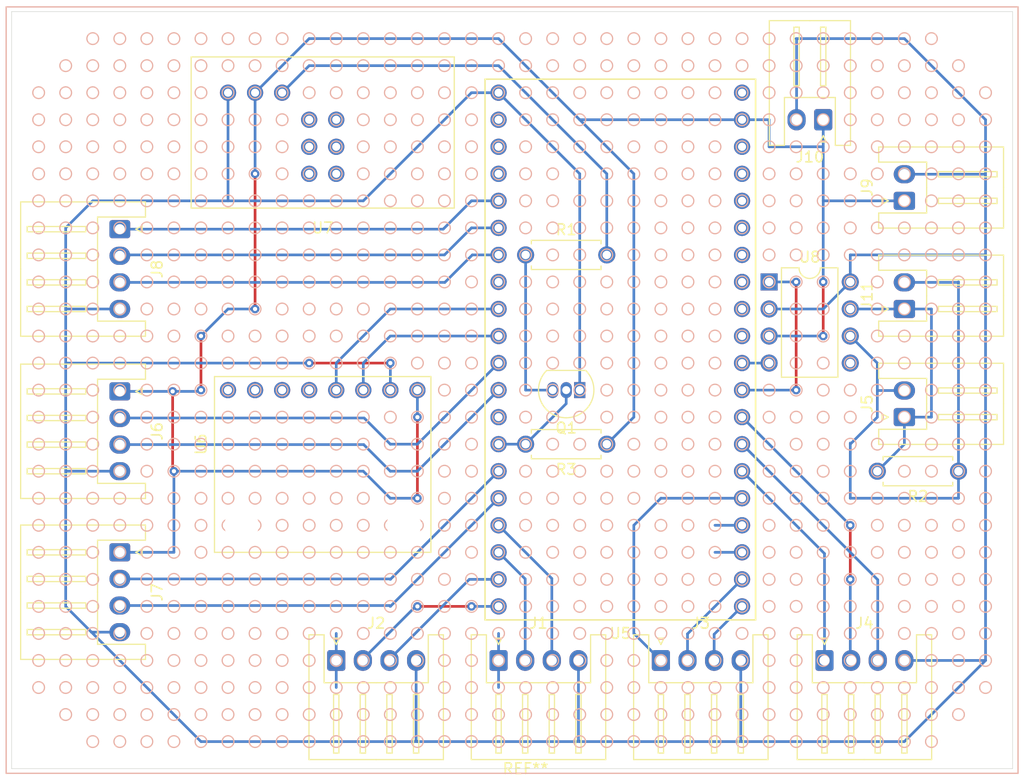
<source format=kicad_pcb>
(kicad_pcb (version 20171130) (host pcbnew "(5.1.2)-1")

  (general
    (thickness 1.6)
    (drawings 4)
    (tracks 207)
    (zones 0)
    (modules 20)
    (nets 31)
  )

  (page A4)
  (layers
    (0 F.Cu signal)
    (31 B.Cu signal)
    (32 B.Adhes user)
    (33 F.Adhes user)
    (34 B.Paste user)
    (35 F.Paste user)
    (36 B.SilkS user)
    (37 F.SilkS user)
    (38 B.Mask user)
    (39 F.Mask user)
    (40 Dwgs.User user)
    (41 Cmts.User user)
    (42 Eco1.User user)
    (43 Eco2.User user)
    (44 Edge.Cuts user)
    (45 Margin user)
    (46 B.CrtYd user)
    (47 F.CrtYd user)
    (48 B.Fab user)
    (49 F.Fab user)
  )

  (setup
    (last_trace_width 0.25)
    (trace_clearance 0.2)
    (zone_clearance 0.508)
    (zone_45_only no)
    (trace_min 0.2)
    (via_size 0.8)
    (via_drill 0.4)
    (via_min_size 0.4)
    (via_min_drill 0.3)
    (uvia_size 0.3)
    (uvia_drill 0.1)
    (uvias_allowed no)
    (uvia_min_size 0.2)
    (uvia_min_drill 0.1)
    (edge_width 0.05)
    (segment_width 0.2)
    (pcb_text_width 0.3)
    (pcb_text_size 1.5 1.5)
    (mod_edge_width 0.12)
    (mod_text_size 1 1)
    (mod_text_width 0.15)
    (pad_size 1.524 1.524)
    (pad_drill 0.762)
    (pad_to_mask_clearance 0.051)
    (solder_mask_min_width 0.25)
    (aux_axis_origin 0 0)
    (visible_elements 7FFFFFFF)
    (pcbplotparams
      (layerselection 0x010fc_ffffffff)
      (usegerberextensions false)
      (usegerberattributes false)
      (usegerberadvancedattributes false)
      (creategerberjobfile false)
      (excludeedgelayer true)
      (linewidth 0.100000)
      (plotframeref false)
      (viasonmask false)
      (mode 1)
      (useauxorigin false)
      (hpglpennumber 1)
      (hpglpenspeed 20)
      (hpglpendiameter 15.000000)
      (psnegative false)
      (psa4output false)
      (plotreference true)
      (plotvalue true)
      (plotinvisibletext false)
      (padsonsilk false)
      (subtractmaskfromsilk false)
      (outputformat 1)
      (mirror false)
      (drillshape 1)
      (scaleselection 1)
      (outputdirectory ""))
  )

  (net 0 "")
  (net 1 Serial_rx)
  (net 2 "Net-(Q1-Pad3)")
  (net 3 GND)
  (net 4 "Net-(R1-Pad2)")
  (net 5 +5V)
  (net 6 CAN_H)
  (net 7 CAN_L)
  (net 8 IO_1A)
  (net 9 IO_1B)
  (net 10 PWM_1)
  (net 11 PWM_2)
  (net 12 IO_2B)
  (net 13 IO_2A)
  (net 14 PWM_3)
  (net 15 IO_3B)
  (net 16 IO_3A)
  (net 17 IO_4A)
  (net 18 IO_4B)
  (net 19 PWM_4)
  (net 20 I2C_sda)
  (net 21 I2C_scl)
  (net 22 CAN_rd)
  (net 23 CAN_td)
  (net 24 enc_X_a)
  (net 25 enc_X_b)
  (net 26 enc_Y_b)
  (net 27 enc_Y_a)
  (net 28 led_Red)
  (net 29 led_Green)
  (net 30 led_Blue)

  (net_class Default "これはデフォルトのネット クラスです。"
    (clearance 0.2)
    (trace_width 0.25)
    (via_dia 0.8)
    (via_drill 0.4)
    (uvia_dia 0.3)
    (uvia_drill 0.1)
    (add_net +5V)
    (add_net CAN_H)
    (add_net CAN_L)
    (add_net CAN_rd)
    (add_net CAN_td)
    (add_net GND)
    (add_net I2C_scl)
    (add_net I2C_sda)
    (add_net IO_1A)
    (add_net IO_1B)
    (add_net IO_2A)
    (add_net IO_2B)
    (add_net IO_3A)
    (add_net IO_3B)
    (add_net IO_4A)
    (add_net IO_4B)
    (add_net "Net-(Q1-Pad3)")
    (add_net "Net-(R1-Pad2)")
    (add_net PWM_1)
    (add_net PWM_2)
    (add_net PWM_3)
    (add_net PWM_4)
    (add_net Serial_rx)
    (add_net enc_X_a)
    (add_net enc_X_b)
    (add_net enc_Y_a)
    (add_net enc_Y_b)
    (add_net led_Blue)
    (add_net led_Green)
    (add_net led_Red)
  )

  (module Connector_JST:JST_XH_S2B-XH-A_1x02_P2.50mm_Horizontal (layer F.Cu) (tedit 5C281475) (tstamp 5DB1BF6F)
    (at 180.34 101.6 90)
    (descr "JST XH series connector, S2B-XH-A (http://www.jst-mfg.com/product/pdf/eng/eXH.pdf), generated with kicad-footprint-generator")
    (tags "connector JST XH horizontal")
    (path /5D2671AB)
    (fp_text reference J5 (at 1.25 -3.5 90) (layer F.SilkS)
      (effects (font (size 1 1) (thickness 0.15)))
    )
    (fp_text value Conn_01x02_Male (at 1.25 10.4 90) (layer F.Fab)
      (effects (font (size 1 1) (thickness 0.15)))
    )
    (fp_line (start -2.95 -2.8) (end -2.95 9.7) (layer F.CrtYd) (width 0.05))
    (fp_line (start -2.95 9.7) (end 5.45 9.7) (layer F.CrtYd) (width 0.05))
    (fp_line (start 5.45 9.7) (end 5.45 -2.8) (layer F.CrtYd) (width 0.05))
    (fp_line (start 5.45 -2.8) (end -2.95 -2.8) (layer F.CrtYd) (width 0.05))
    (fp_line (start 1.25 9.31) (end -2.56 9.31) (layer F.SilkS) (width 0.12))
    (fp_line (start -2.56 9.31) (end -2.56 -2.41) (layer F.SilkS) (width 0.12))
    (fp_line (start -2.56 -2.41) (end -1.14 -2.41) (layer F.SilkS) (width 0.12))
    (fp_line (start -1.14 -2.41) (end -1.14 2.09) (layer F.SilkS) (width 0.12))
    (fp_line (start -1.14 2.09) (end 1.25 2.09) (layer F.SilkS) (width 0.12))
    (fp_line (start 1.25 9.31) (end 5.06 9.31) (layer F.SilkS) (width 0.12))
    (fp_line (start 5.06 9.31) (end 5.06 -2.41) (layer F.SilkS) (width 0.12))
    (fp_line (start 5.06 -2.41) (end 3.64 -2.41) (layer F.SilkS) (width 0.12))
    (fp_line (start 3.64 -2.41) (end 3.64 2.09) (layer F.SilkS) (width 0.12))
    (fp_line (start 3.64 2.09) (end 1.25 2.09) (layer F.SilkS) (width 0.12))
    (fp_line (start 1.25 9.2) (end -2.45 9.2) (layer F.Fab) (width 0.1))
    (fp_line (start -2.45 9.2) (end -2.45 -2.3) (layer F.Fab) (width 0.1))
    (fp_line (start -2.45 -2.3) (end -1.25 -2.3) (layer F.Fab) (width 0.1))
    (fp_line (start -1.25 -2.3) (end -1.25 2.2) (layer F.Fab) (width 0.1))
    (fp_line (start -1.25 2.2) (end 1.25 2.2) (layer F.Fab) (width 0.1))
    (fp_line (start 1.25 9.2) (end 4.95 9.2) (layer F.Fab) (width 0.1))
    (fp_line (start 4.95 9.2) (end 4.95 -2.3) (layer F.Fab) (width 0.1))
    (fp_line (start 4.95 -2.3) (end 3.75 -2.3) (layer F.Fab) (width 0.1))
    (fp_line (start 3.75 -2.3) (end 3.75 2.2) (layer F.Fab) (width 0.1))
    (fp_line (start 3.75 2.2) (end 1.25 2.2) (layer F.Fab) (width 0.1))
    (fp_line (start -0.25 3.2) (end -0.25 8.7) (layer F.SilkS) (width 0.12))
    (fp_line (start -0.25 8.7) (end 0.25 8.7) (layer F.SilkS) (width 0.12))
    (fp_line (start 0.25 8.7) (end 0.25 3.2) (layer F.SilkS) (width 0.12))
    (fp_line (start 0.25 3.2) (end -0.25 3.2) (layer F.SilkS) (width 0.12))
    (fp_line (start 2.25 3.2) (end 2.25 8.7) (layer F.SilkS) (width 0.12))
    (fp_line (start 2.25 8.7) (end 2.75 8.7) (layer F.SilkS) (width 0.12))
    (fp_line (start 2.75 8.7) (end 2.75 3.2) (layer F.SilkS) (width 0.12))
    (fp_line (start 2.75 3.2) (end 2.25 3.2) (layer F.SilkS) (width 0.12))
    (fp_line (start 0 -1.5) (end -0.3 -2.1) (layer F.SilkS) (width 0.12))
    (fp_line (start -0.3 -2.1) (end 0.3 -2.1) (layer F.SilkS) (width 0.12))
    (fp_line (start 0.3 -2.1) (end 0 -1.5) (layer F.SilkS) (width 0.12))
    (fp_line (start -0.625 2.2) (end 0 1.2) (layer F.Fab) (width 0.1))
    (fp_line (start 0 1.2) (end 0.625 2.2) (layer F.Fab) (width 0.1))
    (fp_text user %R (at 1.25 3.45 90) (layer F.Fab)
      (effects (font (size 1 1) (thickness 0.15)))
    )
    (pad 1 thru_hole roundrect (at 0 0 90) (size 1.7 2) (drill 1) (layers *.Cu *.Mask) (roundrect_rratio 0.147059)
      (net 6 CAN_H))
    (pad 2 thru_hole oval (at 2.5 0 90) (size 1.7 2) (drill 1) (layers *.Cu *.Mask)
      (net 7 CAN_L))
    (model ${KISYS3DMOD}/Connector_JST.3dshapes/JST_XH_S2B-XH-A_1x02_P2.50mm_Horizontal.wrl
      (at (xyz 0 0 0))
      (scale (xyz 1 1 1))
      (rotate (xyz 0 0 0))
    )
  )

  (module Resistor_THT:R_Axial_DIN0207_L6.3mm_D2.5mm_P7.62mm_Horizontal (layer F.Cu) (tedit 5AE5139B) (tstamp 5DB1C151)
    (at 185.42 106.68 180)
    (descr "Resistor, Axial_DIN0207 series, Axial, Horizontal, pin pitch=7.62mm, 0.25W = 1/4W, length*diameter=6.3*2.5mm^2, http://cdn-reichelt.de/documents/datenblatt/B400/1_4W%23YAG.pdf")
    (tags "Resistor Axial_DIN0207 series Axial Horizontal pin pitch 7.62mm 0.25W = 1/4W length 6.3mm diameter 2.5mm")
    (path /5D26553D)
    (fp_text reference R2 (at 3.81 -2.37) (layer F.SilkS)
      (effects (font (size 1 1) (thickness 0.15)))
    )
    (fp_text value R (at 3.81 2.37) (layer F.Fab)
      (effects (font (size 1 1) (thickness 0.15)))
    )
    (fp_text user %R (at 3.81 0) (layer F.Fab)
      (effects (font (size 1 1) (thickness 0.15)))
    )
    (fp_line (start 8.67 -1.5) (end -1.05 -1.5) (layer F.CrtYd) (width 0.05))
    (fp_line (start 8.67 1.5) (end 8.67 -1.5) (layer F.CrtYd) (width 0.05))
    (fp_line (start -1.05 1.5) (end 8.67 1.5) (layer F.CrtYd) (width 0.05))
    (fp_line (start -1.05 -1.5) (end -1.05 1.5) (layer F.CrtYd) (width 0.05))
    (fp_line (start 7.08 1.37) (end 7.08 1.04) (layer F.SilkS) (width 0.12))
    (fp_line (start 0.54 1.37) (end 7.08 1.37) (layer F.SilkS) (width 0.12))
    (fp_line (start 0.54 1.04) (end 0.54 1.37) (layer F.SilkS) (width 0.12))
    (fp_line (start 7.08 -1.37) (end 7.08 -1.04) (layer F.SilkS) (width 0.12))
    (fp_line (start 0.54 -1.37) (end 7.08 -1.37) (layer F.SilkS) (width 0.12))
    (fp_line (start 0.54 -1.04) (end 0.54 -1.37) (layer F.SilkS) (width 0.12))
    (fp_line (start 7.62 0) (end 6.96 0) (layer F.Fab) (width 0.1))
    (fp_line (start 0 0) (end 0.66 0) (layer F.Fab) (width 0.1))
    (fp_line (start 6.96 -1.25) (end 0.66 -1.25) (layer F.Fab) (width 0.1))
    (fp_line (start 6.96 1.25) (end 6.96 -1.25) (layer F.Fab) (width 0.1))
    (fp_line (start 0.66 1.25) (end 6.96 1.25) (layer F.Fab) (width 0.1))
    (fp_line (start 0.66 -1.25) (end 0.66 1.25) (layer F.Fab) (width 0.1))
    (pad 2 thru_hole oval (at 7.62 0 180) (size 1.6 1.6) (drill 0.8) (layers *.Cu *.Mask)
      (net 6 CAN_H))
    (pad 1 thru_hole circle (at 0 0 180) (size 1.6 1.6) (drill 0.8) (layers *.Cu *.Mask)
      (net 7 CAN_L))
    (model ${KISYS3DMOD}/Resistor_THT.3dshapes/R_Axial_DIN0207_L6.3mm_D2.5mm_P7.62mm_Horizontal.wrl
      (at (xyz 0 0 0))
      (scale (xyz 1 1 1))
      (rotate (xyz 0 0 0))
    )
  )

  (module MyFootprint:universal_B (layer F.Cu) (tedit 5D1573B4) (tstamp 5DB19D49)
    (at 144.78 99.06)
    (fp_text reference REF** (at 0 35.56) (layer F.SilkS)
      (effects (font (size 1 1) (thickness 0.15)))
    )
    (fp_text value universal_B (at 0 -35) (layer F.Fab)
      (effects (font (size 1 1) (thickness 0.15)))
    )
    (fp_line (start -48.77 -36) (end -48.77 36) (layer B.SilkS) (width 0.12))
    (fp_line (start 46.23 -36) (end 46.23 36) (layer B.SilkS) (width 0.12))
    (fp_line (start 46.23 -36) (end -48.77 -36) (layer B.SilkS) (width 0.12))
    (fp_circle (center 0 0) (end 0.55 0) (layer B.SilkS) (width 0.12))
    (fp_circle (center 2.54 0) (end 3.09 0) (layer B.SilkS) (width 0.12))
    (fp_circle (center 2.54 -2.54) (end 3.09 -2.54) (layer B.SilkS) (width 0.12))
    (fp_circle (center 0 -2.54) (end 0.55 -2.54) (layer B.SilkS) (width 0.12))
    (fp_circle (center 0 2.54) (end 0.55 2.54) (layer B.SilkS) (width 0.12))
    (fp_circle (center 2.54 2.54) (end 3.09 2.54) (layer B.SilkS) (width 0.12))
    (fp_circle (center 2.54 -5.08) (end 3.09 -5.08) (layer B.SilkS) (width 0.12))
    (fp_circle (center 0 -5.08) (end 0.55 -5.08) (layer B.SilkS) (width 0.12))
    (fp_circle (center 2.54 -7.62) (end 3.09 -7.62) (layer B.SilkS) (width 0.12))
    (fp_circle (center 0 -7.62) (end 0.55 -7.62) (layer B.SilkS) (width 0.12))
    (fp_circle (center 0 -10.16) (end 0.55 -10.16) (layer B.SilkS) (width 0.12))
    (fp_circle (center 2.54 -10.16) (end 3.09 -10.16) (layer B.SilkS) (width 0.12))
    (fp_circle (center 2.54 10.16) (end 3.09 10.16) (layer B.SilkS) (width 0.12))
    (fp_circle (center 0 10.16) (end 0.55 10.16) (layer B.SilkS) (width 0.12))
    (fp_circle (center 2.54 7.62) (end 3.09 7.62) (layer B.SilkS) (width 0.12))
    (fp_circle (center 0 7.62) (end 0.55 7.62) (layer B.SilkS) (width 0.12))
    (fp_circle (center 0 5.08) (end 0.55 5.08) (layer B.SilkS) (width 0.12))
    (fp_circle (center 2.54 5.08) (end 3.09 5.08) (layer B.SilkS) (width 0.12))
    (fp_circle (center 2.54 -12.7) (end 3.09 -12.7) (layer B.SilkS) (width 0.12))
    (fp_circle (center 0 -12.7) (end 0.55 -12.7) (layer B.SilkS) (width 0.12))
    (fp_circle (center 2.54 -15.24) (end 3.09 -15.24) (layer B.SilkS) (width 0.12))
    (fp_circle (center 0 -15.24) (end 0.55 -15.24) (layer B.SilkS) (width 0.12))
    (fp_circle (center 0 -17.78) (end 0.55 -17.78) (layer B.SilkS) (width 0.12))
    (fp_circle (center 2.54 -17.78) (end 3.09 -17.78) (layer B.SilkS) (width 0.12))
    (fp_circle (center 2.54 17.78) (end 3.09 17.78) (layer B.SilkS) (width 0.12))
    (fp_circle (center 0 17.78) (end 0.55 17.78) (layer B.SilkS) (width 0.12))
    (fp_circle (center 2.54 15.24) (end 3.09 15.24) (layer B.SilkS) (width 0.12))
    (fp_circle (center 0 15.24) (end 0.55 15.24) (layer B.SilkS) (width 0.12))
    (fp_circle (center 0 12.7) (end 0.55 12.7) (layer B.SilkS) (width 0.12))
    (fp_circle (center 2.54 12.7) (end 3.09 12.7) (layer B.SilkS) (width 0.12))
    (fp_circle (center 2.54 -20.32) (end 3.09 -20.32) (layer B.SilkS) (width 0.12))
    (fp_circle (center 0 -20.32) (end 0.55 -20.32) (layer B.SilkS) (width 0.12))
    (fp_circle (center 2.54 -22.86) (end 3.09 -22.86) (layer B.SilkS) (width 0.12))
    (fp_circle (center 0 -22.86) (end 0.55 -22.86) (layer B.SilkS) (width 0.12))
    (fp_circle (center 0 -25.4) (end 0.55 -25.4) (layer B.SilkS) (width 0.12))
    (fp_circle (center 2.54 -25.4) (end 3.09 -25.4) (layer B.SilkS) (width 0.12))
    (fp_circle (center 2.54 25.4) (end 3.09 25.4) (layer B.SilkS) (width 0.12))
    (fp_circle (center 0 25.4) (end 0.55 25.4) (layer B.SilkS) (width 0.12))
    (fp_circle (center 2.54 22.86) (end 3.09 22.86) (layer B.SilkS) (width 0.12))
    (fp_circle (center 0 22.86) (end 0.55 22.86) (layer B.SilkS) (width 0.12))
    (fp_circle (center 0 20.32) (end 0.55 20.32) (layer B.SilkS) (width 0.12))
    (fp_circle (center 2.54 20.32) (end 3.09 20.32) (layer B.SilkS) (width 0.12))
    (fp_circle (center 2.54 -27.94) (end 3.09 -27.94) (layer B.SilkS) (width 0.12))
    (fp_circle (center 0 -27.94) (end 0.55 -27.94) (layer B.SilkS) (width 0.12))
    (fp_circle (center 2.54 -30.48) (end 3.09 -30.48) (layer B.SilkS) (width 0.12))
    (fp_circle (center 0 -30.48) (end 0.55 -30.48) (layer B.SilkS) (width 0.12))
    (fp_circle (center 0 -33.02) (end 0.55 -33.02) (layer B.SilkS) (width 0.12))
    (fp_circle (center 2.54 -33.02) (end 3.09 -33.02) (layer B.SilkS) (width 0.12))
    (fp_circle (center 2.54 33.02) (end 3.09 33.02) (layer B.SilkS) (width 0.12))
    (fp_circle (center 0 33.02) (end 0.55 33.02) (layer B.SilkS) (width 0.12))
    (fp_circle (center 2.54 30.48) (end 3.09 30.48) (layer B.SilkS) (width 0.12))
    (fp_circle (center 0 30.48) (end 0.55 30.48) (layer B.SilkS) (width 0.12))
    (fp_circle (center 0 27.94) (end 0.55 27.94) (layer B.SilkS) (width 0.12))
    (fp_circle (center 2.54 27.94) (end 3.09 27.94) (layer B.SilkS) (width 0.12))
    (fp_circle (center 5.08 -2.54) (end 5.63 -2.54) (layer B.SilkS) (width 0.12))
    (fp_circle (center 10.16 2.54) (end 10.71 2.54) (layer B.SilkS) (width 0.12))
    (fp_circle (center 7.62 2.54) (end 8.17 2.54) (layer B.SilkS) (width 0.12))
    (fp_circle (center 5.08 2.54) (end 5.63 2.54) (layer B.SilkS) (width 0.12))
    (fp_circle (center 10.16 0) (end 10.71 0) (layer B.SilkS) (width 0.12))
    (fp_circle (center 7.62 0) (end 8.17 0) (layer B.SilkS) (width 0.12))
    (fp_circle (center 5.08 0) (end 5.63 0) (layer B.SilkS) (width 0.12))
    (fp_circle (center 7.62 -2.54) (end 8.17 -2.54) (layer B.SilkS) (width 0.12))
    (fp_circle (center 10.16 -2.54) (end 10.71 -2.54) (layer B.SilkS) (width 0.12))
    (fp_circle (center 10.16 27.94) (end 10.71 27.94) (layer B.SilkS) (width 0.12))
    (fp_circle (center 7.62 27.94) (end 8.17 27.94) (layer B.SilkS) (width 0.12))
    (fp_circle (center 7.62 30.48) (end 8.17 30.48) (layer B.SilkS) (width 0.12))
    (fp_circle (center 7.62 33.02) (end 8.17 33.02) (layer B.SilkS) (width 0.12))
    (fp_circle (center 10.16 33.02) (end 10.71 33.02) (layer B.SilkS) (width 0.12))
    (fp_circle (center 5.08 33.02) (end 5.63 33.02) (layer B.SilkS) (width 0.12))
    (fp_circle (center 5.08 30.48) (end 5.63 30.48) (layer B.SilkS) (width 0.12))
    (fp_circle (center 5.08 27.94) (end 5.63 27.94) (layer B.SilkS) (width 0.12))
    (fp_circle (center 10.16 30.48) (end 10.71 30.48) (layer B.SilkS) (width 0.12))
    (fp_circle (center 7.62 -30.48) (end 8.17 -30.48) (layer B.SilkS) (width 0.12))
    (fp_circle (center 5.08 -27.94) (end 5.63 -27.94) (layer B.SilkS) (width 0.12))
    (fp_circle (center 5.08 -33.02) (end 5.63 -33.02) (layer B.SilkS) (width 0.12))
    (fp_circle (center 7.62 -27.94) (end 8.17 -27.94) (layer B.SilkS) (width 0.12))
    (fp_circle (center 7.62 -33.02) (end 8.17 -33.02) (layer B.SilkS) (width 0.12))
    (fp_circle (center 5.08 -30.48) (end 5.63 -30.48) (layer B.SilkS) (width 0.12))
    (fp_circle (center 10.16 -30.48) (end 10.71 -30.48) (layer B.SilkS) (width 0.12))
    (fp_circle (center 10.16 -27.94) (end 10.71 -27.94) (layer B.SilkS) (width 0.12))
    (fp_circle (center 10.16 -33.02) (end 10.71 -33.02) (layer B.SilkS) (width 0.12))
    (fp_circle (center 7.62 25.4) (end 8.17 25.4) (layer B.SilkS) (width 0.12))
    (fp_circle (center 7.62 20.32) (end 8.17 20.32) (layer B.SilkS) (width 0.12))
    (fp_circle (center 10.16 20.32) (end 10.71 20.32) (layer B.SilkS) (width 0.12))
    (fp_circle (center 10.16 22.86) (end 10.71 22.86) (layer B.SilkS) (width 0.12))
    (fp_circle (center 10.16 25.4) (end 10.71 25.4) (layer B.SilkS) (width 0.12))
    (fp_circle (center 7.62 22.86) (end 8.17 22.86) (layer B.SilkS) (width 0.12))
    (fp_circle (center 5.08 22.86) (end 5.63 22.86) (layer B.SilkS) (width 0.12))
    (fp_circle (center 5.08 20.32) (end 5.63 20.32) (layer B.SilkS) (width 0.12))
    (fp_circle (center 5.08 25.4) (end 5.63 25.4) (layer B.SilkS) (width 0.12))
    (fp_circle (center 7.62 -22.86) (end 8.17 -22.86) (layer B.SilkS) (width 0.12))
    (fp_circle (center 5.08 -20.32) (end 5.63 -20.32) (layer B.SilkS) (width 0.12))
    (fp_circle (center 10.16 -20.32) (end 10.71 -20.32) (layer B.SilkS) (width 0.12))
    (fp_circle (center 10.16 -25.4) (end 10.71 -25.4) (layer B.SilkS) (width 0.12))
    (fp_circle (center 5.08 -22.86) (end 5.63 -22.86) (layer B.SilkS) (width 0.12))
    (fp_circle (center 7.62 -25.4) (end 8.17 -25.4) (layer B.SilkS) (width 0.12))
    (fp_circle (center 5.08 -25.4) (end 5.63 -25.4) (layer B.SilkS) (width 0.12))
    (fp_circle (center 10.16 -22.86) (end 10.71 -22.86) (layer B.SilkS) (width 0.12))
    (fp_circle (center 7.62 -20.32) (end 8.17 -20.32) (layer B.SilkS) (width 0.12))
    (fp_circle (center 7.62 12.7) (end 8.17 12.7) (layer B.SilkS) (width 0.12))
    (fp_circle (center 7.62 15.24) (end 8.17 15.24) (layer B.SilkS) (width 0.12))
    (fp_circle (center 5.08 12.7) (end 5.63 12.7) (layer B.SilkS) (width 0.12))
    (fp_circle (center 10.16 15.24) (end 10.71 15.24) (layer B.SilkS) (width 0.12))
    (fp_circle (center 7.62 17.78) (end 8.17 17.78) (layer B.SilkS) (width 0.12))
    (fp_circle (center 10.16 17.78) (end 10.71 17.78) (layer B.SilkS) (width 0.12))
    (fp_circle (center 10.16 12.7) (end 10.71 12.7) (layer B.SilkS) (width 0.12))
    (fp_circle (center 5.08 15.24) (end 5.63 15.24) (layer B.SilkS) (width 0.12))
    (fp_circle (center 5.08 17.78) (end 5.63 17.78) (layer B.SilkS) (width 0.12))
    (fp_circle (center 10.16 -12.7) (end 10.71 -12.7) (layer B.SilkS) (width 0.12))
    (fp_circle (center 5.08 -12.7) (end 5.63 -12.7) (layer B.SilkS) (width 0.12))
    (fp_circle (center 7.62 -12.7) (end 8.17 -12.7) (layer B.SilkS) (width 0.12))
    (fp_circle (center 5.08 -15.24) (end 5.63 -15.24) (layer B.SilkS) (width 0.12))
    (fp_circle (center 5.08 -17.78) (end 5.63 -17.78) (layer B.SilkS) (width 0.12))
    (fp_circle (center 10.16 -15.24) (end 10.71 -15.24) (layer B.SilkS) (width 0.12))
    (fp_circle (center 10.16 -17.78) (end 10.71 -17.78) (layer B.SilkS) (width 0.12))
    (fp_circle (center 7.62 -17.78) (end 8.17 -17.78) (layer B.SilkS) (width 0.12))
    (fp_circle (center 7.62 -15.24) (end 8.17 -15.24) (layer B.SilkS) (width 0.12))
    (fp_circle (center 10.16 7.62) (end 10.71 7.62) (layer B.SilkS) (width 0.12))
    (fp_circle (center 10.16 -7.62) (end 10.71 -7.62) (layer B.SilkS) (width 0.12))
    (fp_circle (center 7.62 -5.08) (end 8.17 -5.08) (layer B.SilkS) (width 0.12))
    (fp_circle (center 10.16 5.08) (end 10.71 5.08) (layer B.SilkS) (width 0.12))
    (fp_circle (center 10.16 -10.16) (end 10.71 -10.16) (layer B.SilkS) (width 0.12))
    (fp_circle (center 7.62 5.08) (end 8.17 5.08) (layer B.SilkS) (width 0.12))
    (fp_circle (center 7.62 7.62) (end 8.17 7.62) (layer B.SilkS) (width 0.12))
    (fp_circle (center 5.08 10.16) (end 5.63 10.16) (layer B.SilkS) (width 0.12))
    (fp_circle (center 7.62 10.16) (end 8.17 10.16) (layer B.SilkS) (width 0.12))
    (fp_circle (center 10.16 10.16) (end 10.71 10.16) (layer B.SilkS) (width 0.12))
    (fp_circle (center 5.08 -10.16) (end 5.63 -10.16) (layer B.SilkS) (width 0.12))
    (fp_circle (center 5.08 -5.08) (end 5.63 -5.08) (layer B.SilkS) (width 0.12))
    (fp_circle (center 5.08 -7.62) (end 5.63 -7.62) (layer B.SilkS) (width 0.12))
    (fp_circle (center 5.08 5.08) (end 5.63 5.08) (layer B.SilkS) (width 0.12))
    (fp_circle (center 7.62 -10.16) (end 8.17 -10.16) (layer B.SilkS) (width 0.12))
    (fp_circle (center 10.16 -5.08) (end 10.71 -5.08) (layer B.SilkS) (width 0.12))
    (fp_circle (center 5.08 7.62) (end 5.63 7.62) (layer B.SilkS) (width 0.12))
    (fp_circle (center 7.62 -7.62) (end 8.17 -7.62) (layer B.SilkS) (width 0.12))
    (fp_circle (center 12.7 -2.54) (end 13.25 -2.54) (layer B.SilkS) (width 0.12))
    (fp_circle (center 17.78 2.54) (end 18.33 2.54) (layer B.SilkS) (width 0.12))
    (fp_circle (center 15.24 2.54) (end 15.79 2.54) (layer B.SilkS) (width 0.12))
    (fp_circle (center 12.7 2.54) (end 13.25 2.54) (layer B.SilkS) (width 0.12))
    (fp_circle (center 17.78 0) (end 18.33 0) (layer B.SilkS) (width 0.12))
    (fp_circle (center 15.24 0) (end 15.79 0) (layer B.SilkS) (width 0.12))
    (fp_circle (center 12.7 0) (end 13.25 0) (layer B.SilkS) (width 0.12))
    (fp_circle (center 15.24 -2.54) (end 15.79 -2.54) (layer B.SilkS) (width 0.12))
    (fp_circle (center 17.78 -2.54) (end 18.33 -2.54) (layer B.SilkS) (width 0.12))
    (fp_circle (center 17.78 27.94) (end 18.33 27.94) (layer B.SilkS) (width 0.12))
    (fp_circle (center 15.24 27.94) (end 15.79 27.94) (layer B.SilkS) (width 0.12))
    (fp_circle (center 15.24 30.48) (end 15.79 30.48) (layer B.SilkS) (width 0.12))
    (fp_circle (center 15.24 33.02) (end 15.79 33.02) (layer B.SilkS) (width 0.12))
    (fp_circle (center 17.78 33.02) (end 18.33 33.02) (layer B.SilkS) (width 0.12))
    (fp_circle (center 12.7 33.02) (end 13.25 33.02) (layer B.SilkS) (width 0.12))
    (fp_circle (center 12.7 30.48) (end 13.25 30.48) (layer B.SilkS) (width 0.12))
    (fp_circle (center 12.7 27.94) (end 13.25 27.94) (layer B.SilkS) (width 0.12))
    (fp_circle (center 17.78 30.48) (end 18.33 30.48) (layer B.SilkS) (width 0.12))
    (fp_circle (center 15.24 -30.48) (end 15.79 -30.48) (layer B.SilkS) (width 0.12))
    (fp_circle (center 12.7 -27.94) (end 13.25 -27.94) (layer B.SilkS) (width 0.12))
    (fp_circle (center 12.7 -33.02) (end 13.25 -33.02) (layer B.SilkS) (width 0.12))
    (fp_circle (center 15.24 -27.94) (end 15.79 -27.94) (layer B.SilkS) (width 0.12))
    (fp_circle (center 15.24 -33.02) (end 15.79 -33.02) (layer B.SilkS) (width 0.12))
    (fp_circle (center 12.7 -30.48) (end 13.25 -30.48) (layer B.SilkS) (width 0.12))
    (fp_circle (center 17.78 -30.48) (end 18.33 -30.48) (layer B.SilkS) (width 0.12))
    (fp_circle (center 17.78 -27.94) (end 18.33 -27.94) (layer B.SilkS) (width 0.12))
    (fp_circle (center 17.78 -33.02) (end 18.33 -33.02) (layer B.SilkS) (width 0.12))
    (fp_circle (center 15.24 25.4) (end 15.79 25.4) (layer B.SilkS) (width 0.12))
    (fp_circle (center 15.24 20.32) (end 15.79 20.32) (layer B.SilkS) (width 0.12))
    (fp_circle (center 17.78 20.32) (end 18.33 20.32) (layer B.SilkS) (width 0.12))
    (fp_circle (center 17.78 22.86) (end 18.33 22.86) (layer B.SilkS) (width 0.12))
    (fp_circle (center 17.78 25.4) (end 18.33 25.4) (layer B.SilkS) (width 0.12))
    (fp_circle (center 15.24 22.86) (end 15.79 22.86) (layer B.SilkS) (width 0.12))
    (fp_circle (center 12.7 22.86) (end 13.25 22.86) (layer B.SilkS) (width 0.12))
    (fp_circle (center 12.7 20.32) (end 13.25 20.32) (layer B.SilkS) (width 0.12))
    (fp_circle (center 12.7 25.4) (end 13.25 25.4) (layer B.SilkS) (width 0.12))
    (fp_circle (center 15.24 -22.86) (end 15.79 -22.86) (layer B.SilkS) (width 0.12))
    (fp_circle (center 12.7 -20.32) (end 13.25 -20.32) (layer B.SilkS) (width 0.12))
    (fp_circle (center 17.78 -20.32) (end 18.33 -20.32) (layer B.SilkS) (width 0.12))
    (fp_circle (center 17.78 -25.4) (end 18.33 -25.4) (layer B.SilkS) (width 0.12))
    (fp_circle (center 12.7 -22.86) (end 13.25 -22.86) (layer B.SilkS) (width 0.12))
    (fp_circle (center 15.24 -25.4) (end 15.79 -25.4) (layer B.SilkS) (width 0.12))
    (fp_circle (center 12.7 -25.4) (end 13.25 -25.4) (layer B.SilkS) (width 0.12))
    (fp_circle (center 17.78 -22.86) (end 18.33 -22.86) (layer B.SilkS) (width 0.12))
    (fp_circle (center 15.24 -20.32) (end 15.79 -20.32) (layer B.SilkS) (width 0.12))
    (fp_circle (center 15.24 12.7) (end 15.79 12.7) (layer B.SilkS) (width 0.12))
    (fp_circle (center 15.24 15.24) (end 15.79 15.24) (layer B.SilkS) (width 0.12))
    (fp_circle (center 12.7 12.7) (end 13.25 12.7) (layer B.SilkS) (width 0.12))
    (fp_circle (center 17.78 15.24) (end 18.33 15.24) (layer B.SilkS) (width 0.12))
    (fp_circle (center 15.24 17.78) (end 15.79 17.78) (layer B.SilkS) (width 0.12))
    (fp_circle (center 17.78 17.78) (end 18.33 17.78) (layer B.SilkS) (width 0.12))
    (fp_circle (center 17.78 12.7) (end 18.33 12.7) (layer B.SilkS) (width 0.12))
    (fp_circle (center 12.7 15.24) (end 13.25 15.24) (layer B.SilkS) (width 0.12))
    (fp_circle (center 12.7 17.78) (end 13.25 17.78) (layer B.SilkS) (width 0.12))
    (fp_circle (center 17.78 -12.7) (end 18.33 -12.7) (layer B.SilkS) (width 0.12))
    (fp_circle (center 12.7 -12.7) (end 13.25 -12.7) (layer B.SilkS) (width 0.12))
    (fp_circle (center 15.24 -12.7) (end 15.79 -12.7) (layer B.SilkS) (width 0.12))
    (fp_circle (center 12.7 -15.24) (end 13.25 -15.24) (layer B.SilkS) (width 0.12))
    (fp_circle (center 12.7 -17.78) (end 13.25 -17.78) (layer B.SilkS) (width 0.12))
    (fp_circle (center 17.78 -15.24) (end 18.33 -15.24) (layer B.SilkS) (width 0.12))
    (fp_circle (center 17.78 -17.78) (end 18.33 -17.78) (layer B.SilkS) (width 0.12))
    (fp_circle (center 15.24 -17.78) (end 15.79 -17.78) (layer B.SilkS) (width 0.12))
    (fp_circle (center 15.24 -15.24) (end 15.79 -15.24) (layer B.SilkS) (width 0.12))
    (fp_circle (center 17.78 7.62) (end 18.33 7.62) (layer B.SilkS) (width 0.12))
    (fp_circle (center 17.78 -7.62) (end 18.33 -7.62) (layer B.SilkS) (width 0.12))
    (fp_circle (center 15.24 -5.08) (end 15.79 -5.08) (layer B.SilkS) (width 0.12))
    (fp_circle (center 17.78 5.08) (end 18.33 5.08) (layer B.SilkS) (width 0.12))
    (fp_circle (center 17.78 -10.16) (end 18.33 -10.16) (layer B.SilkS) (width 0.12))
    (fp_circle (center 15.24 5.08) (end 15.79 5.08) (layer B.SilkS) (width 0.12))
    (fp_circle (center 15.24 7.62) (end 15.79 7.62) (layer B.SilkS) (width 0.12))
    (fp_circle (center 12.7 10.16) (end 13.25 10.16) (layer B.SilkS) (width 0.12))
    (fp_circle (center 15.24 10.16) (end 15.79 10.16) (layer B.SilkS) (width 0.12))
    (fp_circle (center 17.78 10.16) (end 18.33 10.16) (layer B.SilkS) (width 0.12))
    (fp_circle (center 12.7 -10.16) (end 13.25 -10.16) (layer B.SilkS) (width 0.12))
    (fp_circle (center 12.7 -5.08) (end 13.25 -5.08) (layer B.SilkS) (width 0.12))
    (fp_circle (center 12.7 -7.62) (end 13.25 -7.62) (layer B.SilkS) (width 0.12))
    (fp_circle (center 12.7 5.08) (end 13.25 5.08) (layer B.SilkS) (width 0.12))
    (fp_circle (center 15.24 -10.16) (end 15.79 -10.16) (layer B.SilkS) (width 0.12))
    (fp_circle (center 17.78 -5.08) (end 18.33 -5.08) (layer B.SilkS) (width 0.12))
    (fp_circle (center 12.7 7.62) (end 13.25 7.62) (layer B.SilkS) (width 0.12))
    (fp_circle (center 15.24 -7.62) (end 15.79 -7.62) (layer B.SilkS) (width 0.12))
    (fp_circle (center 20.32 -2.54) (end 20.87 -2.54) (layer B.SilkS) (width 0.12))
    (fp_circle (center 25.4 2.54) (end 25.95 2.54) (layer B.SilkS) (width 0.12))
    (fp_circle (center 22.86 2.54) (end 23.41 2.54) (layer B.SilkS) (width 0.12))
    (fp_circle (center 20.32 2.54) (end 20.87 2.54) (layer B.SilkS) (width 0.12))
    (fp_circle (center 25.4 0) (end 25.95 0) (layer B.SilkS) (width 0.12))
    (fp_circle (center 22.86 0) (end 23.41 0) (layer B.SilkS) (width 0.12))
    (fp_circle (center 20.32 0) (end 20.87 0) (layer B.SilkS) (width 0.12))
    (fp_circle (center 22.86 -2.54) (end 23.41 -2.54) (layer B.SilkS) (width 0.12))
    (fp_circle (center 25.4 -2.54) (end 25.95 -2.54) (layer B.SilkS) (width 0.12))
    (fp_circle (center 25.4 27.94) (end 25.95 27.94) (layer B.SilkS) (width 0.12))
    (fp_circle (center 22.86 27.94) (end 23.41 27.94) (layer B.SilkS) (width 0.12))
    (fp_circle (center 22.86 30.48) (end 23.41 30.48) (layer B.SilkS) (width 0.12))
    (fp_circle (center 22.86 33.02) (end 23.41 33.02) (layer B.SilkS) (width 0.12))
    (fp_circle (center 25.4 33.02) (end 25.95 33.02) (layer B.SilkS) (width 0.12))
    (fp_circle (center 20.32 33.02) (end 20.87 33.02) (layer B.SilkS) (width 0.12))
    (fp_circle (center 20.32 30.48) (end 20.87 30.48) (layer B.SilkS) (width 0.12))
    (fp_circle (center 20.32 27.94) (end 20.87 27.94) (layer B.SilkS) (width 0.12))
    (fp_circle (center 25.4 30.48) (end 25.95 30.48) (layer B.SilkS) (width 0.12))
    (fp_circle (center 22.86 -30.48) (end 23.41 -30.48) (layer B.SilkS) (width 0.12))
    (fp_circle (center 20.32 -27.94) (end 20.87 -27.94) (layer B.SilkS) (width 0.12))
    (fp_circle (center 20.32 -33.02) (end 20.87 -33.02) (layer B.SilkS) (width 0.12))
    (fp_circle (center 22.86 -27.94) (end 23.41 -27.94) (layer B.SilkS) (width 0.12))
    (fp_circle (center 22.86 -33.02) (end 23.41 -33.02) (layer B.SilkS) (width 0.12))
    (fp_circle (center 20.32 -30.48) (end 20.87 -30.48) (layer B.SilkS) (width 0.12))
    (fp_circle (center 25.4 -30.48) (end 25.95 -30.48) (layer B.SilkS) (width 0.12))
    (fp_circle (center 25.4 -27.94) (end 25.95 -27.94) (layer B.SilkS) (width 0.12))
    (fp_circle (center 25.4 -33.02) (end 25.95 -33.02) (layer B.SilkS) (width 0.12))
    (fp_circle (center 22.86 25.4) (end 23.41 25.4) (layer B.SilkS) (width 0.12))
    (fp_circle (center 22.86 20.32) (end 23.41 20.32) (layer B.SilkS) (width 0.12))
    (fp_circle (center 25.4 20.32) (end 25.95 20.32) (layer B.SilkS) (width 0.12))
    (fp_circle (center 25.4 22.86) (end 25.95 22.86) (layer B.SilkS) (width 0.12))
    (fp_circle (center 25.4 25.4) (end 25.95 25.4) (layer B.SilkS) (width 0.12))
    (fp_circle (center 22.86 22.86) (end 23.41 22.86) (layer B.SilkS) (width 0.12))
    (fp_circle (center 20.32 22.86) (end 20.87 22.86) (layer B.SilkS) (width 0.12))
    (fp_circle (center 20.32 20.32) (end 20.87 20.32) (layer B.SilkS) (width 0.12))
    (fp_circle (center 20.32 25.4) (end 20.87 25.4) (layer B.SilkS) (width 0.12))
    (fp_circle (center 22.86 -22.86) (end 23.41 -22.86) (layer B.SilkS) (width 0.12))
    (fp_circle (center 20.32 -20.32) (end 20.87 -20.32) (layer B.SilkS) (width 0.12))
    (fp_circle (center 25.4 -20.32) (end 25.95 -20.32) (layer B.SilkS) (width 0.12))
    (fp_circle (center 25.4 -25.4) (end 25.95 -25.4) (layer B.SilkS) (width 0.12))
    (fp_circle (center 20.32 -22.86) (end 20.87 -22.86) (layer B.SilkS) (width 0.12))
    (fp_circle (center 22.86 -25.4) (end 23.41 -25.4) (layer B.SilkS) (width 0.12))
    (fp_circle (center 20.32 -25.4) (end 20.87 -25.4) (layer B.SilkS) (width 0.12))
    (fp_circle (center 25.4 -22.86) (end 25.95 -22.86) (layer B.SilkS) (width 0.12))
    (fp_circle (center 22.86 -20.32) (end 23.41 -20.32) (layer B.SilkS) (width 0.12))
    (fp_circle (center 22.86 12.7) (end 23.41 12.7) (layer B.SilkS) (width 0.12))
    (fp_circle (center 22.86 15.24) (end 23.41 15.24) (layer B.SilkS) (width 0.12))
    (fp_circle (center 20.32 12.7) (end 20.87 12.7) (layer B.SilkS) (width 0.12))
    (fp_circle (center 25.4 15.24) (end 25.95 15.24) (layer B.SilkS) (width 0.12))
    (fp_circle (center 22.86 17.78) (end 23.41 17.78) (layer B.SilkS) (width 0.12))
    (fp_circle (center 25.4 17.78) (end 25.95 17.78) (layer B.SilkS) (width 0.12))
    (fp_circle (center 25.4 12.7) (end 25.95 12.7) (layer B.SilkS) (width 0.12))
    (fp_circle (center 20.32 15.24) (end 20.87 15.24) (layer B.SilkS) (width 0.12))
    (fp_circle (center 20.32 17.78) (end 20.87 17.78) (layer B.SilkS) (width 0.12))
    (fp_circle (center 25.4 -12.7) (end 25.95 -12.7) (layer B.SilkS) (width 0.12))
    (fp_circle (center 20.32 -12.7) (end 20.87 -12.7) (layer B.SilkS) (width 0.12))
    (fp_circle (center 22.86 -12.7) (end 23.41 -12.7) (layer B.SilkS) (width 0.12))
    (fp_circle (center 20.32 -15.24) (end 20.87 -15.24) (layer B.SilkS) (width 0.12))
    (fp_circle (center 20.32 -17.78) (end 20.87 -17.78) (layer B.SilkS) (width 0.12))
    (fp_circle (center 25.4 -15.24) (end 25.95 -15.24) (layer B.SilkS) (width 0.12))
    (fp_circle (center 25.4 -17.78) (end 25.95 -17.78) (layer B.SilkS) (width 0.12))
    (fp_circle (center 22.86 -17.78) (end 23.41 -17.78) (layer B.SilkS) (width 0.12))
    (fp_circle (center 22.86 -15.24) (end 23.41 -15.24) (layer B.SilkS) (width 0.12))
    (fp_circle (center 25.4 7.62) (end 25.95 7.62) (layer B.SilkS) (width 0.12))
    (fp_circle (center 25.4 -7.62) (end 25.95 -7.62) (layer B.SilkS) (width 0.12))
    (fp_circle (center 22.86 -5.08) (end 23.41 -5.08) (layer B.SilkS) (width 0.12))
    (fp_circle (center 25.4 5.08) (end 25.95 5.08) (layer B.SilkS) (width 0.12))
    (fp_circle (center 25.4 -10.16) (end 25.95 -10.16) (layer B.SilkS) (width 0.12))
    (fp_circle (center 22.86 5.08) (end 23.41 5.08) (layer B.SilkS) (width 0.12))
    (fp_circle (center 22.86 7.62) (end 23.41 7.62) (layer B.SilkS) (width 0.12))
    (fp_circle (center 20.32 10.16) (end 20.87 10.16) (layer B.SilkS) (width 0.12))
    (fp_circle (center 22.86 10.16) (end 23.41 10.16) (layer B.SilkS) (width 0.12))
    (fp_circle (center 25.4 10.16) (end 25.95 10.16) (layer B.SilkS) (width 0.12))
    (fp_circle (center 20.32 -10.16) (end 20.87 -10.16) (layer B.SilkS) (width 0.12))
    (fp_circle (center 20.32 -5.08) (end 20.87 -5.08) (layer B.SilkS) (width 0.12))
    (fp_circle (center 20.32 -7.62) (end 20.87 -7.62) (layer B.SilkS) (width 0.12))
    (fp_circle (center 20.32 5.08) (end 20.87 5.08) (layer B.SilkS) (width 0.12))
    (fp_circle (center 22.86 -10.16) (end 23.41 -10.16) (layer B.SilkS) (width 0.12))
    (fp_circle (center 25.4 -5.08) (end 25.95 -5.08) (layer B.SilkS) (width 0.12))
    (fp_circle (center 20.32 7.62) (end 20.87 7.62) (layer B.SilkS) (width 0.12))
    (fp_circle (center 22.86 -7.62) (end 23.41 -7.62) (layer B.SilkS) (width 0.12))
    (fp_circle (center 27.94 -2.54) (end 28.49 -2.54) (layer B.SilkS) (width 0.12))
    (fp_circle (center 33.02 2.54) (end 33.57 2.54) (layer B.SilkS) (width 0.12))
    (fp_circle (center 30.48 2.54) (end 31.03 2.54) (layer B.SilkS) (width 0.12))
    (fp_circle (center 27.94 2.54) (end 28.49 2.54) (layer B.SilkS) (width 0.12))
    (fp_circle (center 33.02 0) (end 33.57 0) (layer B.SilkS) (width 0.12))
    (fp_circle (center 30.48 0) (end 31.03 0) (layer B.SilkS) (width 0.12))
    (fp_circle (center 27.94 0) (end 28.49 0) (layer B.SilkS) (width 0.12))
    (fp_circle (center 30.48 -2.54) (end 31.03 -2.54) (layer B.SilkS) (width 0.12))
    (fp_circle (center 33.02 -2.54) (end 33.57 -2.54) (layer B.SilkS) (width 0.12))
    (fp_circle (center 33.02 27.94) (end 33.57 27.94) (layer B.SilkS) (width 0.12))
    (fp_circle (center 30.48 27.94) (end 31.03 27.94) (layer B.SilkS) (width 0.12))
    (fp_circle (center 30.48 30.48) (end 31.03 30.48) (layer B.SilkS) (width 0.12))
    (fp_circle (center 30.48 33.02) (end 31.03 33.02) (layer B.SilkS) (width 0.12))
    (fp_circle (center 33.02 33.02) (end 33.57 33.02) (layer B.SilkS) (width 0.12))
    (fp_circle (center 27.94 33.02) (end 28.49 33.02) (layer B.SilkS) (width 0.12))
    (fp_circle (center 27.94 30.48) (end 28.49 30.48) (layer B.SilkS) (width 0.12))
    (fp_circle (center 27.94 27.94) (end 28.49 27.94) (layer B.SilkS) (width 0.12))
    (fp_circle (center 33.02 30.48) (end 33.57 30.48) (layer B.SilkS) (width 0.12))
    (fp_circle (center 30.48 -30.48) (end 31.03 -30.48) (layer B.SilkS) (width 0.12))
    (fp_circle (center 27.94 -27.94) (end 28.49 -27.94) (layer B.SilkS) (width 0.12))
    (fp_circle (center 27.94 -33.02) (end 28.49 -33.02) (layer B.SilkS) (width 0.12))
    (fp_circle (center 30.48 -27.94) (end 31.03 -27.94) (layer B.SilkS) (width 0.12))
    (fp_circle (center 30.48 -33.02) (end 31.03 -33.02) (layer B.SilkS) (width 0.12))
    (fp_circle (center 27.94 -30.48) (end 28.49 -30.48) (layer B.SilkS) (width 0.12))
    (fp_circle (center 33.02 -30.48) (end 33.57 -30.48) (layer B.SilkS) (width 0.12))
    (fp_circle (center 33.02 -27.94) (end 33.57 -27.94) (layer B.SilkS) (width 0.12))
    (fp_circle (center 33.02 -33.02) (end 33.57 -33.02) (layer B.SilkS) (width 0.12))
    (fp_circle (center 30.48 25.4) (end 31.03 25.4) (layer B.SilkS) (width 0.12))
    (fp_circle (center 30.48 20.32) (end 31.03 20.32) (layer B.SilkS) (width 0.12))
    (fp_circle (center 33.02 20.32) (end 33.57 20.32) (layer B.SilkS) (width 0.12))
    (fp_circle (center 33.02 22.86) (end 33.57 22.86) (layer B.SilkS) (width 0.12))
    (fp_circle (center 33.02 25.4) (end 33.57 25.4) (layer B.SilkS) (width 0.12))
    (fp_circle (center 30.48 22.86) (end 31.03 22.86) (layer B.SilkS) (width 0.12))
    (fp_circle (center 27.94 22.86) (end 28.49 22.86) (layer B.SilkS) (width 0.12))
    (fp_circle (center 27.94 20.32) (end 28.49 20.32) (layer B.SilkS) (width 0.12))
    (fp_circle (center 27.94 25.4) (end 28.49 25.4) (layer B.SilkS) (width 0.12))
    (fp_circle (center 30.48 -22.86) (end 31.03 -22.86) (layer B.SilkS) (width 0.12))
    (fp_circle (center 27.94 -20.32) (end 28.49 -20.32) (layer B.SilkS) (width 0.12))
    (fp_circle (center 33.02 -20.32) (end 33.57 -20.32) (layer B.SilkS) (width 0.12))
    (fp_circle (center 33.02 -25.4) (end 33.57 -25.4) (layer B.SilkS) (width 0.12))
    (fp_circle (center 27.94 -22.86) (end 28.49 -22.86) (layer B.SilkS) (width 0.12))
    (fp_circle (center 30.48 -25.4) (end 31.03 -25.4) (layer B.SilkS) (width 0.12))
    (fp_circle (center 27.94 -25.4) (end 28.49 -25.4) (layer B.SilkS) (width 0.12))
    (fp_circle (center 33.02 -22.86) (end 33.57 -22.86) (layer B.SilkS) (width 0.12))
    (fp_circle (center 30.48 -20.32) (end 31.03 -20.32) (layer B.SilkS) (width 0.12))
    (fp_circle (center 30.48 12.7) (end 31.03 12.7) (layer B.SilkS) (width 0.12))
    (fp_circle (center 30.48 15.24) (end 31.03 15.24) (layer B.SilkS) (width 0.12))
    (fp_circle (center 27.94 12.7) (end 28.49 12.7) (layer B.SilkS) (width 0.12))
    (fp_circle (center 33.02 15.24) (end 33.57 15.24) (layer B.SilkS) (width 0.12))
    (fp_circle (center 30.48 17.78) (end 31.03 17.78) (layer B.SilkS) (width 0.12))
    (fp_circle (center 33.02 17.78) (end 33.57 17.78) (layer B.SilkS) (width 0.12))
    (fp_circle (center 33.02 12.7) (end 33.57 12.7) (layer B.SilkS) (width 0.12))
    (fp_circle (center 27.94 15.24) (end 28.49 15.24) (layer B.SilkS) (width 0.12))
    (fp_circle (center 27.94 17.78) (end 28.49 17.78) (layer B.SilkS) (width 0.12))
    (fp_circle (center 33.02 -12.7) (end 33.57 -12.7) (layer B.SilkS) (width 0.12))
    (fp_circle (center 27.94 -12.7) (end 28.49 -12.7) (layer B.SilkS) (width 0.12))
    (fp_circle (center 30.48 -12.7) (end 31.03 -12.7) (layer B.SilkS) (width 0.12))
    (fp_circle (center 27.94 -15.24) (end 28.49 -15.24) (layer B.SilkS) (width 0.12))
    (fp_circle (center 27.94 -17.78) (end 28.49 -17.78) (layer B.SilkS) (width 0.12))
    (fp_circle (center 33.02 -15.24) (end 33.57 -15.24) (layer B.SilkS) (width 0.12))
    (fp_circle (center 33.02 -17.78) (end 33.57 -17.78) (layer B.SilkS) (width 0.12))
    (fp_circle (center 30.48 -17.78) (end 31.03 -17.78) (layer B.SilkS) (width 0.12))
    (fp_circle (center 30.48 -15.24) (end 31.03 -15.24) (layer B.SilkS) (width 0.12))
    (fp_circle (center 33.02 7.62) (end 33.57 7.62) (layer B.SilkS) (width 0.12))
    (fp_circle (center 33.02 -7.62) (end 33.57 -7.62) (layer B.SilkS) (width 0.12))
    (fp_circle (center 30.48 -5.08) (end 31.03 -5.08) (layer B.SilkS) (width 0.12))
    (fp_circle (center 33.02 5.08) (end 33.57 5.08) (layer B.SilkS) (width 0.12))
    (fp_circle (center 33.02 -10.16) (end 33.57 -10.16) (layer B.SilkS) (width 0.12))
    (fp_circle (center 30.48 5.08) (end 31.03 5.08) (layer B.SilkS) (width 0.12))
    (fp_circle (center 30.48 7.62) (end 31.03 7.62) (layer B.SilkS) (width 0.12))
    (fp_circle (center 27.94 10.16) (end 28.49 10.16) (layer B.SilkS) (width 0.12))
    (fp_circle (center 30.48 10.16) (end 31.03 10.16) (layer B.SilkS) (width 0.12))
    (fp_circle (center 33.02 10.16) (end 33.57 10.16) (layer B.SilkS) (width 0.12))
    (fp_circle (center 27.94 -10.16) (end 28.49 -10.16) (layer B.SilkS) (width 0.12))
    (fp_circle (center 27.94 -5.08) (end 28.49 -5.08) (layer B.SilkS) (width 0.12))
    (fp_circle (center 27.94 -7.62) (end 28.49 -7.62) (layer B.SilkS) (width 0.12))
    (fp_circle (center 27.94 5.08) (end 28.49 5.08) (layer B.SilkS) (width 0.12))
    (fp_circle (center 30.48 -10.16) (end 31.03 -10.16) (layer B.SilkS) (width 0.12))
    (fp_circle (center 33.02 -5.08) (end 33.57 -5.08) (layer B.SilkS) (width 0.12))
    (fp_circle (center 27.94 7.62) (end 28.49 7.62) (layer B.SilkS) (width 0.12))
    (fp_circle (center 30.48 -7.62) (end 31.03 -7.62) (layer B.SilkS) (width 0.12))
    (fp_circle (center 35.56 -2.54) (end 36.11 -2.54) (layer B.SilkS) (width 0.12))
    (fp_circle (center 40.64 2.54) (end 41.19 2.54) (layer B.SilkS) (width 0.12))
    (fp_circle (center 38.1 2.54) (end 38.65 2.54) (layer B.SilkS) (width 0.12))
    (fp_circle (center 35.56 2.54) (end 36.11 2.54) (layer B.SilkS) (width 0.12))
    (fp_circle (center 40.64 0) (end 41.19 0) (layer B.SilkS) (width 0.12))
    (fp_circle (center 38.1 0) (end 38.65 0) (layer B.SilkS) (width 0.12))
    (fp_circle (center 35.56 0) (end 36.11 0) (layer B.SilkS) (width 0.12))
    (fp_circle (center 38.1 -2.54) (end 38.65 -2.54) (layer B.SilkS) (width 0.12))
    (fp_circle (center 40.64 -2.54) (end 41.19 -2.54) (layer B.SilkS) (width 0.12))
    (fp_circle (center 40.64 27.94) (end 41.19 27.94) (layer B.SilkS) (width 0.12))
    (fp_circle (center 38.1 27.94) (end 38.65 27.94) (layer B.SilkS) (width 0.12))
    (fp_circle (center 38.1 30.48) (end 38.65 30.48) (layer B.SilkS) (width 0.12))
    (fp_circle (center 38.1 33.02) (end 38.65 33.02) (layer B.SilkS) (width 0.12))
    (fp_circle (center 35.56 33.02) (end 36.11 33.02) (layer B.SilkS) (width 0.12))
    (fp_circle (center 35.56 30.48) (end 36.11 30.48) (layer B.SilkS) (width 0.12))
    (fp_circle (center 35.56 27.94) (end 36.11 27.94) (layer B.SilkS) (width 0.12))
    (fp_circle (center 40.64 30.48) (end 41.19 30.48) (layer B.SilkS) (width 0.12))
    (fp_circle (center 38.1 -30.48) (end 38.65 -30.48) (layer B.SilkS) (width 0.12))
    (fp_circle (center 35.56 -27.94) (end 36.11 -27.94) (layer B.SilkS) (width 0.12))
    (fp_circle (center 35.56 -33.02) (end 36.11 -33.02) (layer B.SilkS) (width 0.12))
    (fp_circle (center 38.1 -27.94) (end 38.65 -27.94) (layer B.SilkS) (width 0.12))
    (fp_circle (center 38.1 -33.02) (end 38.65 -33.02) (layer B.SilkS) (width 0.12))
    (fp_circle (center 35.56 -30.48) (end 36.11 -30.48) (layer B.SilkS) (width 0.12))
    (fp_circle (center 40.64 -30.48) (end 41.19 -30.48) (layer B.SilkS) (width 0.12))
    (fp_circle (center 40.64 -27.94) (end 41.19 -27.94) (layer B.SilkS) (width 0.12))
    (fp_circle (center 38.1 25.4) (end 38.65 25.4) (layer B.SilkS) (width 0.12))
    (fp_circle (center 38.1 20.32) (end 38.65 20.32) (layer B.SilkS) (width 0.12))
    (fp_circle (center 40.64 20.32) (end 41.19 20.32) (layer B.SilkS) (width 0.12))
    (fp_circle (center 40.64 22.86) (end 41.19 22.86) (layer B.SilkS) (width 0.12))
    (fp_circle (center 40.64 25.4) (end 41.19 25.4) (layer B.SilkS) (width 0.12))
    (fp_circle (center 38.1 22.86) (end 38.65 22.86) (layer B.SilkS) (width 0.12))
    (fp_circle (center 35.56 22.86) (end 36.11 22.86) (layer B.SilkS) (width 0.12))
    (fp_circle (center 35.56 20.32) (end 36.11 20.32) (layer B.SilkS) (width 0.12))
    (fp_circle (center 35.56 25.4) (end 36.11 25.4) (layer B.SilkS) (width 0.12))
    (fp_circle (center 38.1 -22.86) (end 38.65 -22.86) (layer B.SilkS) (width 0.12))
    (fp_circle (center 35.56 -20.32) (end 36.11 -20.32) (layer B.SilkS) (width 0.12))
    (fp_circle (center 40.64 -20.32) (end 41.19 -20.32) (layer B.SilkS) (width 0.12))
    (fp_circle (center 40.64 -25.4) (end 41.19 -25.4) (layer B.SilkS) (width 0.12))
    (fp_circle (center 35.56 -22.86) (end 36.11 -22.86) (layer B.SilkS) (width 0.12))
    (fp_circle (center 38.1 -25.4) (end 38.65 -25.4) (layer B.SilkS) (width 0.12))
    (fp_circle (center 35.56 -25.4) (end 36.11 -25.4) (layer B.SilkS) (width 0.12))
    (fp_circle (center 40.64 -22.86) (end 41.19 -22.86) (layer B.SilkS) (width 0.12))
    (fp_circle (center 38.1 -20.32) (end 38.65 -20.32) (layer B.SilkS) (width 0.12))
    (fp_circle (center 38.1 12.7) (end 38.65 12.7) (layer B.SilkS) (width 0.12))
    (fp_circle (center 38.1 15.24) (end 38.65 15.24) (layer B.SilkS) (width 0.12))
    (fp_circle (center 35.56 12.7) (end 36.11 12.7) (layer B.SilkS) (width 0.12))
    (fp_circle (center 40.64 15.24) (end 41.19 15.24) (layer B.SilkS) (width 0.12))
    (fp_circle (center 38.1 17.78) (end 38.65 17.78) (layer B.SilkS) (width 0.12))
    (fp_circle (center 40.64 17.78) (end 41.19 17.78) (layer B.SilkS) (width 0.12))
    (fp_circle (center 40.64 12.7) (end 41.19 12.7) (layer B.SilkS) (width 0.12))
    (fp_circle (center 35.56 15.24) (end 36.11 15.24) (layer B.SilkS) (width 0.12))
    (fp_circle (center 35.56 17.78) (end 36.11 17.78) (layer B.SilkS) (width 0.12))
    (fp_circle (center 40.64 -12.7) (end 41.19 -12.7) (layer B.SilkS) (width 0.12))
    (fp_circle (center 35.56 -12.7) (end 36.11 -12.7) (layer B.SilkS) (width 0.12))
    (fp_circle (center 38.1 -12.7) (end 38.65 -12.7) (layer B.SilkS) (width 0.12))
    (fp_circle (center 35.56 -15.24) (end 36.11 -15.24) (layer B.SilkS) (width 0.12))
    (fp_circle (center 35.56 -17.78) (end 36.11 -17.78) (layer B.SilkS) (width 0.12))
    (fp_circle (center 40.64 -15.24) (end 41.19 -15.24) (layer B.SilkS) (width 0.12))
    (fp_circle (center 40.64 -17.78) (end 41.19 -17.78) (layer B.SilkS) (width 0.12))
    (fp_circle (center 38.1 -17.78) (end 38.65 -17.78) (layer B.SilkS) (width 0.12))
    (fp_circle (center 38.1 -15.24) (end 38.65 -15.24) (layer B.SilkS) (width 0.12))
    (fp_circle (center 40.64 7.62) (end 41.19 7.62) (layer B.SilkS) (width 0.12))
    (fp_circle (center 40.64 -7.62) (end 41.19 -7.62) (layer B.SilkS) (width 0.12))
    (fp_circle (center 38.1 -5.08) (end 38.65 -5.08) (layer B.SilkS) (width 0.12))
    (fp_circle (center 40.64 5.08) (end 41.19 5.08) (layer B.SilkS) (width 0.12))
    (fp_circle (center 40.64 -10.16) (end 41.19 -10.16) (layer B.SilkS) (width 0.12))
    (fp_circle (center 38.1 5.08) (end 38.65 5.08) (layer B.SilkS) (width 0.12))
    (fp_circle (center 38.1 7.62) (end 38.65 7.62) (layer B.SilkS) (width 0.12))
    (fp_circle (center 35.56 10.16) (end 36.11 10.16) (layer B.SilkS) (width 0.12))
    (fp_circle (center 38.1 10.16) (end 38.65 10.16) (layer B.SilkS) (width 0.12))
    (fp_circle (center 40.64 10.16) (end 41.19 10.16) (layer B.SilkS) (width 0.12))
    (fp_circle (center 35.56 -10.16) (end 36.11 -10.16) (layer B.SilkS) (width 0.12))
    (fp_circle (center 35.56 -5.08) (end 36.11 -5.08) (layer B.SilkS) (width 0.12))
    (fp_circle (center 35.56 -7.62) (end 36.11 -7.62) (layer B.SilkS) (width 0.12))
    (fp_circle (center 35.56 5.08) (end 36.11 5.08) (layer B.SilkS) (width 0.12))
    (fp_circle (center 38.1 -10.16) (end 38.65 -10.16) (layer B.SilkS) (width 0.12))
    (fp_circle (center 40.64 -5.08) (end 41.19 -5.08) (layer B.SilkS) (width 0.12))
    (fp_circle (center 35.56 7.62) (end 36.11 7.62) (layer B.SilkS) (width 0.12))
    (fp_circle (center 38.1 -7.62) (end 38.65 -7.62) (layer B.SilkS) (width 0.12))
    (fp_circle (center 43.18 -2.54) (end 43.73 -2.54) (layer B.SilkS) (width 0.12))
    (fp_circle (center 43.18 2.54) (end 43.73 2.54) (layer B.SilkS) (width 0.12))
    (fp_circle (center 43.18 0) (end 43.73 0) (layer B.SilkS) (width 0.12))
    (fp_circle (center 43.18 27.94) (end 43.73 27.94) (layer B.SilkS) (width 0.12))
    (fp_circle (center 43.18 -27.94) (end 43.73 -27.94) (layer B.SilkS) (width 0.12))
    (fp_circle (center 43.18 22.86) (end 43.73 22.86) (layer B.SilkS) (width 0.12))
    (fp_circle (center 43.18 20.32) (end 43.73 20.32) (layer B.SilkS) (width 0.12))
    (fp_circle (center 43.18 25.4) (end 43.73 25.4) (layer B.SilkS) (width 0.12))
    (fp_circle (center 43.18 -20.32) (end 43.73 -20.32) (layer B.SilkS) (width 0.12))
    (fp_circle (center 43.18 -22.86) (end 43.73 -22.86) (layer B.SilkS) (width 0.12))
    (fp_circle (center 43.18 -25.4) (end 43.73 -25.4) (layer B.SilkS) (width 0.12))
    (fp_circle (center 43.18 12.7) (end 43.73 12.7) (layer B.SilkS) (width 0.12))
    (fp_circle (center 43.18 15.24) (end 43.73 15.24) (layer B.SilkS) (width 0.12))
    (fp_circle (center 43.18 17.78) (end 43.73 17.78) (layer B.SilkS) (width 0.12))
    (fp_circle (center 43.18 -12.7) (end 43.73 -12.7) (layer B.SilkS) (width 0.12))
    (fp_circle (center 43.18 -15.24) (end 43.73 -15.24) (layer B.SilkS) (width 0.12))
    (fp_circle (center 43.18 -17.78) (end 43.73 -17.78) (layer B.SilkS) (width 0.12))
    (fp_circle (center 43.18 10.16) (end 43.73 10.16) (layer B.SilkS) (width 0.12))
    (fp_circle (center 43.18 -10.16) (end 43.73 -10.16) (layer B.SilkS) (width 0.12))
    (fp_circle (center 43.18 -5.08) (end 43.73 -5.08) (layer B.SilkS) (width 0.12))
    (fp_circle (center 43.18 -7.62) (end 43.73 -7.62) (layer B.SilkS) (width 0.12))
    (fp_circle (center 43.18 5.08) (end 43.73 5.08) (layer B.SilkS) (width 0.12))
    (fp_circle (center 43.18 7.62) (end 43.73 7.62) (layer B.SilkS) (width 0.12))
    (fp_circle (center -5.08 5.08) (end -4.53 5.08) (layer B.SilkS) (width 0.12))
    (fp_circle (center -5.08 -20.32) (end -4.53 -20.32) (layer B.SilkS) (width 0.12))
    (fp_circle (center -5.08 -5.08) (end -4.53 -5.08) (layer B.SilkS) (width 0.12))
    (fp_circle (center -2.54 25.4) (end -1.99 25.4) (layer B.SilkS) (width 0.12))
    (fp_circle (center -2.54 22.86) (end -1.99 22.86) (layer B.SilkS) (width 0.12))
    (fp_circle (center -2.54 -25.4) (end -1.99 -25.4) (layer B.SilkS) (width 0.12))
    (fp_circle (center -2.54 10.16) (end -1.99 10.16) (layer B.SilkS) (width 0.12))
    (fp_circle (center -2.54 7.62) (end -1.99 7.62) (layer B.SilkS) (width 0.12))
    (fp_circle (center -5.08 15.24) (end -4.53 15.24) (layer B.SilkS) (width 0.12))
    (fp_circle (center -2.54 -20.32) (end -1.99 -20.32) (layer B.SilkS) (width 0.12))
    (fp_circle (center -2.54 -5.08) (end -1.99 -5.08) (layer B.SilkS) (width 0.12))
    (fp_circle (center -5.08 -17.78) (end -4.53 -17.78) (layer B.SilkS) (width 0.12))
    (fp_circle (center -5.08 12.7) (end -4.53 12.7) (layer B.SilkS) (width 0.12))
    (fp_circle (center -5.08 -22.86) (end -4.53 -22.86) (layer B.SilkS) (width 0.12))
    (fp_circle (center -2.54 -7.62) (end -1.99 -7.62) (layer B.SilkS) (width 0.12))
    (fp_circle (center -5.08 20.32) (end -4.53 20.32) (layer B.SilkS) (width 0.12))
    (fp_circle (center -2.54 -10.16) (end -1.99 -10.16) (layer B.SilkS) (width 0.12))
    (fp_circle (center -5.08 -7.62) (end -4.53 -7.62) (layer B.SilkS) (width 0.12))
    (fp_circle (center -2.54 17.78) (end -1.99 17.78) (layer B.SilkS) (width 0.12))
    (fp_circle (center -2.54 12.7) (end -1.99 12.7) (layer B.SilkS) (width 0.12))
    (fp_circle (center -5.08 -25.4) (end -4.53 -25.4) (layer B.SilkS) (width 0.12))
    (fp_circle (center -5.08 -10.16) (end -4.53 -10.16) (layer B.SilkS) (width 0.12))
    (fp_circle (center -5.08 22.86) (end -4.53 22.86) (layer B.SilkS) (width 0.12))
    (fp_circle (center -2.54 -12.7) (end -1.99 -12.7) (layer B.SilkS) (width 0.12))
    (fp_circle (center -5.08 -15.24) (end -4.53 -15.24) (layer B.SilkS) (width 0.12))
    (fp_circle (center -5.08 17.78) (end -4.53 17.78) (layer B.SilkS) (width 0.12))
    (fp_circle (center -2.54 -22.86) (end -1.99 -22.86) (layer B.SilkS) (width 0.12))
    (fp_circle (center -5.08 25.4) (end -4.53 25.4) (layer B.SilkS) (width 0.12))
    (fp_circle (center -2.54 20.32) (end -1.99 20.32) (layer B.SilkS) (width 0.12))
    (fp_circle (center -5.08 7.62) (end -4.53 7.62) (layer B.SilkS) (width 0.12))
    (fp_circle (center -2.54 -15.24) (end -1.99 -15.24) (layer B.SilkS) (width 0.12))
    (fp_circle (center -5.08 10.16) (end -4.53 10.16) (layer B.SilkS) (width 0.12))
    (fp_circle (center -5.08 -12.7) (end -4.53 -12.7) (layer B.SilkS) (width 0.12))
    (fp_circle (center -2.54 -17.78) (end -1.99 -17.78) (layer B.SilkS) (width 0.12))
    (fp_circle (center -2.54 5.08) (end -1.99 5.08) (layer B.SilkS) (width 0.12))
    (fp_circle (center -2.54 15.24) (end -1.99 15.24) (layer B.SilkS) (width 0.12))
    (fp_circle (center -5.08 -30.48) (end -4.53 -30.48) (layer B.SilkS) (width 0.12))
    (fp_circle (center -5.08 -27.94) (end -4.53 -27.94) (layer B.SilkS) (width 0.12))
    (fp_circle (center -5.08 27.94) (end -4.53 27.94) (layer B.SilkS) (width 0.12))
    (fp_circle (center -5.08 2.54) (end -4.53 2.54) (layer B.SilkS) (width 0.12))
    (fp_circle (center -2.54 -2.54) (end -1.99 -2.54) (layer B.SilkS) (width 0.12))
    (fp_circle (center -2.54 -27.94) (end -1.99 -27.94) (layer B.SilkS) (width 0.12))
    (fp_circle (center -5.08 -33.02) (end -4.53 -33.02) (layer B.SilkS) (width 0.12))
    (fp_circle (center -2.54 -30.48) (end -1.99 -30.48) (layer B.SilkS) (width 0.12))
    (fp_circle (center -5.08 30.48) (end -4.53 30.48) (layer B.SilkS) (width 0.12))
    (fp_circle (center -2.54 0) (end -1.99 0) (layer B.SilkS) (width 0.12))
    (fp_circle (center -5.08 33.02) (end -4.53 33.02) (layer B.SilkS) (width 0.12))
    (fp_circle (center -2.54 33.02) (end -1.99 33.02) (layer B.SilkS) (width 0.12))
    (fp_circle (center -2.54 30.48) (end -1.99 30.48) (layer B.SilkS) (width 0.12))
    (fp_circle (center -2.54 27.94) (end -1.99 27.94) (layer B.SilkS) (width 0.12))
    (fp_circle (center -2.54 2.54) (end -1.99 2.54) (layer B.SilkS) (width 0.12))
    (fp_circle (center -5.08 -2.54) (end -4.53 -2.54) (layer B.SilkS) (width 0.12))
    (fp_circle (center -2.54 -33.02) (end -1.99 -33.02) (layer B.SilkS) (width 0.12))
    (fp_circle (center -5.08 0) (end -4.53 0) (layer B.SilkS) (width 0.12))
    (fp_circle (center -45.72 2.54) (end -45.17 2.54) (layer B.SilkS) (width 0.12))
    (fp_circle (center -45.72 0) (end -45.17 0) (layer B.SilkS) (width 0.12))
    (fp_circle (center -45.72 -2.54) (end -45.17 -2.54) (layer B.SilkS) (width 0.12))
    (fp_circle (center -15.24 2.54) (end -14.69 2.54) (layer B.SilkS) (width 0.12))
    (fp_circle (center -20.32 -2.54) (end -19.77 -2.54) (layer B.SilkS) (width 0.12))
    (fp_circle (center -15.24 7.62) (end -14.69 7.62) (layer B.SilkS) (width 0.12))
    (fp_circle (center -17.78 2.54) (end -17.23 2.54) (layer B.SilkS) (width 0.12))
    (fp_circle (center -17.78 -17.78) (end -17.23 -17.78) (layer B.SilkS) (width 0.12))
    (fp_circle (center -15.24 -15.24) (end -14.69 -15.24) (layer B.SilkS) (width 0.12))
    (fp_circle (center -20.32 -15.24) (end -19.77 -15.24) (layer B.SilkS) (width 0.12))
    (fp_circle (center -20.32 -12.7) (end -19.77 -12.7) (layer B.SilkS) (width 0.12))
    (fp_circle (center -20.32 -33.02) (end -19.77 -33.02) (layer B.SilkS) (width 0.12))
    (fp_circle (center -20.32 20.32) (end -19.77 20.32) (layer B.SilkS) (width 0.12))
    (fp_circle (center -15.24 27.94) (end -14.69 27.94) (layer B.SilkS) (width 0.12))
    (fp_circle (center -17.78 27.94) (end -17.23 27.94) (layer B.SilkS) (width 0.12))
    (fp_circle (center -20.32 30.48) (end -19.77 30.48) (layer B.SilkS) (width 0.12))
    (fp_circle (center -17.78 33.02) (end -17.23 33.02) (layer B.SilkS) (width 0.12))
    (fp_circle (center -15.24 -30.48) (end -14.69 -30.48) (layer B.SilkS) (width 0.12))
    (fp_circle (center -15.24 -12.7) (end -14.69 -12.7) (layer B.SilkS) (width 0.12))
    (fp_circle (center -20.32 15.24) (end -19.77 15.24) (layer B.SilkS) (width 0.12))
    (fp_circle (center -15.24 -22.86) (end -14.69 -22.86) (layer B.SilkS) (width 0.12))
    (fp_circle (center -17.78 17.78) (end -17.23 17.78) (layer B.SilkS) (width 0.12))
    (fp_circle (center -20.32 25.4) (end -19.77 25.4) (layer B.SilkS) (width 0.12))
    (fp_circle (center -15.24 15.24) (end -14.69 15.24) (layer B.SilkS) (width 0.12))
    (fp_circle (center -17.78 25.4) (end -17.23 25.4) (layer B.SilkS) (width 0.12))
    (fp_circle (center -20.32 -25.4) (end -19.77 -25.4) (layer B.SilkS) (width 0.12))
    (fp_circle (center -17.78 -25.4) (end -17.23 -25.4) (layer B.SilkS) (width 0.12))
    (fp_circle (center -20.32 0) (end -19.77 0) (layer B.SilkS) (width 0.12))
    (fp_circle (center -15.24 22.86) (end -14.69 22.86) (layer B.SilkS) (width 0.12))
    (fp_circle (center -20.32 -30.48) (end -19.77 -30.48) (layer B.SilkS) (width 0.12))
    (fp_circle (center -15.24 33.02) (end -14.69 33.02) (layer B.SilkS) (width 0.12))
    (fp_circle (center -15.24 -17.78) (end -14.69 -17.78) (layer B.SilkS) (width 0.12))
    (fp_circle (center -15.24 30.48) (end -14.69 30.48) (layer B.SilkS) (width 0.12))
    (fp_circle (center -17.78 15.24) (end -17.23 15.24) (layer B.SilkS) (width 0.12))
    (fp_circle (center -20.32 -17.78) (end -19.77 -17.78) (layer B.SilkS) (width 0.12))
    (fp_circle (center -17.78 -12.7) (end -17.23 -12.7) (layer B.SilkS) (width 0.12))
    (fp_circle (center -15.24 0) (end -14.69 0) (layer B.SilkS) (width 0.12))
    (fp_circle (center -15.24 17.78) (end -14.69 17.78) (layer B.SilkS) (width 0.12))
    (fp_circle (center -17.78 22.86) (end -17.23 22.86) (layer B.SilkS) (width 0.12))
    (fp_circle (center -17.78 20.32) (end -17.23 20.32) (layer B.SilkS) (width 0.12))
    (fp_circle (center -15.24 -27.94) (end -14.69 -27.94) (layer B.SilkS) (width 0.12))
    (fp_circle (center -20.32 12.7) (end -19.77 12.7) (layer B.SilkS) (width 0.12))
    (fp_circle (center -20.32 27.94) (end -19.77 27.94) (layer B.SilkS) (width 0.12))
    (fp_circle (center -17.78 -27.94) (end -17.23 -27.94) (layer B.SilkS) (width 0.12))
    (fp_circle (center -15.24 -25.4) (end -14.69 -25.4) (layer B.SilkS) (width 0.12))
    (fp_circle (center -20.32 -22.86) (end -19.77 -22.86) (layer B.SilkS) (width 0.12))
    (fp_circle (center -17.78 -33.02) (end -17.23 -33.02) (layer B.SilkS) (width 0.12))
    (fp_circle (center -20.32 -20.32) (end -19.77 -20.32) (layer B.SilkS) (width 0.12))
    (fp_circle (center -17.78 -2.54) (end -17.23 -2.54) (layer B.SilkS) (width 0.12))
    (fp_circle (center -20.32 2.54) (end -19.77 2.54) (layer B.SilkS) (width 0.12))
    (fp_circle (center -20.32 33.02) (end -19.77 33.02) (layer B.SilkS) (width 0.12))
    (fp_circle (center -17.78 -22.86) (end -17.23 -22.86) (layer B.SilkS) (width 0.12))
    (fp_circle (center -20.32 -27.94) (end -19.77 -27.94) (layer B.SilkS) (width 0.12))
    (fp_circle (center -17.78 -30.48) (end -17.23 -30.48) (layer B.SilkS) (width 0.12))
    (fp_circle (center -17.78 30.48) (end -17.23 30.48) (layer B.SilkS) (width 0.12))
    (fp_circle (center -15.24 -33.02) (end -14.69 -33.02) (layer B.SilkS) (width 0.12))
    (fp_circle (center -17.78 -15.24) (end -17.23 -15.24) (layer B.SilkS) (width 0.12))
    (fp_circle (center -17.78 12.7) (end -17.23 12.7) (layer B.SilkS) (width 0.12))
    (fp_circle (center -20.32 17.78) (end -19.77 17.78) (layer B.SilkS) (width 0.12))
    (fp_circle (center -15.24 12.7) (end -14.69 12.7) (layer B.SilkS) (width 0.12))
    (fp_circle (center -17.78 -20.32) (end -17.23 -20.32) (layer B.SilkS) (width 0.12))
    (fp_circle (center -15.24 -20.32) (end -14.69 -20.32) (layer B.SilkS) (width 0.12))
    (fp_circle (center -20.32 22.86) (end -19.77 22.86) (layer B.SilkS) (width 0.12))
    (fp_circle (center -15.24 20.32) (end -14.69 20.32) (layer B.SilkS) (width 0.12))
    (fp_circle (center -17.78 0) (end -17.23 0) (layer B.SilkS) (width 0.12))
    (fp_circle (center -15.24 -2.54) (end -14.69 -2.54) (layer B.SilkS) (width 0.12))
    (fp_circle (center -15.24 25.4) (end -14.69 25.4) (layer B.SilkS) (width 0.12))
    (fp_circle (center -17.78 -5.08) (end -17.23 -5.08) (layer B.SilkS) (width 0.12))
    (fp_circle (center -15.24 -7.62) (end -14.69 -7.62) (layer B.SilkS) (width 0.12))
    (fp_circle (center -7.62 -25.4) (end -7.07 -25.4) (layer B.SilkS) (width 0.12))
    (fp_circle (center -10.16 -22.86) (end -9.61 -22.86) (layer B.SilkS) (width 0.12))
    (fp_circle (center -7.62 -17.78) (end -7.07 -17.78) (layer B.SilkS) (width 0.12))
    (fp_circle (center -12.7 7.62) (end -12.15 7.62) (layer B.SilkS) (width 0.12))
    (fp_circle (center -7.62 -5.08) (end -7.07 -5.08) (layer B.SilkS) (width 0.12))
    (fp_circle (center -12.7 -25.4) (end -12.15 -25.4) (layer B.SilkS) (width 0.12))
    (fp_circle (center -10.16 -10.16) (end -9.61 -10.16) (layer B.SilkS) (width 0.12))
    (fp_circle (center -10.16 -12.7) (end -9.61 -12.7) (layer B.SilkS) (width 0.12))
    (fp_circle (center -7.62 7.62) (end -7.07 7.62) (layer B.SilkS) (width 0.12))
    (fp_circle (center -10.16 -5.08) (end -9.61 -5.08) (layer B.SilkS) (width 0.12))
    (fp_circle (center -12.7 -7.62) (end -12.15 -7.62) (layer B.SilkS) (width 0.12))
    (fp_circle (center -12.7 -5.08) (end -12.15 -5.08) (layer B.SilkS) (width 0.12))
    (fp_circle (center -12.7 17.78) (end -12.15 17.78) (layer B.SilkS) (width 0.12))
    (fp_circle (center -10.16 -25.4) (end -9.61 -25.4) (layer B.SilkS) (width 0.12))
    (fp_circle (center -10.16 7.62) (end -9.61 7.62) (layer B.SilkS) (width 0.12))
    (fp_circle (center -7.62 12.7) (end -7.07 12.7) (layer B.SilkS) (width 0.12))
    (fp_circle (center -10.16 10.16) (end -9.61 10.16) (layer B.SilkS) (width 0.12))
    (fp_circle (center -7.62 15.24) (end -7.07 15.24) (layer B.SilkS) (width 0.12))
    (fp_circle (center -10.16 -20.32) (end -9.61 -20.32) (layer B.SilkS) (width 0.12))
    (fp_circle (center -12.7 -22.86) (end -12.15 -22.86) (layer B.SilkS) (width 0.12))
    (fp_circle (center -10.16 5.08) (end -9.61 5.08) (layer B.SilkS) (width 0.12))
    (fp_circle (center -7.62 -15.24) (end -7.07 -15.24) (layer B.SilkS) (width 0.12))
    (fp_circle (center -12.7 20.32) (end -12.15 20.32) (layer B.SilkS) (width 0.12))
    (fp_circle (center -12.7 12.7) (end -12.15 12.7) (layer B.SilkS) (width 0.12))
    (fp_circle (center -7.62 -20.32) (end -7.07 -20.32) (layer B.SilkS) (width 0.12))
    (fp_circle (center -7.62 -10.16) (end -7.07 -10.16) (layer B.SilkS) (width 0.12))
    (fp_circle (center -10.16 15.24) (end -9.61 15.24) (layer B.SilkS) (width 0.12))
    (fp_circle (center -12.7 -20.32) (end -12.15 -20.32) (layer B.SilkS) (width 0.12))
    (fp_circle (center -12.7 15.24) (end -12.15 15.24) (layer B.SilkS) (width 0.12))
    (fp_circle (center -7.62 -7.62) (end -7.07 -7.62) (layer B.SilkS) (width 0.12))
    (fp_circle (center -10.16 17.78) (end -9.61 17.78) (layer B.SilkS) (width 0.12))
    (fp_circle (center -7.62 5.08) (end -7.07 5.08) (layer B.SilkS) (width 0.12))
    (fp_circle (center -10.16 12.7) (end -9.61 12.7) (layer B.SilkS) (width 0.12))
    (fp_circle (center -10.16 -15.24) (end -9.61 -15.24) (layer B.SilkS) (width 0.12))
    (fp_circle (center -10.16 -7.62) (end -9.61 -7.62) (layer B.SilkS) (width 0.12))
    (fp_circle (center -7.62 -22.86) (end -7.07 -22.86) (layer B.SilkS) (width 0.12))
    (fp_circle (center -12.7 5.08) (end -12.15 5.08) (layer B.SilkS) (width 0.12))
    (fp_circle (center -7.62 10.16) (end -7.07 10.16) (layer B.SilkS) (width 0.12))
    (fp_circle (center -10.16 -17.78) (end -9.61 -17.78) (layer B.SilkS) (width 0.12))
    (fp_circle (center -12.7 -17.78) (end -12.15 -17.78) (layer B.SilkS) (width 0.12))
    (fp_circle (center -12.7 -15.24) (end -12.15 -15.24) (layer B.SilkS) (width 0.12))
    (fp_circle (center -7.62 17.78) (end -7.07 17.78) (layer B.SilkS) (width 0.12))
    (fp_circle (center -7.62 -12.7) (end -7.07 -12.7) (layer B.SilkS) (width 0.12))
    (fp_circle (center -12.7 -12.7) (end -12.15 -12.7) (layer B.SilkS) (width 0.12))
    (fp_circle (center -12.7 25.4) (end -12.15 25.4) (layer B.SilkS) (width 0.12))
    (fp_circle (center -12.7 -10.16) (end -12.15 -10.16) (layer B.SilkS) (width 0.12))
    (fp_circle (center -12.7 10.16) (end -12.15 10.16) (layer B.SilkS) (width 0.12))
    (fp_circle (center -7.62 33.02) (end -7.07 33.02) (layer B.SilkS) (width 0.12))
    (fp_circle (center -12.7 0) (end -12.15 0) (layer B.SilkS) (width 0.12))
    (fp_circle (center -10.16 25.4) (end -9.61 25.4) (layer B.SilkS) (width 0.12))
    (fp_circle (center -10.16 20.32) (end -9.61 20.32) (layer B.SilkS) (width 0.12))
    (fp_circle (center -7.62 -30.48) (end -7.07 -30.48) (layer B.SilkS) (width 0.12))
    (fp_circle (center -7.62 -33.02) (end -7.07 -33.02) (layer B.SilkS) (width 0.12))
    (fp_circle (center -12.7 27.94) (end -12.15 27.94) (layer B.SilkS) (width 0.12))
    (fp_circle (center -7.62 -27.94) (end -7.07 -27.94) (layer B.SilkS) (width 0.12))
    (fp_circle (center -10.16 -33.02) (end -9.61 -33.02) (layer B.SilkS) (width 0.12))
    (fp_circle (center -10.16 -27.94) (end -9.61 -27.94) (layer B.SilkS) (width 0.12))
    (fp_circle (center -12.7 -33.02) (end -12.15 -33.02) (layer B.SilkS) (width 0.12))
    (fp_circle (center -12.7 -27.94) (end -12.15 -27.94) (layer B.SilkS) (width 0.12))
    (fp_circle (center -10.16 -30.48) (end -9.61 -30.48) (layer B.SilkS) (width 0.12))
    (fp_circle (center -10.16 0) (end -9.61 0) (layer B.SilkS) (width 0.12))
    (fp_circle (center -7.62 30.48) (end -7.07 30.48) (layer B.SilkS) (width 0.12))
    (fp_circle (center -7.62 0) (end -7.07 0) (layer B.SilkS) (width 0.12))
    (fp_circle (center -10.16 33.02) (end -9.61 33.02) (layer B.SilkS) (width 0.12))
    (fp_circle (center -10.16 30.48) (end -9.61 30.48) (layer B.SilkS) (width 0.12))
    (fp_circle (center -10.16 -2.54) (end -9.61 -2.54) (layer B.SilkS) (width 0.12))
    (fp_circle (center -10.16 27.94) (end -9.61 27.94) (layer B.SilkS) (width 0.12))
    (fp_circle (center -7.62 27.94) (end -7.07 27.94) (layer B.SilkS) (width 0.12))
    (fp_circle (center -12.7 2.54) (end -12.15 2.54) (layer B.SilkS) (width 0.12))
    (fp_circle (center -7.62 -2.54) (end -7.07 -2.54) (layer B.SilkS) (width 0.12))
    (fp_circle (center -10.16 2.54) (end -9.61 2.54) (layer B.SilkS) (width 0.12))
    (fp_circle (center -12.7 -2.54) (end -12.15 -2.54) (layer B.SilkS) (width 0.12))
    (fp_circle (center -12.7 30.48) (end -12.15 30.48) (layer B.SilkS) (width 0.12))
    (fp_circle (center -7.62 2.54) (end -7.07 2.54) (layer B.SilkS) (width 0.12))
    (fp_circle (center -12.7 22.86) (end -12.15 22.86) (layer B.SilkS) (width 0.12))
    (fp_circle (center -10.16 22.86) (end -9.61 22.86) (layer B.SilkS) (width 0.12))
    (fp_circle (center -7.62 25.4) (end -7.07 25.4) (layer B.SilkS) (width 0.12))
    (fp_circle (center -7.62 22.86) (end -7.07 22.86) (layer B.SilkS) (width 0.12))
    (fp_circle (center -12.7 -30.48) (end -12.15 -30.48) (layer B.SilkS) (width 0.12))
    (fp_circle (center -7.62 20.32) (end -7.07 20.32) (layer B.SilkS) (width 0.12))
    (fp_circle (center -12.7 33.02) (end -12.15 33.02) (layer B.SilkS) (width 0.12))
    (fp_circle (center -20.32 -5.08) (end -19.77 -5.08) (layer B.SilkS) (width 0.12))
    (fp_circle (center -17.78 7.62) (end -17.23 7.62) (layer B.SilkS) (width 0.12))
    (fp_circle (center -17.78 -7.62) (end -17.23 -7.62) (layer B.SilkS) (width 0.12))
    (fp_circle (center -15.24 10.16) (end -14.69 10.16) (layer B.SilkS) (width 0.12))
    (fp_circle (center -17.78 -10.16) (end -17.23 -10.16) (layer B.SilkS) (width 0.12))
    (fp_circle (center -15.24 -10.16) (end -14.69 -10.16) (layer B.SilkS) (width 0.12))
    (fp_circle (center -15.24 -5.08) (end -14.69 -5.08) (layer B.SilkS) (width 0.12))
    (fp_circle (center -20.32 5.08) (end -19.77 5.08) (layer B.SilkS) (width 0.12))
    (fp_circle (center -17.78 5.08) (end -17.23 5.08) (layer B.SilkS) (width 0.12))
    (fp_circle (center -20.32 7.62) (end -19.77 7.62) (layer B.SilkS) (width 0.12))
    (fp_circle (center -15.24 5.08) (end -14.69 5.08) (layer B.SilkS) (width 0.12))
    (fp_circle (center -17.78 10.16) (end -17.23 10.16) (layer B.SilkS) (width 0.12))
    (fp_circle (center -20.32 -7.62) (end -19.77 -7.62) (layer B.SilkS) (width 0.12))
    (fp_circle (center -20.32 10.16) (end -19.77 10.16) (layer B.SilkS) (width 0.12))
    (fp_circle (center -20.32 -10.16) (end -19.77 -10.16) (layer B.SilkS) (width 0.12))
    (fp_circle (center -45.72 27.94) (end -45.17 27.94) (layer B.SilkS) (width 0.12))
    (fp_circle (center -45.72 -27.94) (end -45.17 -27.94) (layer B.SilkS) (width 0.12))
    (fp_circle (center -45.72 20.32) (end -45.17 20.32) (layer B.SilkS) (width 0.12))
    (fp_circle (center -45.72 22.86) (end -45.17 22.86) (layer B.SilkS) (width 0.12))
    (fp_circle (center -45.72 25.4) (end -45.17 25.4) (layer B.SilkS) (width 0.12))
    (fp_circle (center -45.72 -20.32) (end -45.17 -20.32) (layer B.SilkS) (width 0.12))
    (fp_circle (center -45.72 -25.4) (end -45.17 -25.4) (layer B.SilkS) (width 0.12))
    (fp_circle (center -45.72 -22.86) (end -45.17 -22.86) (layer B.SilkS) (width 0.12))
    (fp_circle (center -45.72 15.24) (end -45.17 15.24) (layer B.SilkS) (width 0.12))
    (fp_circle (center -45.72 17.78) (end -45.17 17.78) (layer B.SilkS) (width 0.12))
    (fp_circle (center -45.72 12.7) (end -45.17 12.7) (layer B.SilkS) (width 0.12))
    (fp_circle (center -45.72 -12.7) (end -45.17 -12.7) (layer B.SilkS) (width 0.12))
    (fp_circle (center -45.72 -15.24) (end -45.17 -15.24) (layer B.SilkS) (width 0.12))
    (fp_circle (center -45.72 -17.78) (end -45.17 -17.78) (layer B.SilkS) (width 0.12))
    (fp_circle (center -45.72 7.62) (end -45.17 7.62) (layer B.SilkS) (width 0.12))
    (fp_circle (center -45.72 -7.62) (end -45.17 -7.62) (layer B.SilkS) (width 0.12))
    (fp_circle (center -45.72 5.08) (end -45.17 5.08) (layer B.SilkS) (width 0.12))
    (fp_circle (center -45.72 -10.16) (end -45.17 -10.16) (layer B.SilkS) (width 0.12))
    (fp_circle (center -45.72 10.16) (end -45.17 10.16) (layer B.SilkS) (width 0.12))
    (fp_circle (center -45.72 -5.08) (end -45.17 -5.08) (layer B.SilkS) (width 0.12))
    (fp_circle (center -27.94 -30.48) (end -27.39 -30.48) (layer B.SilkS) (width 0.12))
    (fp_circle (center -27.94 -7.62) (end -27.39 -7.62) (layer B.SilkS) (width 0.12))
    (fp_circle (center -27.94 -10.16) (end -27.39 -10.16) (layer B.SilkS) (width 0.12))
    (fp_circle (center -27.94 10.16) (end -27.39 10.16) (layer B.SilkS) (width 0.12))
    (fp_circle (center -25.4 7.62) (end -24.85 7.62) (layer B.SilkS) (width 0.12))
    (fp_circle (center -27.94 -12.7) (end -27.39 -12.7) (layer B.SilkS) (width 0.12))
    (fp_circle (center -25.4 -25.4) (end -24.85 -25.4) (layer B.SilkS) (width 0.12))
    (fp_circle (center -22.86 25.4) (end -22.31 25.4) (layer B.SilkS) (width 0.12))
    (fp_circle (center -22.86 22.86) (end -22.31 22.86) (layer B.SilkS) (width 0.12))
    (fp_circle (center -25.4 -33.02) (end -24.85 -33.02) (layer B.SilkS) (width 0.12))
    (fp_circle (center -25.4 -22.86) (end -24.85 -22.86) (layer B.SilkS) (width 0.12))
    (fp_circle (center -27.94 22.86) (end -27.39 22.86) (layer B.SilkS) (width 0.12))
    (fp_circle (center -25.4 12.7) (end -24.85 12.7) (layer B.SilkS) (width 0.12))
    (fp_circle (center -22.86 -7.62) (end -22.31 -7.62) (layer B.SilkS) (width 0.12))
    (fp_circle (center -25.4 -12.7) (end -24.85 -12.7) (layer B.SilkS) (width 0.12))
    (fp_circle (center -22.86 -30.48) (end -22.31 -30.48) (layer B.SilkS) (width 0.12))
    (fp_circle (center -25.4 -27.94) (end -24.85 -27.94) (layer B.SilkS) (width 0.12))
    (fp_circle (center -27.94 -27.94) (end -27.39 -27.94) (layer B.SilkS) (width 0.12))
    (fp_circle (center -22.86 15.24) (end -22.31 15.24) (layer B.SilkS) (width 0.12))
    (fp_circle (center -27.94 -33.02) (end -27.39 -33.02) (layer B.SilkS) (width 0.12))
    (fp_circle (center -22.86 7.62) (end -22.31 7.62) (layer B.SilkS) (width 0.12))
    (fp_circle (center -25.4 -15.24) (end -24.85 -15.24) (layer B.SilkS) (width 0.12))
    (fp_circle (center -25.4 25.4) (end -24.85 25.4) (layer B.SilkS) (width 0.12))
    (fp_circle (center -22.86 12.7) (end -22.31 12.7) (layer B.SilkS) (width 0.12))
    (fp_circle (center -25.4 -20.32) (end -24.85 -20.32) (layer B.SilkS) (width 0.12))
    (fp_circle (center -27.94 20.32) (end -27.39 20.32) (layer B.SilkS) (width 0.12))
    (fp_circle (center -22.86 -20.32) (end -22.31 -20.32) (layer B.SilkS) (width 0.12))
    (fp_circle (center -22.86 -10.16) (end -22.31 -10.16) (layer B.SilkS) (width 0.12))
    (fp_circle (center -25.4 -7.62) (end -24.85 -7.62) (layer B.SilkS) (width 0.12))
    (fp_circle (center -27.94 7.62) (end -27.39 7.62) (layer B.SilkS) (width 0.12))
    (fp_circle (center -22.86 -27.94) (end -22.31 -27.94) (layer B.SilkS) (width 0.12))
    (fp_circle (center -25.4 -10.16) (end -24.85 -10.16) (layer B.SilkS) (width 0.12))
    (fp_circle (center -27.94 17.78) (end -27.39 17.78) (layer B.SilkS) (width 0.12))
    (fp_circle (center -25.4 17.78) (end -24.85 17.78) (layer B.SilkS) (width 0.12))
    (fp_circle (center -25.4 15.24) (end -24.85 15.24) (layer B.SilkS) (width 0.12))
    (fp_circle (center -25.4 10.16) (end -24.85 10.16) (layer B.SilkS) (width 0.12))
    (fp_circle (center -27.94 -20.32) (end -27.39 -20.32) (layer B.SilkS) (width 0.12))
    (fp_circle (center -27.94 -25.4) (end -27.39 -25.4) (layer B.SilkS) (width 0.12))
    (fp_circle (center -22.86 -17.78) (end -22.31 -17.78) (layer B.SilkS) (width 0.12))
    (fp_circle (center -25.4 5.08) (end -24.85 5.08) (layer B.SilkS) (width 0.12))
    (fp_circle (center -22.86 -22.86) (end -22.31 -22.86) (layer B.SilkS) (width 0.12))
    (fp_circle (center -25.4 -17.78) (end -24.85 -17.78) (layer B.SilkS) (width 0.12))
    (fp_circle (center -27.94 -17.78) (end -27.39 -17.78) (layer B.SilkS) (width 0.12))
    (fp_circle (center -25.4 20.32) (end -24.85 20.32) (layer B.SilkS) (width 0.12))
    (fp_circle (center -27.94 25.4) (end -27.39 25.4) (layer B.SilkS) (width 0.12))
    (fp_circle (center -27.94 -15.24) (end -27.39 -15.24) (layer B.SilkS) (width 0.12))
    (fp_circle (center -27.94 -22.86) (end -27.39 -22.86) (layer B.SilkS) (width 0.12))
    (fp_circle (center -22.86 -25.4) (end -22.31 -25.4) (layer B.SilkS) (width 0.12))
    (fp_circle (center -25.4 22.86) (end -24.85 22.86) (layer B.SilkS) (width 0.12))
    (fp_circle (center -27.94 12.7) (end -27.39 12.7) (layer B.SilkS) (width 0.12))
    (fp_circle (center -27.94 -5.08) (end -27.39 -5.08) (layer B.SilkS) (width 0.12))
    (fp_circle (center -22.86 5.08) (end -22.31 5.08) (layer B.SilkS) (width 0.12))
    (fp_circle (center -22.86 10.16) (end -22.31 10.16) (layer B.SilkS) (width 0.12))
    (fp_circle (center -25.4 -30.48) (end -24.85 -30.48) (layer B.SilkS) (width 0.12))
    (fp_circle (center -25.4 -5.08) (end -24.85 -5.08) (layer B.SilkS) (width 0.12))
    (fp_circle (center -22.86 -15.24) (end -22.31 -15.24) (layer B.SilkS) (width 0.12))
    (fp_circle (center -22.86 -12.7) (end -22.31 -12.7) (layer B.SilkS) (width 0.12))
    (fp_circle (center -22.86 17.78) (end -22.31 17.78) (layer B.SilkS) (width 0.12))
    (fp_circle (center -22.86 -33.02) (end -22.31 -33.02) (layer B.SilkS) (width 0.12))
    (fp_circle (center -22.86 20.32) (end -22.31 20.32) (layer B.SilkS) (width 0.12))
    (fp_circle (center -27.94 15.24) (end -27.39 15.24) (layer B.SilkS) (width 0.12))
    (fp_circle (center -22.86 -5.08) (end -22.31 -5.08) (layer B.SilkS) (width 0.12))
    (fp_circle (center -27.94 5.08) (end -27.39 5.08) (layer B.SilkS) (width 0.12))
    (fp_circle (center -25.4 30.48) (end -24.85 30.48) (layer B.SilkS) (width 0.12))
    (fp_circle (center -22.86 -2.54) (end -22.31 -2.54) (layer B.SilkS) (width 0.12))
    (fp_circle (center -25.4 -2.54) (end -24.85 -2.54) (layer B.SilkS) (width 0.12))
    (fp_circle (center -22.86 27.94) (end -22.31 27.94) (layer B.SilkS) (width 0.12))
    (fp_circle (center -27.94 30.48) (end -27.39 30.48) (layer B.SilkS) (width 0.12))
    (fp_circle (center -27.94 33.02) (end -27.39 33.02) (layer B.SilkS) (width 0.12))
    (fp_circle (center -22.86 33.02) (end -22.31 33.02) (layer B.SilkS) (width 0.12))
    (fp_circle (center -25.4 33.02) (end -24.85 33.02) (layer B.SilkS) (width 0.12))
    (fp_circle (center -22.86 30.48) (end -22.31 30.48) (layer B.SilkS) (width 0.12))
    (fp_circle (center -27.94 27.94) (end -27.39 27.94) (layer B.SilkS) (width 0.12))
    (fp_circle (center -25.4 27.94) (end -24.85 27.94) (layer B.SilkS) (width 0.12))
    (fp_circle (center -25.4 0) (end -24.85 0) (layer B.SilkS) (width 0.12))
    (fp_circle (center -25.4 2.54) (end -24.85 2.54) (layer B.SilkS) (width 0.12))
    (fp_circle (center -22.86 2.54) (end -22.31 2.54) (layer B.SilkS) (width 0.12))
    (fp_circle (center -27.94 -2.54) (end -27.39 -2.54) (layer B.SilkS) (width 0.12))
    (fp_circle (center -27.94 0) (end -27.39 0) (layer B.SilkS) (width 0.12))
    (fp_circle (center -22.86 0) (end -22.31 0) (layer B.SilkS) (width 0.12))
    (fp_circle (center -27.94 2.54) (end -27.39 2.54) (layer B.SilkS) (width 0.12))
    (fp_circle (center -38.1 5.08) (end -37.55 5.08) (layer B.SilkS) (width 0.12))
    (fp_circle (center -40.64 -7.62) (end -40.09 -7.62) (layer B.SilkS) (width 0.12))
    (fp_circle (center -43.18 7.62) (end -42.63 7.62) (layer B.SilkS) (width 0.12))
    (fp_circle (center -40.64 -10.16) (end -40.09 -10.16) (layer B.SilkS) (width 0.12))
    (fp_circle (center -43.18 -7.62) (end -42.63 -7.62) (layer B.SilkS) (width 0.12))
    (fp_circle (center -43.18 -10.16) (end -42.63 -10.16) (layer B.SilkS) (width 0.12))
    (fp_circle (center -40.64 10.16) (end -40.09 10.16) (layer B.SilkS) (width 0.12))
    (fp_circle (center -38.1 -7.62) (end -37.55 -7.62) (layer B.SilkS) (width 0.12))
    (fp_circle (center -38.1 -15.24) (end -37.55 -15.24) (layer B.SilkS) (width 0.12))
    (fp_circle (center -43.18 10.16) (end -42.63 10.16) (layer B.SilkS) (width 0.12))
    (fp_circle (center -40.64 5.08) (end -40.09 5.08) (layer B.SilkS) (width 0.12))
    (fp_circle (center -40.64 -12.7) (end -40.09 -12.7) (layer B.SilkS) (width 0.12))
    (fp_circle (center -43.18 -12.7) (end -42.63 -12.7) (layer B.SilkS) (width 0.12))
    (fp_circle (center -40.64 -17.78) (end -40.09 -17.78) (layer B.SilkS) (width 0.12))
    (fp_circle (center -40.64 -15.24) (end -40.09 -15.24) (layer B.SilkS) (width 0.12))
    (fp_circle (center -40.64 7.62) (end -40.09 7.62) (layer B.SilkS) (width 0.12))
    (fp_circle (center -43.18 -5.08) (end -42.63 -5.08) (layer B.SilkS) (width 0.12))
    (fp_circle (center -38.1 -5.08) (end -37.55 -5.08) (layer B.SilkS) (width 0.12))
    (fp_circle (center -38.1 7.62) (end -37.55 7.62) (layer B.SilkS) (width 0.12))
    (fp_circle (center -43.18 -15.24) (end -42.63 -15.24) (layer B.SilkS) (width 0.12))
    (fp_circle (center -40.64 -5.08) (end -40.09 -5.08) (layer B.SilkS) (width 0.12))
    (fp_circle (center -43.18 5.08) (end -42.63 5.08) (layer B.SilkS) (width 0.12))
    (fp_circle (center -38.1 10.16) (end -37.55 10.16) (layer B.SilkS) (width 0.12))
    (fp_circle (center -38.1 -12.7) (end -37.55 -12.7) (layer B.SilkS) (width 0.12))
    (fp_circle (center -38.1 -17.78) (end -37.55 -17.78) (layer B.SilkS) (width 0.12))
    (fp_circle (center -38.1 -10.16) (end -37.55 -10.16) (layer B.SilkS) (width 0.12))
    (fp_circle (center -43.18 -17.78) (end -42.63 -17.78) (layer B.SilkS) (width 0.12))
    (fp_circle (center -43.18 2.54) (end -42.63 2.54) (layer B.SilkS) (width 0.12))
    (fp_circle (center -40.64 -25.4) (end -40.09 -25.4) (layer B.SilkS) (width 0.12))
    (fp_circle (center -38.1 25.4) (end -37.55 25.4) (layer B.SilkS) (width 0.12))
    (fp_circle (center -40.64 25.4) (end -40.09 25.4) (layer B.SilkS) (width 0.12))
    (fp_circle (center -38.1 30.48) (end -37.55 30.48) (layer B.SilkS) (width 0.12))
    (fp_circle (center -43.18 27.94) (end -42.63 27.94) (layer B.SilkS) (width 0.12))
    (fp_circle (center -38.1 -2.54) (end -37.55 -2.54) (layer B.SilkS) (width 0.12))
    (fp_circle (center -40.64 -33.02) (end -40.09 -33.02) (layer B.SilkS) (width 0.12))
    (fp_circle (center -43.18 -27.94) (end -42.63 -27.94) (layer B.SilkS) (width 0.12))
    (fp_circle (center -40.64 17.78) (end -40.09 17.78) (layer B.SilkS) (width 0.12))
    (fp_circle (center -43.18 -25.4) (end -42.63 -25.4) (layer B.SilkS) (width 0.12))
    (fp_circle (center -40.64 27.94) (end -40.09 27.94) (layer B.SilkS) (width 0.12))
    (fp_circle (center -40.64 -2.54) (end -40.09 -2.54) (layer B.SilkS) (width 0.12))
    (fp_circle (center -40.64 0) (end -40.09 0) (layer B.SilkS) (width 0.12))
    (fp_circle (center -43.18 20.32) (end -42.63 20.32) (layer B.SilkS) (width 0.12))
    (fp_circle (center -43.18 0) (end -42.63 0) (layer B.SilkS) (width 0.12))
    (fp_circle (center -38.1 15.24) (end -37.55 15.24) (layer B.SilkS) (width 0.12))
    (fp_circle (center -43.18 -20.32) (end -42.63 -20.32) (layer B.SilkS) (width 0.12))
    (fp_circle (center -38.1 33.02) (end -37.55 33.02) (layer B.SilkS) (width 0.12))
    (fp_circle (center -38.1 22.86) (end -37.55 22.86) (layer B.SilkS) (width 0.12))
    (fp_circle (center -43.18 17.78) (end -42.63 17.78) (layer B.SilkS) (width 0.12))
    (fp_circle (center -38.1 -30.48) (end -37.55 -30.48) (layer B.SilkS) (width 0.12))
    (fp_circle (center -43.18 15.24) (end -42.63 15.24) (layer B.SilkS) (width 0.12))
    (fp_circle (center -43.18 12.7) (end -42.63 12.7) (layer B.SilkS) (width 0.12))
    (fp_circle (center -40.64 15.24) (end -40.09 15.24) (layer B.SilkS) (width 0.12))
    (fp_circle (center -40.64 30.48) (end -40.09 30.48) (layer B.SilkS) (width 0.12))
    (fp_circle (center -38.1 -25.4) (end -37.55 -25.4) (layer B.SilkS) (width 0.12))
    (fp_circle (center -43.18 25.4) (end -42.63 25.4) (layer B.SilkS) (width 0.12))
    (fp_circle (center -40.64 22.86) (end -40.09 22.86) (layer B.SilkS) (width 0.12))
    (fp_circle (center -40.64 20.32) (end -40.09 20.32) (layer B.SilkS) (width 0.12))
    (fp_circle (center -43.18 -30.48) (end -42.63 -30.48) (layer B.SilkS) (width 0.12))
    (fp_circle (center -38.1 2.54) (end -37.55 2.54) (layer B.SilkS) (width 0.12))
    (fp_circle (center -40.64 -20.32) (end -40.09 -20.32) (layer B.SilkS) (width 0.12))
    (fp_circle (center -38.1 -22.86) (end -37.55 -22.86) (layer B.SilkS) (width 0.12))
    (fp_circle (center -38.1 20.32) (end -37.55 20.32) (layer B.SilkS) (width 0.12))
    (fp_circle (center -43.18 22.86) (end -42.63 22.86) (layer B.SilkS) (width 0.12))
    (fp_circle (center -40.64 -27.94) (end -40.09 -27.94) (layer B.SilkS) (width 0.12))
    (fp_circle (center -40.64 2.54) (end -40.09 2.54) (layer B.SilkS) (width 0.12))
    (fp_circle (center -38.1 -33.02) (end -37.55 -33.02) (layer B.SilkS) (width 0.12))
    (fp_circle (center -38.1 -27.94) (end -37.55 -27.94) (layer B.SilkS) (width 0.12))
    (fp_circle (center -40.64 -30.48) (end -40.09 -30.48) (layer B.SilkS) (width 0.12))
    (fp_circle (center -43.18 -2.54) (end -42.63 -2.54) (layer B.SilkS) (width 0.12))
    (fp_circle (center -38.1 12.7) (end -37.55 12.7) (layer B.SilkS) (width 0.12))
    (fp_circle (center -38.1 17.78) (end -37.55 17.78) (layer B.SilkS) (width 0.12))
    (fp_circle (center -38.1 0) (end -37.55 0) (layer B.SilkS) (width 0.12))
    (fp_circle (center -40.64 12.7) (end -40.09 12.7) (layer B.SilkS) (width 0.12))
    (fp_circle (center -43.18 -22.86) (end -42.63 -22.86) (layer B.SilkS) (width 0.12))
    (fp_circle (center -40.64 -22.86) (end -40.09 -22.86) (layer B.SilkS) (width 0.12))
    (fp_circle (center -40.64 33.02) (end -40.09 33.02) (layer B.SilkS) (width 0.12))
    (fp_circle (center -43.18 30.48) (end -42.63 30.48) (layer B.SilkS) (width 0.12))
    (fp_circle (center -38.1 -20.32) (end -37.55 -20.32) (layer B.SilkS) (width 0.12))
    (fp_circle (center -38.1 27.94) (end -37.55 27.94) (layer B.SilkS) (width 0.12))
    (fp_circle (center -30.48 -10.16) (end -29.93 -10.16) (layer B.SilkS) (width 0.12))
    (fp_circle (center -35.56 -5.08) (end -35.01 -5.08) (layer B.SilkS) (width 0.12))
    (fp_circle (center -30.48 -17.78) (end -29.93 -17.78) (layer B.SilkS) (width 0.12))
    (fp_circle (center -33.02 -10.16) (end -32.47 -10.16) (layer B.SilkS) (width 0.12))
    (fp_circle (center -30.48 5.08) (end -29.93 5.08) (layer B.SilkS) (width 0.12))
    (fp_circle (center -33.02 -5.08) (end -32.47 -5.08) (layer B.SilkS) (width 0.12))
    (fp_circle (center -33.02 5.08) (end -32.47 5.08) (layer B.SilkS) (width 0.12))
    (fp_circle (center -30.48 -7.62) (end -29.93 -7.62) (layer B.SilkS) (width 0.12))
    (fp_circle (center -35.56 -10.16) (end -35.01 -10.16) (layer B.SilkS) (width 0.12))
    (fp_circle (center -30.48 10.16) (end -29.93 10.16) (layer B.SilkS) (width 0.12))
    (fp_circle (center -33.02 7.62) (end -32.47 7.62) (layer B.SilkS) (width 0.12))
    (fp_circle (center -33.02 10.16) (end -32.47 10.16) (layer B.SilkS) (width 0.12))
    (fp_circle (center -33.02 -17.78) (end -32.47 -17.78) (layer B.SilkS) (width 0.12))
    (fp_circle (center -35.56 10.16) (end -35.01 10.16) (layer B.SilkS) (width 0.12))
    (fp_circle (center -30.48 7.62) (end -29.93 7.62) (layer B.SilkS) (width 0.12))
    (fp_circle (center -35.56 7.62) (end -35.01 7.62) (layer B.SilkS) (width 0.12))
    (fp_circle (center -33.02 -7.62) (end -32.47 -7.62) (layer B.SilkS) (width 0.12))
    (fp_circle (center -30.48 -5.08) (end -29.93 -5.08) (layer B.SilkS) (width 0.12))
    (fp_circle (center -33.02 -15.24) (end -32.47 -15.24) (layer B.SilkS) (width 0.12))
    (fp_circle (center -35.56 5.08) (end -35.01 5.08) (layer B.SilkS) (width 0.12))
    (fp_circle (center -35.56 -7.62) (end -35.01 -7.62) (layer B.SilkS) (width 0.12))
    (fp_circle (center -33.02 -12.7) (end -32.47 -12.7) (layer B.SilkS) (width 0.12))
    (fp_circle (center -35.56 -12.7) (end -35.01 -12.7) (layer B.SilkS) (width 0.12))
    (fp_circle (center -30.48 -12.7) (end -29.93 -12.7) (layer B.SilkS) (width 0.12))
    (fp_circle (center -30.48 -15.24) (end -29.93 -15.24) (layer B.SilkS) (width 0.12))
    (fp_circle (center -35.56 -17.78) (end -35.01 -17.78) (layer B.SilkS) (width 0.12))
    (fp_circle (center -35.56 -15.24) (end -35.01 -15.24) (layer B.SilkS) (width 0.12))
    (fp_circle (center -35.56 15.24) (end -35.01 15.24) (layer B.SilkS) (width 0.12))
    (fp_circle (center -35.56 12.7) (end -35.01 12.7) (layer B.SilkS) (width 0.12))
    (fp_circle (center -33.02 17.78) (end -32.47 17.78) (layer B.SilkS) (width 0.12))
    (fp_circle (center -30.48 15.24) (end -29.93 15.24) (layer B.SilkS) (width 0.12))
    (fp_circle (center -30.48 12.7) (end -29.93 12.7) (layer B.SilkS) (width 0.12))
    (fp_circle (center -30.48 17.78) (end -29.93 17.78) (layer B.SilkS) (width 0.12))
    (fp_circle (center -33.02 15.24) (end -32.47 15.24) (layer B.SilkS) (width 0.12))
    (fp_circle (center -35.56 17.78) (end -35.01 17.78) (layer B.SilkS) (width 0.12))
    (fp_circle (center -33.02 -33.02) (end -32.47 -33.02) (layer B.SilkS) (width 0.12))
    (fp_circle (center -33.02 -30.48) (end -32.47 -30.48) (layer B.SilkS) (width 0.12))
    (fp_circle (center -35.56 0) (end -35.01 0) (layer B.SilkS) (width 0.12))
    (fp_circle (center -30.48 2.54) (end -29.93 2.54) (layer B.SilkS) (width 0.12))
    (fp_circle (center -33.02 33.02) (end -32.47 33.02) (layer B.SilkS) (width 0.12))
    (fp_circle (center -30.48 25.4) (end -29.93 25.4) (layer B.SilkS) (width 0.12))
    (fp_circle (center -30.48 -30.48) (end -29.93 -30.48) (layer B.SilkS) (width 0.12))
    (fp_circle (center -30.48 -33.02) (end -29.93 -33.02) (layer B.SilkS) (width 0.12))
    (fp_circle (center -33.02 12.7) (end -32.47 12.7) (layer B.SilkS) (width 0.12))
    (fp_circle (center -33.02 -2.54) (end -32.47 -2.54) (layer B.SilkS) (width 0.12))
    (fp_circle (center -33.02 -20.32) (end -32.47 -20.32) (layer B.SilkS) (width 0.12))
    (fp_circle (center -30.48 -22.86) (end -29.93 -22.86) (layer B.SilkS) (width 0.12))
    (fp_circle (center -35.56 -25.4) (end -35.01 -25.4) (layer B.SilkS) (width 0.12))
    (fp_circle (center -33.02 -25.4) (end -32.47 -25.4) (layer B.SilkS) (width 0.12))
    (fp_circle (center -35.56 -20.32) (end -35.01 -20.32) (layer B.SilkS) (width 0.12))
    (fp_circle (center -35.56 25.4) (end -35.01 25.4) (layer B.SilkS) (width 0.12))
    (fp_circle (center -33.02 20.32) (end -32.47 20.32) (layer B.SilkS) (width 0.12))
    (fp_circle (center -35.56 -30.48) (end -35.01 -30.48) (layer B.SilkS) (width 0.12))
    (fp_circle (center -35.56 -27.94) (end -35.01 -27.94) (layer B.SilkS) (width 0.12))
    (fp_circle (center -35.56 2.54) (end -35.01 2.54) (layer B.SilkS) (width 0.12))
    (fp_circle (center -33.02 30.48) (end -32.47 30.48) (layer B.SilkS) (width 0.12))
    (fp_circle (center -33.02 -22.86) (end -32.47 -22.86) (layer B.SilkS) (width 0.12))
    (fp_circle (center -33.02 2.54) (end -32.47 2.54) (layer B.SilkS) (width 0.12))
    (fp_circle (center -35.56 20.32) (end -35.01 20.32) (layer B.SilkS) (width 0.12))
    (fp_circle (center -30.48 30.48) (end -29.93 30.48) (layer B.SilkS) (width 0.12))
    (fp_circle (center -33.02 0) (end -32.47 0) (layer B.SilkS) (width 0.12))
    (fp_circle (center -30.48 22.86) (end -29.93 22.86) (layer B.SilkS) (width 0.12))
    (fp_circle (center -30.48 -27.94) (end -29.93 -27.94) (layer B.SilkS) (width 0.12))
    (fp_circle (center -30.48 0) (end -29.93 0) (layer B.SilkS) (width 0.12))
    (fp_circle (center -33.02 25.4) (end -32.47 25.4) (layer B.SilkS) (width 0.12))
    (fp_circle (center -30.48 -2.54) (end -29.93 -2.54) (layer B.SilkS) (width 0.12))
    (fp_circle (center -35.56 -33.02) (end -35.01 -33.02) (layer B.SilkS) (width 0.12))
    (fp_circle (center -35.56 30.48) (end -35.01 30.48) (layer B.SilkS) (width 0.12))
    (fp_circle (center -35.56 33.02) (end -35.01 33.02) (layer B.SilkS) (width 0.12))
    (fp_circle (center -30.48 33.02) (end -29.93 33.02) (layer B.SilkS) (width 0.12))
    (fp_circle (center -35.56 -2.54) (end -35.01 -2.54) (layer B.SilkS) (width 0.12))
    (fp_circle (center -35.56 27.94) (end -35.01 27.94) (layer B.SilkS) (width 0.12))
    (fp_circle (center -33.02 -27.94) (end -32.47 -27.94) (layer B.SilkS) (width 0.12))
    (fp_circle (center -35.56 -22.86) (end -35.01 -22.86) (layer B.SilkS) (width 0.12))
    (fp_circle (center -30.48 -25.4) (end -29.93 -25.4) (layer B.SilkS) (width 0.12))
    (fp_circle (center -30.48 27.94) (end -29.93 27.94) (layer B.SilkS) (width 0.12))
    (fp_circle (center -30.48 -20.32) (end -29.93 -20.32) (layer B.SilkS) (width 0.12))
    (fp_circle (center -35.56 22.86) (end -35.01 22.86) (layer B.SilkS) (width 0.12))
    (fp_circle (center -30.48 20.32) (end -29.93 20.32) (layer B.SilkS) (width 0.12))
    (fp_circle (center -33.02 27.94) (end -32.47 27.94) (layer B.SilkS) (width 0.12))
    (fp_circle (center -33.02 22.86) (end -32.47 22.86) (layer B.SilkS) (width 0.12))
    (fp_line (start 46.23 36) (end -48.77 36) (layer B.SilkS) (width 0.12))
    (pad "" np_thru_hole circle (at 43.18 -33.02) (size 3.2 3.2) (drill 3.2) (layers *.Cu *.Mask))
    (pad "" np_thru_hole circle (at 43.18 33.02) (size 3.2 3.2) (drill 3.2) (layers *.Cu *.Mask))
    (pad "" np_thru_hole circle (at -45.72 33.02) (size 3.2 3.2) (drill 3.2) (layers *.Cu *.Mask))
    (pad "" np_thru_hole circle (at -45.72 -33.02) (size 3.2 3.2) (drill 3.2) (layers *.Cu *.Mask))
  )

  (module Connector_JST:JST_XH_S4B-XH-A_1x04_P2.50mm_Horizontal (layer F.Cu) (tedit 5C281475) (tstamp 5DB13DDB)
    (at 172.84 124.46)
    (descr "JST XH series connector, S4B-XH-A (http://www.jst-mfg.com/product/pdf/eng/eXH.pdf), generated with kicad-footprint-generator")
    (tags "connector JST XH horizontal")
    (path /5D2641D5)
    (fp_text reference J4 (at 3.75 -3.5) (layer F.SilkS)
      (effects (font (size 1 1) (thickness 0.15)))
    )
    (fp_text value Conn_01x04_Male (at 3.75 10.4) (layer F.Fab)
      (effects (font (size 1 1) (thickness 0.15)))
    )
    (fp_line (start -2.95 -2.8) (end -2.95 9.7) (layer F.CrtYd) (width 0.05))
    (fp_line (start -2.95 9.7) (end 10.45 9.7) (layer F.CrtYd) (width 0.05))
    (fp_line (start 10.45 9.7) (end 10.45 -2.8) (layer F.CrtYd) (width 0.05))
    (fp_line (start 10.45 -2.8) (end -2.95 -2.8) (layer F.CrtYd) (width 0.05))
    (fp_line (start 3.75 9.31) (end -2.56 9.31) (layer F.SilkS) (width 0.12))
    (fp_line (start -2.56 9.31) (end -2.56 -2.41) (layer F.SilkS) (width 0.12))
    (fp_line (start -2.56 -2.41) (end -1.14 -2.41) (layer F.SilkS) (width 0.12))
    (fp_line (start -1.14 -2.41) (end -1.14 2.09) (layer F.SilkS) (width 0.12))
    (fp_line (start -1.14 2.09) (end 3.75 2.09) (layer F.SilkS) (width 0.12))
    (fp_line (start 3.75 9.31) (end 10.06 9.31) (layer F.SilkS) (width 0.12))
    (fp_line (start 10.06 9.31) (end 10.06 -2.41) (layer F.SilkS) (width 0.12))
    (fp_line (start 10.06 -2.41) (end 8.64 -2.41) (layer F.SilkS) (width 0.12))
    (fp_line (start 8.64 -2.41) (end 8.64 2.09) (layer F.SilkS) (width 0.12))
    (fp_line (start 8.64 2.09) (end 3.75 2.09) (layer F.SilkS) (width 0.12))
    (fp_line (start 3.75 9.2) (end -2.45 9.2) (layer F.Fab) (width 0.1))
    (fp_line (start -2.45 9.2) (end -2.45 -2.3) (layer F.Fab) (width 0.1))
    (fp_line (start -2.45 -2.3) (end -1.25 -2.3) (layer F.Fab) (width 0.1))
    (fp_line (start -1.25 -2.3) (end -1.25 2.2) (layer F.Fab) (width 0.1))
    (fp_line (start -1.25 2.2) (end 3.75 2.2) (layer F.Fab) (width 0.1))
    (fp_line (start 3.75 9.2) (end 9.95 9.2) (layer F.Fab) (width 0.1))
    (fp_line (start 9.95 9.2) (end 9.95 -2.3) (layer F.Fab) (width 0.1))
    (fp_line (start 9.95 -2.3) (end 8.75 -2.3) (layer F.Fab) (width 0.1))
    (fp_line (start 8.75 -2.3) (end 8.75 2.2) (layer F.Fab) (width 0.1))
    (fp_line (start 8.75 2.2) (end 3.75 2.2) (layer F.Fab) (width 0.1))
    (fp_line (start -0.25 3.2) (end -0.25 8.7) (layer F.SilkS) (width 0.12))
    (fp_line (start -0.25 8.7) (end 0.25 8.7) (layer F.SilkS) (width 0.12))
    (fp_line (start 0.25 8.7) (end 0.25 3.2) (layer F.SilkS) (width 0.12))
    (fp_line (start 0.25 3.2) (end -0.25 3.2) (layer F.SilkS) (width 0.12))
    (fp_line (start 2.25 3.2) (end 2.25 8.7) (layer F.SilkS) (width 0.12))
    (fp_line (start 2.25 8.7) (end 2.75 8.7) (layer F.SilkS) (width 0.12))
    (fp_line (start 2.75 8.7) (end 2.75 3.2) (layer F.SilkS) (width 0.12))
    (fp_line (start 2.75 3.2) (end 2.25 3.2) (layer F.SilkS) (width 0.12))
    (fp_line (start 4.75 3.2) (end 4.75 8.7) (layer F.SilkS) (width 0.12))
    (fp_line (start 4.75 8.7) (end 5.25 8.7) (layer F.SilkS) (width 0.12))
    (fp_line (start 5.25 8.7) (end 5.25 3.2) (layer F.SilkS) (width 0.12))
    (fp_line (start 5.25 3.2) (end 4.75 3.2) (layer F.SilkS) (width 0.12))
    (fp_line (start 7.25 3.2) (end 7.25 8.7) (layer F.SilkS) (width 0.12))
    (fp_line (start 7.25 8.7) (end 7.75 8.7) (layer F.SilkS) (width 0.12))
    (fp_line (start 7.75 8.7) (end 7.75 3.2) (layer F.SilkS) (width 0.12))
    (fp_line (start 7.75 3.2) (end 7.25 3.2) (layer F.SilkS) (width 0.12))
    (fp_line (start 0 -1.5) (end -0.3 -2.1) (layer F.SilkS) (width 0.12))
    (fp_line (start -0.3 -2.1) (end 0.3 -2.1) (layer F.SilkS) (width 0.12))
    (fp_line (start 0.3 -2.1) (end 0 -1.5) (layer F.SilkS) (width 0.12))
    (fp_line (start -0.625 2.2) (end 0 1.2) (layer F.Fab) (width 0.1))
    (fp_line (start 0 1.2) (end 0.625 2.2) (layer F.Fab) (width 0.1))
    (fp_text user %R (at 3.75 3.45) (layer F.Fab)
      (effects (font (size 1 1) (thickness 0.15)))
    )
    (pad 1 thru_hole roundrect (at 0 0) (size 1.7 1.95) (drill 0.95) (layers *.Cu *.Mask) (roundrect_rratio 0.147059)
      (net 19 PWM_4))
    (pad 2 thru_hole oval (at 2.5 0) (size 1.7 1.95) (drill 0.95) (layers *.Cu *.Mask)
      (net 18 IO_4B))
    (pad 3 thru_hole oval (at 5 0) (size 1.7 1.95) (drill 0.95) (layers *.Cu *.Mask)
      (net 17 IO_4A))
    (pad 4 thru_hole oval (at 7.5 0) (size 1.7 1.95) (drill 0.95) (layers *.Cu *.Mask)
      (net 3 GND))
    (model ${KISYS3DMOD}/Connector_JST.3dshapes/JST_XH_S4B-XH-A_1x04_P2.50mm_Horizontal.wrl
      (at (xyz 0 0 0))
      (scale (xyz 1 1 1))
      (rotate (xyz 0 0 0))
    )
  )

  (module MyFootprint:LPC1768 (layer F.Cu) (tedit 5D2532FC) (tstamp 5D265AAF)
    (at 153.67 95.25)
    (path /5D16AC0C)
    (fp_text reference U5 (at 0 26.67) (layer F.SilkS)
      (effects (font (size 1 1) (thickness 0.15)))
    )
    (fp_text value LPC1768 (at 0 -26.67) (layer F.Fab)
      (effects (font (size 1 1) (thickness 0.15)))
    )
    (fp_line (start -12.7 -25.4) (end -12.7 25.4) (layer F.SilkS) (width 0.15))
    (fp_line (start -12.7 25.4) (end 12.7 25.4) (layer F.SilkS) (width 0.15))
    (fp_line (start 12.7 25.4) (end 12.7 -25.4) (layer F.SilkS) (width 0.15))
    (fp_line (start 12.7 -25.4) (end -12.7 -25.4) (layer F.SilkS) (width 0.15))
    (pad 1 thru_hole circle (at -11.43 -24.13) (size 1.524 1.524) (drill 0.762) (layers *.Cu *.Mask)
      (net 3 GND))
    (pad 2 thru_hole circle (at -11.43 -21.59) (size 1.524 1.524) (drill 0.762) (layers *.Cu *.Mask))
    (pad 3 thru_hole circle (at -11.43 -19.05) (size 1.524 1.524) (drill 0.762) (layers *.Cu *.Mask))
    (pad 4 thru_hole circle (at -11.43 -16.51) (size 1.524 1.524) (drill 0.762) (layers *.Cu *.Mask))
    (pad 5 thru_hole circle (at -11.43 -13.97) (size 1.524 1.524) (drill 0.762) (layers *.Cu *.Mask)
      (net 28 led_Red))
    (pad 6 thru_hole circle (at -11.43 -11.43) (size 1.524 1.524) (drill 0.762) (layers *.Cu *.Mask)
      (net 29 led_Green))
    (pad 7 thru_hole circle (at -11.43 -8.89) (size 1.524 1.524) (drill 0.762) (layers *.Cu *.Mask)
      (net 30 led_Blue))
    (pad 8 thru_hole circle (at -11.43 -6.35) (size 1.524 1.524) (drill 0.762) (layers *.Cu *.Mask))
    (pad 9 thru_hole circle (at -11.43 -3.81) (size 1.524 1.524) (drill 0.762) (layers *.Cu *.Mask)
      (net 20 I2C_sda))
    (pad 10 thru_hole circle (at -11.43 -1.27) (size 1.524 1.524) (drill 0.762) (layers *.Cu *.Mask)
      (net 21 I2C_scl))
    (pad 11 thru_hole circle (at -11.43 1.27) (size 1.524 1.524) (drill 0.762) (layers *.Cu *.Mask)
      (net 25 enc_X_b))
    (pad 12 thru_hole circle (at -11.43 3.81) (size 1.524 1.524) (drill 0.762) (layers *.Cu *.Mask)
      (net 24 enc_X_a))
    (pad 13 thru_hole circle (at -11.43 6.35) (size 1.524 1.524) (drill 0.762) (layers *.Cu *.Mask))
    (pad 14 thru_hole circle (at -11.43 8.89) (size 1.524 1.524) (drill 0.762) (layers *.Cu *.Mask)
      (net 1 Serial_rx))
    (pad 15 thru_hole circle (at -11.43 11.43) (size 1.524 1.524) (drill 0.762) (layers *.Cu *.Mask)
      (net 26 enc_Y_b))
    (pad 16 thru_hole circle (at -11.43 13.97) (size 1.524 1.524) (drill 0.762) (layers *.Cu *.Mask)
      (net 27 enc_Y_a))
    (pad 17 thru_hole circle (at -11.43 16.51) (size 1.524 1.524) (drill 0.762) (layers *.Cu *.Mask)
      (net 8 IO_1A))
    (pad 18 thru_hole circle (at -11.43 19.05) (size 1.524 1.524) (drill 0.762) (layers *.Cu *.Mask)
      (net 9 IO_1B))
    (pad 19 thru_hole circle (at -11.43 21.59) (size 1.524 1.524) (drill 0.762) (layers *.Cu *.Mask)
      (net 13 IO_2A))
    (pad 20 thru_hole circle (at -11.43 24.13) (size 1.524 1.524) (drill 0.762) (layers *.Cu *.Mask)
      (net 12 IO_2B))
    (pad 21 thru_hole circle (at 11.43 24.13) (size 1.524 1.524) (drill 0.762) (layers *.Cu *.Mask)
      (net 16 IO_3A))
    (pad 22 thru_hole circle (at 11.43 21.59) (size 1.524 1.524) (drill 0.762) (layers *.Cu *.Mask)
      (net 15 IO_3B))
    (pad 23 thru_hole circle (at 11.43 19.05) (size 1.524 1.524) (drill 0.762) (layers *.Cu *.Mask)
      (net 10 PWM_1))
    (pad 24 thru_hole circle (at 11.43 16.51) (size 1.524 1.524) (drill 0.762) (layers *.Cu *.Mask)
      (net 11 PWM_2))
    (pad 25 thru_hole circle (at 11.43 13.97) (size 1.524 1.524) (drill 0.762) (layers *.Cu *.Mask)
      (net 14 PWM_3))
    (pad 26 thru_hole circle (at 11.43 11.43) (size 1.524 1.524) (drill 0.762) (layers *.Cu *.Mask)
      (net 19 PWM_4))
    (pad 27 thru_hole circle (at 11.43 8.89) (size 1.524 1.524) (drill 0.762) (layers *.Cu *.Mask)
      (net 17 IO_4A))
    (pad 28 thru_hole circle (at 11.43 6.35) (size 1.524 1.524) (drill 0.762) (layers *.Cu *.Mask)
      (net 18 IO_4B))
    (pad 29 thru_hole circle (at 11.43 3.81) (size 1.524 1.524) (drill 0.762) (layers *.Cu *.Mask)
      (net 23 CAN_td))
    (pad 30 thru_hole circle (at 11.43 1.27) (size 1.524 1.524) (drill 0.762) (layers *.Cu *.Mask)
      (net 22 CAN_rd))
    (pad 31 thru_hole circle (at 11.43 -1.27) (size 1.524 1.524) (drill 0.762) (layers *.Cu *.Mask))
    (pad 32 thru_hole circle (at 11.43 -3.81) (size 1.524 1.524) (drill 0.762) (layers *.Cu *.Mask))
    (pad 33 thru_hole circle (at 11.43 -6.35) (size 1.524 1.524) (drill 0.762) (layers *.Cu *.Mask))
    (pad 34 thru_hole circle (at 11.43 -8.89) (size 1.524 1.524) (drill 0.762) (layers *.Cu *.Mask))
    (pad 35 thru_hole circle (at 11.43 -11.43) (size 1.524 1.524) (drill 0.762) (layers *.Cu *.Mask))
    (pad 36 thru_hole circle (at 11.43 -13.97) (size 1.524 1.524) (drill 0.762) (layers *.Cu *.Mask))
    (pad 37 thru_hole circle (at 11.43 -16.51) (size 1.524 1.524) (drill 0.762) (layers *.Cu *.Mask))
    (pad 38 thru_hole circle (at 11.43 -19.05) (size 1.524 1.524) (drill 0.762) (layers *.Cu *.Mask))
    (pad 39 thru_hole circle (at 11.43 -21.59) (size 1.524 1.524) (drill 0.762) (layers *.Cu *.Mask)
      (net 5 +5V))
    (pad 40 thru_hole circle (at 11.43 -24.13) (size 1.524 1.524) (drill 0.762) (layers *.Cu *.Mask))
    (model ${KIPRJMOD}/lib/packges3d/lpc1768.wrl
      (offset (xyz 0 0 11))
      (scale (xyz 394 394 394))
      (rotate (xyz -90 0 180))
    )
  )

  (module Connector_JST:JST_XH_S4B-XH-A_1x04_P2.50mm_Horizontal (layer F.Cu) (tedit 5C281475) (tstamp 5D265344)
    (at 127 124.46)
    (descr "JST XH series connector, S4B-XH-A (http://www.jst-mfg.com/product/pdf/eng/eXH.pdf), generated with kicad-footprint-generator")
    (tags "connector JST XH horizontal")
    (path /5D262B6F)
    (fp_text reference J2 (at 3.75 -3.5) (layer F.SilkS)
      (effects (font (size 1 1) (thickness 0.15)))
    )
    (fp_text value Conn_01x04_Male (at 3.75 10.4) (layer F.Fab)
      (effects (font (size 1 1) (thickness 0.15)))
    )
    (fp_line (start -2.95 -2.8) (end -2.95 9.7) (layer F.CrtYd) (width 0.05))
    (fp_line (start -2.95 9.7) (end 10.45 9.7) (layer F.CrtYd) (width 0.05))
    (fp_line (start 10.45 9.7) (end 10.45 -2.8) (layer F.CrtYd) (width 0.05))
    (fp_line (start 10.45 -2.8) (end -2.95 -2.8) (layer F.CrtYd) (width 0.05))
    (fp_line (start 3.75 9.31) (end -2.56 9.31) (layer F.SilkS) (width 0.12))
    (fp_line (start -2.56 9.31) (end -2.56 -2.41) (layer F.SilkS) (width 0.12))
    (fp_line (start -2.56 -2.41) (end -1.14 -2.41) (layer F.SilkS) (width 0.12))
    (fp_line (start -1.14 -2.41) (end -1.14 2.09) (layer F.SilkS) (width 0.12))
    (fp_line (start -1.14 2.09) (end 3.75 2.09) (layer F.SilkS) (width 0.12))
    (fp_line (start 3.75 9.31) (end 10.06 9.31) (layer F.SilkS) (width 0.12))
    (fp_line (start 10.06 9.31) (end 10.06 -2.41) (layer F.SilkS) (width 0.12))
    (fp_line (start 10.06 -2.41) (end 8.64 -2.41) (layer F.SilkS) (width 0.12))
    (fp_line (start 8.64 -2.41) (end 8.64 2.09) (layer F.SilkS) (width 0.12))
    (fp_line (start 8.64 2.09) (end 3.75 2.09) (layer F.SilkS) (width 0.12))
    (fp_line (start 3.75 9.2) (end -2.45 9.2) (layer F.Fab) (width 0.1))
    (fp_line (start -2.45 9.2) (end -2.45 -2.3) (layer F.Fab) (width 0.1))
    (fp_line (start -2.45 -2.3) (end -1.25 -2.3) (layer F.Fab) (width 0.1))
    (fp_line (start -1.25 -2.3) (end -1.25 2.2) (layer F.Fab) (width 0.1))
    (fp_line (start -1.25 2.2) (end 3.75 2.2) (layer F.Fab) (width 0.1))
    (fp_line (start 3.75 9.2) (end 9.95 9.2) (layer F.Fab) (width 0.1))
    (fp_line (start 9.95 9.2) (end 9.95 -2.3) (layer F.Fab) (width 0.1))
    (fp_line (start 9.95 -2.3) (end 8.75 -2.3) (layer F.Fab) (width 0.1))
    (fp_line (start 8.75 -2.3) (end 8.75 2.2) (layer F.Fab) (width 0.1))
    (fp_line (start 8.75 2.2) (end 3.75 2.2) (layer F.Fab) (width 0.1))
    (fp_line (start -0.25 3.2) (end -0.25 8.7) (layer F.SilkS) (width 0.12))
    (fp_line (start -0.25 8.7) (end 0.25 8.7) (layer F.SilkS) (width 0.12))
    (fp_line (start 0.25 8.7) (end 0.25 3.2) (layer F.SilkS) (width 0.12))
    (fp_line (start 0.25 3.2) (end -0.25 3.2) (layer F.SilkS) (width 0.12))
    (fp_line (start 2.25 3.2) (end 2.25 8.7) (layer F.SilkS) (width 0.12))
    (fp_line (start 2.25 8.7) (end 2.75 8.7) (layer F.SilkS) (width 0.12))
    (fp_line (start 2.75 8.7) (end 2.75 3.2) (layer F.SilkS) (width 0.12))
    (fp_line (start 2.75 3.2) (end 2.25 3.2) (layer F.SilkS) (width 0.12))
    (fp_line (start 4.75 3.2) (end 4.75 8.7) (layer F.SilkS) (width 0.12))
    (fp_line (start 4.75 8.7) (end 5.25 8.7) (layer F.SilkS) (width 0.12))
    (fp_line (start 5.25 8.7) (end 5.25 3.2) (layer F.SilkS) (width 0.12))
    (fp_line (start 5.25 3.2) (end 4.75 3.2) (layer F.SilkS) (width 0.12))
    (fp_line (start 7.25 3.2) (end 7.25 8.7) (layer F.SilkS) (width 0.12))
    (fp_line (start 7.25 8.7) (end 7.75 8.7) (layer F.SilkS) (width 0.12))
    (fp_line (start 7.75 8.7) (end 7.75 3.2) (layer F.SilkS) (width 0.12))
    (fp_line (start 7.75 3.2) (end 7.25 3.2) (layer F.SilkS) (width 0.12))
    (fp_line (start 0 -1.5) (end -0.3 -2.1) (layer F.SilkS) (width 0.12))
    (fp_line (start -0.3 -2.1) (end 0.3 -2.1) (layer F.SilkS) (width 0.12))
    (fp_line (start 0.3 -2.1) (end 0 -1.5) (layer F.SilkS) (width 0.12))
    (fp_line (start -0.625 2.2) (end 0 1.2) (layer F.Fab) (width 0.1))
    (fp_line (start 0 1.2) (end 0.625 2.2) (layer F.Fab) (width 0.1))
    (fp_text user %R (at 3.75 3.45) (layer F.Fab)
      (effects (font (size 1 1) (thickness 0.15)))
    )
    (pad 1 thru_hole roundrect (at 0 0) (size 1.7 1.95) (drill 0.95) (layers *.Cu *.Mask) (roundrect_rratio 0.147059)
      (net 11 PWM_2))
    (pad 2 thru_hole oval (at 2.5 0) (size 1.7 1.95) (drill 0.95) (layers *.Cu *.Mask)
      (net 12 IO_2B))
    (pad 3 thru_hole oval (at 5 0) (size 1.7 1.95) (drill 0.95) (layers *.Cu *.Mask)
      (net 13 IO_2A))
    (pad 4 thru_hole oval (at 7.5 0) (size 1.7 1.95) (drill 0.95) (layers *.Cu *.Mask)
      (net 3 GND))
    (model ${KISYS3DMOD}/Connector_JST.3dshapes/JST_XH_S4B-XH-A_1x04_P2.50mm_Horizontal.wrl
      (at (xyz 0 0 0))
      (scale (xyz 1 1 1))
      (rotate (xyz 0 0 0))
    )
  )

  (module Package_TO_SOT_THT:TO-92_Inline (layer F.Cu) (tedit 5A1DD157) (tstamp 5D14D11E)
    (at 149.86 99.06 180)
    (descr "TO-92 leads in-line, narrow, oval pads, drill 0.75mm (see NXP sot054_po.pdf)")
    (tags "to-92 sc-43 sc-43a sot54 PA33 transistor")
    (path /5D16B01A)
    (fp_text reference Q1 (at 1.27 -3.56) (layer F.SilkS)
      (effects (font (size 1 1) (thickness 0.15)))
    )
    (fp_text value 2SC1815 (at 1.27 2.79) (layer F.Fab)
      (effects (font (size 1 1) (thickness 0.15)))
    )
    (fp_arc (start 1.27 0) (end 1.27 -2.6) (angle 135) (layer F.SilkS) (width 0.12))
    (fp_arc (start 1.27 0) (end 1.27 -2.48) (angle -135) (layer F.Fab) (width 0.1))
    (fp_arc (start 1.27 0) (end 1.27 -2.6) (angle -135) (layer F.SilkS) (width 0.12))
    (fp_arc (start 1.27 0) (end 1.27 -2.48) (angle 135) (layer F.Fab) (width 0.1))
    (fp_line (start 4 2.01) (end -1.46 2.01) (layer F.CrtYd) (width 0.05))
    (fp_line (start 4 2.01) (end 4 -2.73) (layer F.CrtYd) (width 0.05))
    (fp_line (start -1.46 -2.73) (end -1.46 2.01) (layer F.CrtYd) (width 0.05))
    (fp_line (start -1.46 -2.73) (end 4 -2.73) (layer F.CrtYd) (width 0.05))
    (fp_line (start -0.5 1.75) (end 3 1.75) (layer F.Fab) (width 0.1))
    (fp_line (start -0.53 1.85) (end 3.07 1.85) (layer F.SilkS) (width 0.12))
    (fp_text user %R (at 1.27 -3.56) (layer F.Fab)
      (effects (font (size 1 1) (thickness 0.15)))
    )
    (pad 1 thru_hole rect (at 0 0 180) (size 1.05 1.5) (drill 0.75) (layers *.Cu *.Mask)
      (net 3 GND))
    (pad 3 thru_hole oval (at 2.54 0 180) (size 1.05 1.5) (drill 0.75) (layers *.Cu *.Mask)
      (net 2 "Net-(Q1-Pad3)"))
    (pad 2 thru_hole oval (at 1.27 0 180) (size 1.05 1.5) (drill 0.75) (layers *.Cu *.Mask)
      (net 1 Serial_rx))
    (model ${KISYS3DMOD}/Package_TO_SOT_THT.3dshapes/TO-92_Inline.wrl
      (at (xyz 0 0 0))
      (scale (xyz 1 1 1))
      (rotate (xyz 0 0 0))
    )
  )

  (module MyFootprint:R3008SB (layer F.Cu) (tedit 5D5B2C75) (tstamp 5D5B4941)
    (at 125.73 73.66)
    (path /5D1489FE)
    (fp_text reference U7 (at 0 10.16) (layer F.SilkS)
      (effects (font (size 1 1) (thickness 0.15)))
    )
    (fp_text value R3008SB (at 0 -7.62) (layer F.Fab)
      (effects (font (size 1 1) (thickness 0.15)))
    )
    (fp_line (start 12.35 -5.9) (end -12.35 -5.9) (layer F.SilkS) (width 0.12))
    (fp_line (start -12.35 8.3) (end 12.35 8.3) (layer F.SilkS) (width 0.12))
    (fp_line (start -12.35 -5.9) (end -12.35 8.3) (layer F.SilkS) (width 0.12))
    (fp_line (start 12.35 8.3) (end 12.35 -5.9) (layer F.SilkS) (width 0.12))
    (pad "" thru_hole circle (at 1.27 2.54) (size 1.524 1.524) (drill 0.762) (layers *.Cu *.Mask))
    (pad "" thru_hole circle (at 1.27 0) (size 1.524 1.524) (drill 0.762) (layers *.Cu *.Mask))
    (pad "" thru_hole circle (at 1.27 5.08) (size 1.524 1.524) (drill 0.762) (layers *.Cu *.Mask))
    (pad "" thru_hole circle (at -1.27 5.08) (size 1.524 1.524) (drill 0.762) (layers *.Cu *.Mask))
    (pad "" thru_hole circle (at -1.27 2.54) (size 1.524 1.524) (drill 0.762) (layers *.Cu *.Mask))
    (pad "" thru_hole circle (at -1.27 0) (size 1.524 1.524) (drill 0.762) (layers *.Cu *.Mask))
    (pad 3 thru_hole circle (at -8.89 -2.54) (size 1.524 1.524) (drill 0.762) (layers *.Cu *.Mask)
      (net 3 GND))
    (pad 2 thru_hole circle (at -6.35 -2.54) (size 1.524 1.524) (drill 0.762) (layers *.Cu *.Mask)
      (net 5 +5V))
    (pad 1 thru_hole circle (at -3.81 -2.54) (size 1.524 1.524) (drill 0.762) (layers *.Cu *.Mask)
      (net 4 "Net-(R1-Pad2)"))
    (model ${KIPRJMOD}/lib/packges3d/r3008sb.wrl
      (offset (xyz 47.34 -14.4 29))
      (scale (xyz 394 394 394))
      (rotate (xyz 0 -90 -180))
    )
  )

  (module Connector_JST:JST_XH_S4B-XH-A_1x04_P2.50mm_Horizontal (layer F.Cu) (tedit 5C281475) (tstamp 5D26530E)
    (at 142.24 124.46)
    (descr "JST XH series connector, S4B-XH-A (http://www.jst-mfg.com/product/pdf/eng/eXH.pdf), generated with kicad-footprint-generator")
    (tags "connector JST XH horizontal")
    (path /5D260A05)
    (fp_text reference J1 (at 3.75 -3.5) (layer F.SilkS)
      (effects (font (size 1 1) (thickness 0.15)))
    )
    (fp_text value Conn_01x04_Male (at 3.75 10.4) (layer F.Fab)
      (effects (font (size 1 1) (thickness 0.15)))
    )
    (fp_text user %R (at 3.75 3.45) (layer F.Fab)
      (effects (font (size 1 1) (thickness 0.15)))
    )
    (fp_line (start 0 1.2) (end 0.625 2.2) (layer F.Fab) (width 0.1))
    (fp_line (start -0.625 2.2) (end 0 1.2) (layer F.Fab) (width 0.1))
    (fp_line (start 0.3 -2.1) (end 0 -1.5) (layer F.SilkS) (width 0.12))
    (fp_line (start -0.3 -2.1) (end 0.3 -2.1) (layer F.SilkS) (width 0.12))
    (fp_line (start 0 -1.5) (end -0.3 -2.1) (layer F.SilkS) (width 0.12))
    (fp_line (start 7.75 3.2) (end 7.25 3.2) (layer F.SilkS) (width 0.12))
    (fp_line (start 7.75 8.7) (end 7.75 3.2) (layer F.SilkS) (width 0.12))
    (fp_line (start 7.25 8.7) (end 7.75 8.7) (layer F.SilkS) (width 0.12))
    (fp_line (start 7.25 3.2) (end 7.25 8.7) (layer F.SilkS) (width 0.12))
    (fp_line (start 5.25 3.2) (end 4.75 3.2) (layer F.SilkS) (width 0.12))
    (fp_line (start 5.25 8.7) (end 5.25 3.2) (layer F.SilkS) (width 0.12))
    (fp_line (start 4.75 8.7) (end 5.25 8.7) (layer F.SilkS) (width 0.12))
    (fp_line (start 4.75 3.2) (end 4.75 8.7) (layer F.SilkS) (width 0.12))
    (fp_line (start 2.75 3.2) (end 2.25 3.2) (layer F.SilkS) (width 0.12))
    (fp_line (start 2.75 8.7) (end 2.75 3.2) (layer F.SilkS) (width 0.12))
    (fp_line (start 2.25 8.7) (end 2.75 8.7) (layer F.SilkS) (width 0.12))
    (fp_line (start 2.25 3.2) (end 2.25 8.7) (layer F.SilkS) (width 0.12))
    (fp_line (start 0.25 3.2) (end -0.25 3.2) (layer F.SilkS) (width 0.12))
    (fp_line (start 0.25 8.7) (end 0.25 3.2) (layer F.SilkS) (width 0.12))
    (fp_line (start -0.25 8.7) (end 0.25 8.7) (layer F.SilkS) (width 0.12))
    (fp_line (start -0.25 3.2) (end -0.25 8.7) (layer F.SilkS) (width 0.12))
    (fp_line (start 8.75 2.2) (end 3.75 2.2) (layer F.Fab) (width 0.1))
    (fp_line (start 8.75 -2.3) (end 8.75 2.2) (layer F.Fab) (width 0.1))
    (fp_line (start 9.95 -2.3) (end 8.75 -2.3) (layer F.Fab) (width 0.1))
    (fp_line (start 9.95 9.2) (end 9.95 -2.3) (layer F.Fab) (width 0.1))
    (fp_line (start 3.75 9.2) (end 9.95 9.2) (layer F.Fab) (width 0.1))
    (fp_line (start -1.25 2.2) (end 3.75 2.2) (layer F.Fab) (width 0.1))
    (fp_line (start -1.25 -2.3) (end -1.25 2.2) (layer F.Fab) (width 0.1))
    (fp_line (start -2.45 -2.3) (end -1.25 -2.3) (layer F.Fab) (width 0.1))
    (fp_line (start -2.45 9.2) (end -2.45 -2.3) (layer F.Fab) (width 0.1))
    (fp_line (start 3.75 9.2) (end -2.45 9.2) (layer F.Fab) (width 0.1))
    (fp_line (start 8.64 2.09) (end 3.75 2.09) (layer F.SilkS) (width 0.12))
    (fp_line (start 8.64 -2.41) (end 8.64 2.09) (layer F.SilkS) (width 0.12))
    (fp_line (start 10.06 -2.41) (end 8.64 -2.41) (layer F.SilkS) (width 0.12))
    (fp_line (start 10.06 9.31) (end 10.06 -2.41) (layer F.SilkS) (width 0.12))
    (fp_line (start 3.75 9.31) (end 10.06 9.31) (layer F.SilkS) (width 0.12))
    (fp_line (start -1.14 2.09) (end 3.75 2.09) (layer F.SilkS) (width 0.12))
    (fp_line (start -1.14 -2.41) (end -1.14 2.09) (layer F.SilkS) (width 0.12))
    (fp_line (start -2.56 -2.41) (end -1.14 -2.41) (layer F.SilkS) (width 0.12))
    (fp_line (start -2.56 9.31) (end -2.56 -2.41) (layer F.SilkS) (width 0.12))
    (fp_line (start 3.75 9.31) (end -2.56 9.31) (layer F.SilkS) (width 0.12))
    (fp_line (start 10.45 -2.8) (end -2.95 -2.8) (layer F.CrtYd) (width 0.05))
    (fp_line (start 10.45 9.7) (end 10.45 -2.8) (layer F.CrtYd) (width 0.05))
    (fp_line (start -2.95 9.7) (end 10.45 9.7) (layer F.CrtYd) (width 0.05))
    (fp_line (start -2.95 -2.8) (end -2.95 9.7) (layer F.CrtYd) (width 0.05))
    (pad 4 thru_hole oval (at 7.5 0) (size 1.7 1.95) (drill 0.95) (layers *.Cu *.Mask)
      (net 3 GND))
    (pad 3 thru_hole oval (at 5 0) (size 1.7 1.95) (drill 0.95) (layers *.Cu *.Mask)
      (net 8 IO_1A))
    (pad 2 thru_hole oval (at 2.5 0) (size 1.7 1.95) (drill 0.95) (layers *.Cu *.Mask)
      (net 9 IO_1B))
    (pad 1 thru_hole roundrect (at 0 0) (size 1.7 1.95) (drill 0.95) (layers *.Cu *.Mask) (roundrect_rratio 0.147059)
      (net 10 PWM_1))
    (model ${KISYS3DMOD}/Connector_JST.3dshapes/JST_XH_S4B-XH-A_1x04_P2.50mm_Horizontal.wrl
      (at (xyz 0 0 0))
      (scale (xyz 1 1 1))
      (rotate (xyz 0 0 0))
    )
  )

  (module MyFootprint:MPU6050 (layer F.Cu) (tedit 5D2561BE) (tstamp 5D265AC3)
    (at 124.46 104.14 270)
    (path /5D15718D)
    (fp_text reference U6 (at 0 10.16 90) (layer F.SilkS)
      (effects (font (size 1 1) (thickness 0.15)))
    )
    (fp_text value MPU6050 (at 0 -12.7 90) (layer F.Fab)
      (effects (font (size 1 1) (thickness 0.15)))
    )
    (fp_line (start -6.35 -11.43) (end -6.35 8.89) (layer F.SilkS) (width 0.12))
    (fp_line (start -6.35 8.89) (end 7.62 8.89) (layer F.SilkS) (width 0.12))
    (fp_line (start 10.16 8.89) (end 10.16 -11.43) (layer F.SilkS) (width 0.12))
    (fp_line (start 7.62 -11.43) (end -6.35 -11.43) (layer F.SilkS) (width 0.12))
    (fp_line (start 7.62 -11.43) (end 10.16 -11.43) (layer F.SilkS) (width 0.12))
    (fp_line (start 7.62 8.89) (end 10.16 8.89) (layer F.SilkS) (width 0.12))
    (pad 5 thru_hole circle (at -5.08 0 270) (size 1.524 1.524) (drill 0.762) (layers *.Cu *.Mask))
    (pad 4 thru_hole circle (at -5.08 -2.54 270) (size 1.524 1.524) (drill 0.762) (layers *.Cu *.Mask)
      (net 20 I2C_sda))
    (pad 6 thru_hole circle (at -5.08 2.54 270) (size 1.524 1.524) (drill 0.762) (layers *.Cu *.Mask))
    (pad 3 thru_hole circle (at -5.08 -5.08 270) (size 1.524 1.524) (drill 0.762) (layers *.Cu *.Mask)
      (net 21 I2C_scl))
    (pad 7 thru_hole circle (at -5.08 5.08 270) (size 1.524 1.524) (drill 0.762) (layers *.Cu *.Mask))
    (pad 2 thru_hole circle (at -5.08 -7.62 270) (size 1.524 1.524) (drill 0.762) (layers *.Cu *.Mask)
      (net 3 GND))
    (pad 8 thru_hole circle (at -5.08 7.62 270) (size 1.524 1.524) (drill 0.762) (layers *.Cu *.Mask))
    (pad 1 thru_hole circle (at -5.08 -10.16 270) (size 1.524 1.524) (drill 0.762) (layers *.Cu *.Mask)
      (net 5 +5V))
    (pad "" np_thru_hole circle (at 7.62 -8.89 270) (size 3.2 3.2) (drill 3.2) (layers *.Cu *.Mask))
    (pad "" np_thru_hole circle (at 7.62 6.35 270) (size 3.2 3.2) (drill 3.2) (layers *.Cu *.Mask))
    (model ${KIPRJMOD}/lib/packges3d/mpu6050.wrl
      (offset (xyz 22.4 0.9 14.5))
      (scale (xyz 395 394 394))
      (rotate (xyz -90 0 90))
    )
  )

  (module Connector_JST:JST_XH_S4B-XH-A_1x04_P2.50mm_Horizontal (layer F.Cu) (tedit 5C281475) (tstamp 5D563AC3)
    (at 106.68 83.94 270)
    (descr "JST XH series connector, S4B-XH-A (http://www.jst-mfg.com/product/pdf/eng/eXH.pdf), generated with kicad-footprint-generator")
    (tags "connector JST XH horizontal")
    (path /5D5B5836)
    (fp_text reference J8 (at 3.75 -3.5 90) (layer F.SilkS)
      (effects (font (size 1 1) (thickness 0.15)))
    )
    (fp_text value Conn_01x04_Male (at 3.75 10.4 90) (layer F.Fab)
      (effects (font (size 1 1) (thickness 0.15)))
    )
    (fp_line (start -2.95 -2.8) (end -2.95 9.7) (layer F.CrtYd) (width 0.05))
    (fp_line (start -2.95 9.7) (end 10.45 9.7) (layer F.CrtYd) (width 0.05))
    (fp_line (start 10.45 9.7) (end 10.45 -2.8) (layer F.CrtYd) (width 0.05))
    (fp_line (start 10.45 -2.8) (end -2.95 -2.8) (layer F.CrtYd) (width 0.05))
    (fp_line (start 3.75 9.31) (end -2.56 9.31) (layer F.SilkS) (width 0.12))
    (fp_line (start -2.56 9.31) (end -2.56 -2.41) (layer F.SilkS) (width 0.12))
    (fp_line (start -2.56 -2.41) (end -1.14 -2.41) (layer F.SilkS) (width 0.12))
    (fp_line (start -1.14 -2.41) (end -1.14 2.09) (layer F.SilkS) (width 0.12))
    (fp_line (start -1.14 2.09) (end 3.75 2.09) (layer F.SilkS) (width 0.12))
    (fp_line (start 3.75 9.31) (end 10.06 9.31) (layer F.SilkS) (width 0.12))
    (fp_line (start 10.06 9.31) (end 10.06 -2.41) (layer F.SilkS) (width 0.12))
    (fp_line (start 10.06 -2.41) (end 8.64 -2.41) (layer F.SilkS) (width 0.12))
    (fp_line (start 8.64 -2.41) (end 8.64 2.09) (layer F.SilkS) (width 0.12))
    (fp_line (start 8.64 2.09) (end 3.75 2.09) (layer F.SilkS) (width 0.12))
    (fp_line (start 3.75 9.2) (end -2.45 9.2) (layer F.Fab) (width 0.1))
    (fp_line (start -2.45 9.2) (end -2.45 -2.3) (layer F.Fab) (width 0.1))
    (fp_line (start -2.45 -2.3) (end -1.25 -2.3) (layer F.Fab) (width 0.1))
    (fp_line (start -1.25 -2.3) (end -1.25 2.2) (layer F.Fab) (width 0.1))
    (fp_line (start -1.25 2.2) (end 3.75 2.2) (layer F.Fab) (width 0.1))
    (fp_line (start 3.75 9.2) (end 9.95 9.2) (layer F.Fab) (width 0.1))
    (fp_line (start 9.95 9.2) (end 9.95 -2.3) (layer F.Fab) (width 0.1))
    (fp_line (start 9.95 -2.3) (end 8.75 -2.3) (layer F.Fab) (width 0.1))
    (fp_line (start 8.75 -2.3) (end 8.75 2.2) (layer F.Fab) (width 0.1))
    (fp_line (start 8.75 2.2) (end 3.75 2.2) (layer F.Fab) (width 0.1))
    (fp_line (start -0.25 3.2) (end -0.25 8.7) (layer F.SilkS) (width 0.12))
    (fp_line (start -0.25 8.7) (end 0.25 8.7) (layer F.SilkS) (width 0.12))
    (fp_line (start 0.25 8.7) (end 0.25 3.2) (layer F.SilkS) (width 0.12))
    (fp_line (start 0.25 3.2) (end -0.25 3.2) (layer F.SilkS) (width 0.12))
    (fp_line (start 2.25 3.2) (end 2.25 8.7) (layer F.SilkS) (width 0.12))
    (fp_line (start 2.25 8.7) (end 2.75 8.7) (layer F.SilkS) (width 0.12))
    (fp_line (start 2.75 8.7) (end 2.75 3.2) (layer F.SilkS) (width 0.12))
    (fp_line (start 2.75 3.2) (end 2.25 3.2) (layer F.SilkS) (width 0.12))
    (fp_line (start 4.75 3.2) (end 4.75 8.7) (layer F.SilkS) (width 0.12))
    (fp_line (start 4.75 8.7) (end 5.25 8.7) (layer F.SilkS) (width 0.12))
    (fp_line (start 5.25 8.7) (end 5.25 3.2) (layer F.SilkS) (width 0.12))
    (fp_line (start 5.25 3.2) (end 4.75 3.2) (layer F.SilkS) (width 0.12))
    (fp_line (start 7.25 3.2) (end 7.25 8.7) (layer F.SilkS) (width 0.12))
    (fp_line (start 7.25 8.7) (end 7.75 8.7) (layer F.SilkS) (width 0.12))
    (fp_line (start 7.75 8.7) (end 7.75 3.2) (layer F.SilkS) (width 0.12))
    (fp_line (start 7.75 3.2) (end 7.25 3.2) (layer F.SilkS) (width 0.12))
    (fp_line (start 0 -1.5) (end -0.3 -2.1) (layer F.SilkS) (width 0.12))
    (fp_line (start -0.3 -2.1) (end 0.3 -2.1) (layer F.SilkS) (width 0.12))
    (fp_line (start 0.3 -2.1) (end 0 -1.5) (layer F.SilkS) (width 0.12))
    (fp_line (start -0.625 2.2) (end 0 1.2) (layer F.Fab) (width 0.1))
    (fp_line (start 0 1.2) (end 0.625 2.2) (layer F.Fab) (width 0.1))
    (fp_text user %R (at 3.75 3.45 90) (layer F.Fab)
      (effects (font (size 1 1) (thickness 0.15)))
    )
    (pad 1 thru_hole roundrect (at 0 0 270) (size 1.7 1.95) (drill 0.95) (layers *.Cu *.Mask) (roundrect_rratio 0.147059)
      (net 28 led_Red))
    (pad 2 thru_hole oval (at 2.5 0 270) (size 1.7 1.95) (drill 0.95) (layers *.Cu *.Mask)
      (net 29 led_Green))
    (pad 3 thru_hole oval (at 5 0 270) (size 1.7 1.95) (drill 0.95) (layers *.Cu *.Mask)
      (net 30 led_Blue))
    (pad 4 thru_hole oval (at 7.5 0 270) (size 1.7 1.95) (drill 0.95) (layers *.Cu *.Mask)
      (net 3 GND))
    (model ${KISYS3DMOD}/Connector_JST.3dshapes/JST_XH_S4B-XH-A_1x04_P2.50mm_Horizontal.wrl
      (at (xyz 0 0 0))
      (scale (xyz 1 1 1))
      (rotate (xyz 0 0 0))
    )
  )

  (module Package_DIP:DIP-8_W7.62mm (layer F.Cu) (tedit 5A02E8C5) (tstamp 5D14D27E)
    (at 167.64 88.9)
    (descr "8-lead though-hole mounted DIP package, row spacing 7.62 mm (300 mils)")
    (tags "THT DIP DIL PDIP 2.54mm 7.62mm 300mil")
    (path /5D20895E)
    (fp_text reference U8 (at 3.81 -2.33) (layer F.SilkS)
      (effects (font (size 1 1) (thickness 0.15)))
    )
    (fp_text value MCP2561-E-P (at 5.08 10.16 180) (layer F.Fab)
      (effects (font (size 1 1) (thickness 0.15)))
    )
    (fp_text user %R (at 7.62 3.81) (layer F.Fab)
      (effects (font (size 1 1) (thickness 0.15)))
    )
    (fp_line (start 8.7 -1.55) (end -1.1 -1.55) (layer F.CrtYd) (width 0.05))
    (fp_line (start 8.7 9.15) (end 8.7 -1.55) (layer F.CrtYd) (width 0.05))
    (fp_line (start -1.1 9.15) (end 8.7 9.15) (layer F.CrtYd) (width 0.05))
    (fp_line (start -1.1 -1.55) (end -1.1 9.15) (layer F.CrtYd) (width 0.05))
    (fp_line (start 6.46 -1.33) (end 4.81 -1.33) (layer F.SilkS) (width 0.12))
    (fp_line (start 6.46 8.95) (end 6.46 -1.33) (layer F.SilkS) (width 0.12))
    (fp_line (start 1.16 8.95) (end 6.46 8.95) (layer F.SilkS) (width 0.12))
    (fp_line (start 1.16 -1.33) (end 1.16 8.95) (layer F.SilkS) (width 0.12))
    (fp_line (start 2.81 -1.33) (end 1.16 -1.33) (layer F.SilkS) (width 0.12))
    (fp_line (start 0.635 -0.27) (end 1.635 -1.27) (layer F.Fab) (width 0.1))
    (fp_line (start 0.635 8.89) (end 0.635 -0.27) (layer F.Fab) (width 0.1))
    (fp_line (start 6.985 8.89) (end 0.635 8.89) (layer F.Fab) (width 0.1))
    (fp_line (start 6.985 -1.27) (end 6.985 8.89) (layer F.Fab) (width 0.1))
    (fp_line (start 1.635 -1.27) (end 6.985 -1.27) (layer F.Fab) (width 0.1))
    (fp_arc (start 3.81 -1.33) (end 2.81 -1.33) (angle -180) (layer F.SilkS) (width 0.12))
    (pad 8 thru_hole oval (at 7.62 0) (size 1.6 1.6) (drill 0.8) (layers *.Cu *.Mask)
      (net 3 GND))
    (pad 4 thru_hole oval (at 0 7.62) (size 1.6 1.6) (drill 0.8) (layers *.Cu *.Mask)
      (net 22 CAN_rd))
    (pad 7 thru_hole oval (at 7.62 2.54) (size 1.6 1.6) (drill 0.8) (layers *.Cu *.Mask)
      (net 6 CAN_H))
    (pad 3 thru_hole oval (at 0 5.08) (size 1.6 1.6) (drill 0.8) (layers *.Cu *.Mask)
      (net 5 +5V))
    (pad 6 thru_hole oval (at 7.62 5.08) (size 1.6 1.6) (drill 0.8) (layers *.Cu *.Mask)
      (net 7 CAN_L))
    (pad 2 thru_hole oval (at 0 2.54) (size 1.6 1.6) (drill 0.8) (layers *.Cu *.Mask)
      (net 3 GND))
    (pad 5 thru_hole oval (at 7.62 7.62) (size 1.6 1.6) (drill 0.8) (layers *.Cu *.Mask))
    (pad 1 thru_hole rect (at 0 0) (size 1.6 1.6) (drill 0.8) (layers *.Cu *.Mask)
      (net 23 CAN_td))
    (model ${KISYS3DMOD}/Package_DIP.3dshapes/DIP-8_W7.62mm.wrl
      (at (xyz 0 0 0))
      (scale (xyz 1 1 1))
      (rotate (xyz 0 0 0))
    )
  )

  (module Resistor_THT:R_Axial_DIN0207_L6.3mm_D2.5mm_P7.62mm_Horizontal (layer F.Cu) (tedit 5AE5139B) (tstamp 5D5B4C69)
    (at 144.78 86.36)
    (descr "Resistor, Axial_DIN0207 series, Axial, Horizontal, pin pitch=7.62mm, 0.25W = 1/4W, length*diameter=6.3*2.5mm^2, http://cdn-reichelt.de/documents/datenblatt/B400/1_4W%23YAG.pdf")
    (tags "Resistor Axial_DIN0207 series Axial Horizontal pin pitch 7.62mm 0.25W = 1/4W length 6.3mm diameter 2.5mm")
    (path /5D268BFA)
    (fp_text reference R1 (at 3.81 -2.37) (layer F.SilkS)
      (effects (font (size 1 1) (thickness 0.15)))
    )
    (fp_text value R (at 3.81 2.37) (layer F.Fab)
      (effects (font (size 1 1) (thickness 0.15)))
    )
    (fp_text user %R (at 3.81 0) (layer F.Fab)
      (effects (font (size 1 1) (thickness 0.15)))
    )
    (fp_line (start 8.67 -1.5) (end -1.05 -1.5) (layer F.CrtYd) (width 0.05))
    (fp_line (start 8.67 1.5) (end 8.67 -1.5) (layer F.CrtYd) (width 0.05))
    (fp_line (start -1.05 1.5) (end 8.67 1.5) (layer F.CrtYd) (width 0.05))
    (fp_line (start -1.05 -1.5) (end -1.05 1.5) (layer F.CrtYd) (width 0.05))
    (fp_line (start 7.08 1.37) (end 7.08 1.04) (layer F.SilkS) (width 0.12))
    (fp_line (start 0.54 1.37) (end 7.08 1.37) (layer F.SilkS) (width 0.12))
    (fp_line (start 0.54 1.04) (end 0.54 1.37) (layer F.SilkS) (width 0.12))
    (fp_line (start 7.08 -1.37) (end 7.08 -1.04) (layer F.SilkS) (width 0.12))
    (fp_line (start 0.54 -1.37) (end 7.08 -1.37) (layer F.SilkS) (width 0.12))
    (fp_line (start 0.54 -1.04) (end 0.54 -1.37) (layer F.SilkS) (width 0.12))
    (fp_line (start 7.62 0) (end 6.96 0) (layer F.Fab) (width 0.1))
    (fp_line (start 0 0) (end 0.66 0) (layer F.Fab) (width 0.1))
    (fp_line (start 6.96 -1.25) (end 0.66 -1.25) (layer F.Fab) (width 0.1))
    (fp_line (start 6.96 1.25) (end 6.96 -1.25) (layer F.Fab) (width 0.1))
    (fp_line (start 0.66 1.25) (end 6.96 1.25) (layer F.Fab) (width 0.1))
    (fp_line (start 0.66 -1.25) (end 0.66 1.25) (layer F.Fab) (width 0.1))
    (pad 2 thru_hole oval (at 7.62 0) (size 1.6 1.6) (drill 0.8) (layers *.Cu *.Mask)
      (net 4 "Net-(R1-Pad2)"))
    (pad 1 thru_hole circle (at 0 0) (size 1.6 1.6) (drill 0.8) (layers *.Cu *.Mask)
      (net 2 "Net-(Q1-Pad3)"))
    (model ${KISYS3DMOD}/Resistor_THT.3dshapes/R_Axial_DIN0207_L6.3mm_D2.5mm_P7.62mm_Horizontal.wrl
      (at (xyz 0 0 0))
      (scale (xyz 1 1 1))
      (rotate (xyz 0 0 0))
    )
  )

  (module Resistor_THT:R_Axial_DIN0207_L6.3mm_D2.5mm_P7.62mm_Horizontal (layer F.Cu) (tedit 5AE5139B) (tstamp 5D1B0B08)
    (at 152.4 104.14 180)
    (descr "Resistor, Axial_DIN0207 series, Axial, Horizontal, pin pitch=7.62mm, 0.25W = 1/4W, length*diameter=6.3*2.5mm^2, http://cdn-reichelt.de/documents/datenblatt/B400/1_4W%23YAG.pdf")
    (tags "Resistor Axial_DIN0207 series Axial Horizontal pin pitch 7.62mm 0.25W = 1/4W length 6.3mm diameter 2.5mm")
    (path /5D269682)
    (fp_text reference R3 (at 3.81 -2.37) (layer F.SilkS)
      (effects (font (size 1 1) (thickness 0.15)))
    )
    (fp_text value R (at 3.81 2.37) (layer F.Fab)
      (effects (font (size 1 1) (thickness 0.15)))
    )
    (fp_line (start 0.66 -1.25) (end 0.66 1.25) (layer F.Fab) (width 0.1))
    (fp_line (start 0.66 1.25) (end 6.96 1.25) (layer F.Fab) (width 0.1))
    (fp_line (start 6.96 1.25) (end 6.96 -1.25) (layer F.Fab) (width 0.1))
    (fp_line (start 6.96 -1.25) (end 0.66 -1.25) (layer F.Fab) (width 0.1))
    (fp_line (start 0 0) (end 0.66 0) (layer F.Fab) (width 0.1))
    (fp_line (start 7.62 0) (end 6.96 0) (layer F.Fab) (width 0.1))
    (fp_line (start 0.54 -1.04) (end 0.54 -1.37) (layer F.SilkS) (width 0.12))
    (fp_line (start 0.54 -1.37) (end 7.08 -1.37) (layer F.SilkS) (width 0.12))
    (fp_line (start 7.08 -1.37) (end 7.08 -1.04) (layer F.SilkS) (width 0.12))
    (fp_line (start 0.54 1.04) (end 0.54 1.37) (layer F.SilkS) (width 0.12))
    (fp_line (start 0.54 1.37) (end 7.08 1.37) (layer F.SilkS) (width 0.12))
    (fp_line (start 7.08 1.37) (end 7.08 1.04) (layer F.SilkS) (width 0.12))
    (fp_line (start -1.05 -1.5) (end -1.05 1.5) (layer F.CrtYd) (width 0.05))
    (fp_line (start -1.05 1.5) (end 8.67 1.5) (layer F.CrtYd) (width 0.05))
    (fp_line (start 8.67 1.5) (end 8.67 -1.5) (layer F.CrtYd) (width 0.05))
    (fp_line (start 8.67 -1.5) (end -1.05 -1.5) (layer F.CrtYd) (width 0.05))
    (fp_text user %R (at 3.81 -2.54) (layer F.Fab)
      (effects (font (size 1 1) (thickness 0.15)))
    )
    (pad 1 thru_hole circle (at 0 0 180) (size 1.6 1.6) (drill 0.8) (layers *.Cu *.Mask)
      (net 5 +5V))
    (pad 2 thru_hole oval (at 7.62 0 180) (size 1.6 1.6) (drill 0.8) (layers *.Cu *.Mask)
      (net 1 Serial_rx))
    (model ${KISYS3DMOD}/Resistor_THT.3dshapes/R_Axial_DIN0207_L6.3mm_D2.5mm_P7.62mm_Horizontal.wrl
      (at (xyz 0 0 0))
      (scale (xyz 1 1 1))
      (rotate (xyz 0 0 0))
    )
  )

  (module Connector_JST:JST_XH_S4B-XH-A_1x04_P2.50mm_Horizontal (layer F.Cu) (tedit 5C281475) (tstamp 5D26537A)
    (at 157.48 124.46)
    (descr "JST XH series connector, S4B-XH-A (http://www.jst-mfg.com/product/pdf/eng/eXH.pdf), generated with kicad-footprint-generator")
    (tags "connector JST XH horizontal")
    (path /5D2636F6)
    (fp_text reference J3 (at 3.75 -3.5) (layer F.SilkS)
      (effects (font (size 1 1) (thickness 0.15)))
    )
    (fp_text value Conn_01x04_Male (at 3.75 10.4) (layer F.Fab)
      (effects (font (size 1 1) (thickness 0.15)))
    )
    (fp_text user %R (at 3.75 3.45) (layer F.Fab)
      (effects (font (size 1 1) (thickness 0.15)))
    )
    (fp_line (start 0 1.2) (end 0.625 2.2) (layer F.Fab) (width 0.1))
    (fp_line (start -0.625 2.2) (end 0 1.2) (layer F.Fab) (width 0.1))
    (fp_line (start 0.3 -2.1) (end 0 -1.5) (layer F.SilkS) (width 0.12))
    (fp_line (start -0.3 -2.1) (end 0.3 -2.1) (layer F.SilkS) (width 0.12))
    (fp_line (start 0 -1.5) (end -0.3 -2.1) (layer F.SilkS) (width 0.12))
    (fp_line (start 7.75 3.2) (end 7.25 3.2) (layer F.SilkS) (width 0.12))
    (fp_line (start 7.75 8.7) (end 7.75 3.2) (layer F.SilkS) (width 0.12))
    (fp_line (start 7.25 8.7) (end 7.75 8.7) (layer F.SilkS) (width 0.12))
    (fp_line (start 7.25 3.2) (end 7.25 8.7) (layer F.SilkS) (width 0.12))
    (fp_line (start 5.25 3.2) (end 4.75 3.2) (layer F.SilkS) (width 0.12))
    (fp_line (start 5.25 8.7) (end 5.25 3.2) (layer F.SilkS) (width 0.12))
    (fp_line (start 4.75 8.7) (end 5.25 8.7) (layer F.SilkS) (width 0.12))
    (fp_line (start 4.75 3.2) (end 4.75 8.7) (layer F.SilkS) (width 0.12))
    (fp_line (start 2.75 3.2) (end 2.25 3.2) (layer F.SilkS) (width 0.12))
    (fp_line (start 2.75 8.7) (end 2.75 3.2) (layer F.SilkS) (width 0.12))
    (fp_line (start 2.25 8.7) (end 2.75 8.7) (layer F.SilkS) (width 0.12))
    (fp_line (start 2.25 3.2) (end 2.25 8.7) (layer F.SilkS) (width 0.12))
    (fp_line (start 0.25 3.2) (end -0.25 3.2) (layer F.SilkS) (width 0.12))
    (fp_line (start 0.25 8.7) (end 0.25 3.2) (layer F.SilkS) (width 0.12))
    (fp_line (start -0.25 8.7) (end 0.25 8.7) (layer F.SilkS) (width 0.12))
    (fp_line (start -0.25 3.2) (end -0.25 8.7) (layer F.SilkS) (width 0.12))
    (fp_line (start 8.75 2.2) (end 3.75 2.2) (layer F.Fab) (width 0.1))
    (fp_line (start 8.75 -2.3) (end 8.75 2.2) (layer F.Fab) (width 0.1))
    (fp_line (start 9.95 -2.3) (end 8.75 -2.3) (layer F.Fab) (width 0.1))
    (fp_line (start 9.95 9.2) (end 9.95 -2.3) (layer F.Fab) (width 0.1))
    (fp_line (start 3.75 9.2) (end 9.95 9.2) (layer F.Fab) (width 0.1))
    (fp_line (start -1.25 2.2) (end 3.75 2.2) (layer F.Fab) (width 0.1))
    (fp_line (start -1.25 -2.3) (end -1.25 2.2) (layer F.Fab) (width 0.1))
    (fp_line (start -2.45 -2.3) (end -1.25 -2.3) (layer F.Fab) (width 0.1))
    (fp_line (start -2.45 9.2) (end -2.45 -2.3) (layer F.Fab) (width 0.1))
    (fp_line (start 3.75 9.2) (end -2.45 9.2) (layer F.Fab) (width 0.1))
    (fp_line (start 8.64 2.09) (end 3.75 2.09) (layer F.SilkS) (width 0.12))
    (fp_line (start 8.64 -2.41) (end 8.64 2.09) (layer F.SilkS) (width 0.12))
    (fp_line (start 10.06 -2.41) (end 8.64 -2.41) (layer F.SilkS) (width 0.12))
    (fp_line (start 10.06 9.31) (end 10.06 -2.41) (layer F.SilkS) (width 0.12))
    (fp_line (start 3.75 9.31) (end 10.06 9.31) (layer F.SilkS) (width 0.12))
    (fp_line (start -1.14 2.09) (end 3.75 2.09) (layer F.SilkS) (width 0.12))
    (fp_line (start -1.14 -2.41) (end -1.14 2.09) (layer F.SilkS) (width 0.12))
    (fp_line (start -2.56 -2.41) (end -1.14 -2.41) (layer F.SilkS) (width 0.12))
    (fp_line (start -2.56 9.31) (end -2.56 -2.41) (layer F.SilkS) (width 0.12))
    (fp_line (start 3.75 9.31) (end -2.56 9.31) (layer F.SilkS) (width 0.12))
    (fp_line (start 10.45 -2.8) (end -2.95 -2.8) (layer F.CrtYd) (width 0.05))
    (fp_line (start 10.45 9.7) (end 10.45 -2.8) (layer F.CrtYd) (width 0.05))
    (fp_line (start -2.95 9.7) (end 10.45 9.7) (layer F.CrtYd) (width 0.05))
    (fp_line (start -2.95 -2.8) (end -2.95 9.7) (layer F.CrtYd) (width 0.05))
    (pad 4 thru_hole oval (at 7.5 0) (size 1.7 1.95) (drill 0.95) (layers *.Cu *.Mask)
      (net 3 GND))
    (pad 3 thru_hole oval (at 5 0) (size 1.7 1.95) (drill 0.95) (layers *.Cu *.Mask)
      (net 16 IO_3A))
    (pad 2 thru_hole oval (at 2.5 0) (size 1.7 1.95) (drill 0.95) (layers *.Cu *.Mask)
      (net 15 IO_3B))
    (pad 1 thru_hole roundrect (at 0 0) (size 1.7 1.95) (drill 0.95) (layers *.Cu *.Mask) (roundrect_rratio 0.147059)
      (net 14 PWM_3))
    (model ${KISYS3DMOD}/Connector_JST.3dshapes/JST_XH_S4B-XH-A_1x04_P2.50mm_Horizontal.wrl
      (at (xyz 0 0 0))
      (scale (xyz 1 1 1))
      (rotate (xyz 0 0 0))
    )
  )

  (module Connector_JST:JST_XH_S4B-XH-A_1x04_P2.50mm_Horizontal (layer F.Cu) (tedit 5C281475) (tstamp 5D5B3F66)
    (at 106.68 99.18 270)
    (descr "JST XH series connector, S4B-XH-A (http://www.jst-mfg.com/product/pdf/eng/eXH.pdf), generated with kicad-footprint-generator")
    (tags "connector JST XH horizontal")
    (path /5D562849)
    (fp_text reference J6 (at 3.75 -3.5 90) (layer F.SilkS)
      (effects (font (size 1 1) (thickness 0.15)))
    )
    (fp_text value Conn_01x04_Male (at 3.75 10.4 90) (layer F.Fab)
      (effects (font (size 1 1) (thickness 0.15)))
    )
    (fp_text user %R (at 3.75 3.45 90) (layer F.Fab)
      (effects (font (size 1 1) (thickness 0.15)))
    )
    (fp_line (start 0 1.2) (end 0.625 2.2) (layer F.Fab) (width 0.1))
    (fp_line (start -0.625 2.2) (end 0 1.2) (layer F.Fab) (width 0.1))
    (fp_line (start 0.3 -2.1) (end 0 -1.5) (layer F.SilkS) (width 0.12))
    (fp_line (start -0.3 -2.1) (end 0.3 -2.1) (layer F.SilkS) (width 0.12))
    (fp_line (start 0 -1.5) (end -0.3 -2.1) (layer F.SilkS) (width 0.12))
    (fp_line (start 7.75 3.2) (end 7.25 3.2) (layer F.SilkS) (width 0.12))
    (fp_line (start 7.75 8.7) (end 7.75 3.2) (layer F.SilkS) (width 0.12))
    (fp_line (start 7.25 8.7) (end 7.75 8.7) (layer F.SilkS) (width 0.12))
    (fp_line (start 7.25 3.2) (end 7.25 8.7) (layer F.SilkS) (width 0.12))
    (fp_line (start 5.25 3.2) (end 4.75 3.2) (layer F.SilkS) (width 0.12))
    (fp_line (start 5.25 8.7) (end 5.25 3.2) (layer F.SilkS) (width 0.12))
    (fp_line (start 4.75 8.7) (end 5.25 8.7) (layer F.SilkS) (width 0.12))
    (fp_line (start 4.75 3.2) (end 4.75 8.7) (layer F.SilkS) (width 0.12))
    (fp_line (start 2.75 3.2) (end 2.25 3.2) (layer F.SilkS) (width 0.12))
    (fp_line (start 2.75 8.7) (end 2.75 3.2) (layer F.SilkS) (width 0.12))
    (fp_line (start 2.25 8.7) (end 2.75 8.7) (layer F.SilkS) (width 0.12))
    (fp_line (start 2.25 3.2) (end 2.25 8.7) (layer F.SilkS) (width 0.12))
    (fp_line (start 0.25 3.2) (end -0.25 3.2) (layer F.SilkS) (width 0.12))
    (fp_line (start 0.25 8.7) (end 0.25 3.2) (layer F.SilkS) (width 0.12))
    (fp_line (start -0.25 8.7) (end 0.25 8.7) (layer F.SilkS) (width 0.12))
    (fp_line (start -0.25 3.2) (end -0.25 8.7) (layer F.SilkS) (width 0.12))
    (fp_line (start 8.75 2.2) (end 3.75 2.2) (layer F.Fab) (width 0.1))
    (fp_line (start 8.75 -2.3) (end 8.75 2.2) (layer F.Fab) (width 0.1))
    (fp_line (start 9.95 -2.3) (end 8.75 -2.3) (layer F.Fab) (width 0.1))
    (fp_line (start 9.95 9.2) (end 9.95 -2.3) (layer F.Fab) (width 0.1))
    (fp_line (start 3.75 9.2) (end 9.95 9.2) (layer F.Fab) (width 0.1))
    (fp_line (start -1.25 2.2) (end 3.75 2.2) (layer F.Fab) (width 0.1))
    (fp_line (start -1.25 -2.3) (end -1.25 2.2) (layer F.Fab) (width 0.1))
    (fp_line (start -2.45 -2.3) (end -1.25 -2.3) (layer F.Fab) (width 0.1))
    (fp_line (start -2.45 9.2) (end -2.45 -2.3) (layer F.Fab) (width 0.1))
    (fp_line (start 3.75 9.2) (end -2.45 9.2) (layer F.Fab) (width 0.1))
    (fp_line (start 8.64 2.09) (end 3.75 2.09) (layer F.SilkS) (width 0.12))
    (fp_line (start 8.64 -2.41) (end 8.64 2.09) (layer F.SilkS) (width 0.12))
    (fp_line (start 10.06 -2.41) (end 8.64 -2.41) (layer F.SilkS) (width 0.12))
    (fp_line (start 10.06 9.31) (end 10.06 -2.41) (layer F.SilkS) (width 0.12))
    (fp_line (start 3.75 9.31) (end 10.06 9.31) (layer F.SilkS) (width 0.12))
    (fp_line (start -1.14 2.09) (end 3.75 2.09) (layer F.SilkS) (width 0.12))
    (fp_line (start -1.14 -2.41) (end -1.14 2.09) (layer F.SilkS) (width 0.12))
    (fp_line (start -2.56 -2.41) (end -1.14 -2.41) (layer F.SilkS) (width 0.12))
    (fp_line (start -2.56 9.31) (end -2.56 -2.41) (layer F.SilkS) (width 0.12))
    (fp_line (start 3.75 9.31) (end -2.56 9.31) (layer F.SilkS) (width 0.12))
    (fp_line (start 10.45 -2.8) (end -2.95 -2.8) (layer F.CrtYd) (width 0.05))
    (fp_line (start 10.45 9.7) (end 10.45 -2.8) (layer F.CrtYd) (width 0.05))
    (fp_line (start -2.95 9.7) (end 10.45 9.7) (layer F.CrtYd) (width 0.05))
    (fp_line (start -2.95 -2.8) (end -2.95 9.7) (layer F.CrtYd) (width 0.05))
    (pad 4 thru_hole oval (at 7.5 0 270) (size 1.7 1.95) (drill 0.95) (layers *.Cu *.Mask)
      (net 3 GND))
    (pad 3 thru_hole oval (at 5 0 270) (size 1.7 1.95) (drill 0.95) (layers *.Cu *.Mask)
      (net 24 enc_X_a))
    (pad 2 thru_hole oval (at 2.5 0 270) (size 1.7 1.95) (drill 0.95) (layers *.Cu *.Mask)
      (net 25 enc_X_b))
    (pad 1 thru_hole roundrect (at 0 0 270) (size 1.7 1.95) (drill 0.95) (layers *.Cu *.Mask) (roundrect_rratio 0.147059)
      (net 5 +5V))
    (model ${KISYS3DMOD}/Connector_JST.3dshapes/JST_XH_S4B-XH-A_1x04_P2.50mm_Horizontal.wrl
      (at (xyz 0 0 0))
      (scale (xyz 1 1 1))
      (rotate (xyz 0 0 0))
    )
  )

  (module Connector_JST:JST_XH_S4B-XH-A_1x04_P2.50mm_Horizontal (layer F.Cu) (tedit 5C281475) (tstamp 5D5B4F90)
    (at 106.68 114.3 270)
    (descr "JST XH series connector, S4B-XH-A (http://www.jst-mfg.com/product/pdf/eng/eXH.pdf), generated with kicad-footprint-generator")
    (tags "connector JST XH horizontal")
    (path /5D5611C1)
    (fp_text reference J7 (at 3.75 -3.5 90) (layer F.SilkS)
      (effects (font (size 1 1) (thickness 0.15)))
    )
    (fp_text value Conn_01x04_Male (at 3.75 10.4 90) (layer F.Fab)
      (effects (font (size 1 1) (thickness 0.15)))
    )
    (fp_line (start -2.95 -2.8) (end -2.95 9.7) (layer F.CrtYd) (width 0.05))
    (fp_line (start -2.95 9.7) (end 10.45 9.7) (layer F.CrtYd) (width 0.05))
    (fp_line (start 10.45 9.7) (end 10.45 -2.8) (layer F.CrtYd) (width 0.05))
    (fp_line (start 10.45 -2.8) (end -2.95 -2.8) (layer F.CrtYd) (width 0.05))
    (fp_line (start 3.75 9.31) (end -2.56 9.31) (layer F.SilkS) (width 0.12))
    (fp_line (start -2.56 9.31) (end -2.56 -2.41) (layer F.SilkS) (width 0.12))
    (fp_line (start -2.56 -2.41) (end -1.14 -2.41) (layer F.SilkS) (width 0.12))
    (fp_line (start -1.14 -2.41) (end -1.14 2.09) (layer F.SilkS) (width 0.12))
    (fp_line (start -1.14 2.09) (end 3.75 2.09) (layer F.SilkS) (width 0.12))
    (fp_line (start 3.75 9.31) (end 10.06 9.31) (layer F.SilkS) (width 0.12))
    (fp_line (start 10.06 9.31) (end 10.06 -2.41) (layer F.SilkS) (width 0.12))
    (fp_line (start 10.06 -2.41) (end 8.64 -2.41) (layer F.SilkS) (width 0.12))
    (fp_line (start 8.64 -2.41) (end 8.64 2.09) (layer F.SilkS) (width 0.12))
    (fp_line (start 8.64 2.09) (end 3.75 2.09) (layer F.SilkS) (width 0.12))
    (fp_line (start 3.75 9.2) (end -2.45 9.2) (layer F.Fab) (width 0.1))
    (fp_line (start -2.45 9.2) (end -2.45 -2.3) (layer F.Fab) (width 0.1))
    (fp_line (start -2.45 -2.3) (end -1.25 -2.3) (layer F.Fab) (width 0.1))
    (fp_line (start -1.25 -2.3) (end -1.25 2.2) (layer F.Fab) (width 0.1))
    (fp_line (start -1.25 2.2) (end 3.75 2.2) (layer F.Fab) (width 0.1))
    (fp_line (start 3.75 9.2) (end 9.95 9.2) (layer F.Fab) (width 0.1))
    (fp_line (start 9.95 9.2) (end 9.95 -2.3) (layer F.Fab) (width 0.1))
    (fp_line (start 9.95 -2.3) (end 8.75 -2.3) (layer F.Fab) (width 0.1))
    (fp_line (start 8.75 -2.3) (end 8.75 2.2) (layer F.Fab) (width 0.1))
    (fp_line (start 8.75 2.2) (end 3.75 2.2) (layer F.Fab) (width 0.1))
    (fp_line (start -0.25 3.2) (end -0.25 8.7) (layer F.SilkS) (width 0.12))
    (fp_line (start -0.25 8.7) (end 0.25 8.7) (layer F.SilkS) (width 0.12))
    (fp_line (start 0.25 8.7) (end 0.25 3.2) (layer F.SilkS) (width 0.12))
    (fp_line (start 0.25 3.2) (end -0.25 3.2) (layer F.SilkS) (width 0.12))
    (fp_line (start 2.25 3.2) (end 2.25 8.7) (layer F.SilkS) (width 0.12))
    (fp_line (start 2.25 8.7) (end 2.75 8.7) (layer F.SilkS) (width 0.12))
    (fp_line (start 2.75 8.7) (end 2.75 3.2) (layer F.SilkS) (width 0.12))
    (fp_line (start 2.75 3.2) (end 2.25 3.2) (layer F.SilkS) (width 0.12))
    (fp_line (start 4.75 3.2) (end 4.75 8.7) (layer F.SilkS) (width 0.12))
    (fp_line (start 4.75 8.7) (end 5.25 8.7) (layer F.SilkS) (width 0.12))
    (fp_line (start 5.25 8.7) (end 5.25 3.2) (layer F.SilkS) (width 0.12))
    (fp_line (start 5.25 3.2) (end 4.75 3.2) (layer F.SilkS) (width 0.12))
    (fp_line (start 7.25 3.2) (end 7.25 8.7) (layer F.SilkS) (width 0.12))
    (fp_line (start 7.25 8.7) (end 7.75 8.7) (layer F.SilkS) (width 0.12))
    (fp_line (start 7.75 8.7) (end 7.75 3.2) (layer F.SilkS) (width 0.12))
    (fp_line (start 7.75 3.2) (end 7.25 3.2) (layer F.SilkS) (width 0.12))
    (fp_line (start 0 -1.5) (end -0.3 -2.1) (layer F.SilkS) (width 0.12))
    (fp_line (start -0.3 -2.1) (end 0.3 -2.1) (layer F.SilkS) (width 0.12))
    (fp_line (start 0.3 -2.1) (end 0 -1.5) (layer F.SilkS) (width 0.12))
    (fp_line (start -0.625 2.2) (end 0 1.2) (layer F.Fab) (width 0.1))
    (fp_line (start 0 1.2) (end 0.625 2.2) (layer F.Fab) (width 0.1))
    (fp_text user %R (at 3.75 3.45 90) (layer F.Fab)
      (effects (font (size 1 1) (thickness 0.15)))
    )
    (pad 1 thru_hole roundrect (at 0 0 270) (size 1.7 1.95) (drill 0.95) (layers *.Cu *.Mask) (roundrect_rratio 0.147059)
      (net 5 +5V))
    (pad 2 thru_hole oval (at 2.5 0 270) (size 1.7 1.95) (drill 0.95) (layers *.Cu *.Mask)
      (net 26 enc_Y_b))
    (pad 3 thru_hole oval (at 5 0 270) (size 1.7 1.95) (drill 0.95) (layers *.Cu *.Mask)
      (net 27 enc_Y_a))
    (pad 4 thru_hole oval (at 7.5 0 270) (size 1.7 1.95) (drill 0.95) (layers *.Cu *.Mask)
      (net 3 GND))
    (model ${KISYS3DMOD}/Connector_JST.3dshapes/JST_XH_S4B-XH-A_1x04_P2.50mm_Horizontal.wrl
      (at (xyz 0 0 0))
      (scale (xyz 1 1 1))
      (rotate (xyz 0 0 0))
    )
  )

  (module Connector_JST:JST_XH_S2B-XH-A_1x02_P2.50mm_Horizontal (layer F.Cu) (tedit 5C281475) (tstamp 5DB13705)
    (at 180.34 81.28 90)
    (descr "JST XH series connector, S2B-XH-A (http://www.jst-mfg.com/product/pdf/eng/eXH.pdf), generated with kicad-footprint-generator")
    (tags "connector JST XH horizontal")
    (path /5D7B3824)
    (fp_text reference J9 (at 1.25 -3.5 90) (layer F.SilkS)
      (effects (font (size 1 1) (thickness 0.15)))
    )
    (fp_text value Conn_01x02_Male (at 1.25 10.4 90) (layer F.Fab)
      (effects (font (size 1 1) (thickness 0.15)))
    )
    (fp_text user %R (at 1.25 3.45 90) (layer F.Fab)
      (effects (font (size 1 1) (thickness 0.15)))
    )
    (fp_line (start 0 1.2) (end 0.625 2.2) (layer F.Fab) (width 0.1))
    (fp_line (start -0.625 2.2) (end 0 1.2) (layer F.Fab) (width 0.1))
    (fp_line (start 0.3 -2.1) (end 0 -1.5) (layer F.SilkS) (width 0.12))
    (fp_line (start -0.3 -2.1) (end 0.3 -2.1) (layer F.SilkS) (width 0.12))
    (fp_line (start 0 -1.5) (end -0.3 -2.1) (layer F.SilkS) (width 0.12))
    (fp_line (start 2.75 3.2) (end 2.25 3.2) (layer F.SilkS) (width 0.12))
    (fp_line (start 2.75 8.7) (end 2.75 3.2) (layer F.SilkS) (width 0.12))
    (fp_line (start 2.25 8.7) (end 2.75 8.7) (layer F.SilkS) (width 0.12))
    (fp_line (start 2.25 3.2) (end 2.25 8.7) (layer F.SilkS) (width 0.12))
    (fp_line (start 0.25 3.2) (end -0.25 3.2) (layer F.SilkS) (width 0.12))
    (fp_line (start 0.25 8.7) (end 0.25 3.2) (layer F.SilkS) (width 0.12))
    (fp_line (start -0.25 8.7) (end 0.25 8.7) (layer F.SilkS) (width 0.12))
    (fp_line (start -0.25 3.2) (end -0.25 8.7) (layer F.SilkS) (width 0.12))
    (fp_line (start 3.75 2.2) (end 1.25 2.2) (layer F.Fab) (width 0.1))
    (fp_line (start 3.75 -2.3) (end 3.75 2.2) (layer F.Fab) (width 0.1))
    (fp_line (start 4.95 -2.3) (end 3.75 -2.3) (layer F.Fab) (width 0.1))
    (fp_line (start 4.95 9.2) (end 4.95 -2.3) (layer F.Fab) (width 0.1))
    (fp_line (start 1.25 9.2) (end 4.95 9.2) (layer F.Fab) (width 0.1))
    (fp_line (start -1.25 2.2) (end 1.25 2.2) (layer F.Fab) (width 0.1))
    (fp_line (start -1.25 -2.3) (end -1.25 2.2) (layer F.Fab) (width 0.1))
    (fp_line (start -2.45 -2.3) (end -1.25 -2.3) (layer F.Fab) (width 0.1))
    (fp_line (start -2.45 9.2) (end -2.45 -2.3) (layer F.Fab) (width 0.1))
    (fp_line (start 1.25 9.2) (end -2.45 9.2) (layer F.Fab) (width 0.1))
    (fp_line (start 3.64 2.09) (end 1.25 2.09) (layer F.SilkS) (width 0.12))
    (fp_line (start 3.64 -2.41) (end 3.64 2.09) (layer F.SilkS) (width 0.12))
    (fp_line (start 5.06 -2.41) (end 3.64 -2.41) (layer F.SilkS) (width 0.12))
    (fp_line (start 5.06 9.31) (end 5.06 -2.41) (layer F.SilkS) (width 0.12))
    (fp_line (start 1.25 9.31) (end 5.06 9.31) (layer F.SilkS) (width 0.12))
    (fp_line (start -1.14 2.09) (end 1.25 2.09) (layer F.SilkS) (width 0.12))
    (fp_line (start -1.14 -2.41) (end -1.14 2.09) (layer F.SilkS) (width 0.12))
    (fp_line (start -2.56 -2.41) (end -1.14 -2.41) (layer F.SilkS) (width 0.12))
    (fp_line (start -2.56 9.31) (end -2.56 -2.41) (layer F.SilkS) (width 0.12))
    (fp_line (start 1.25 9.31) (end -2.56 9.31) (layer F.SilkS) (width 0.12))
    (fp_line (start 5.45 -2.8) (end -2.95 -2.8) (layer F.CrtYd) (width 0.05))
    (fp_line (start 5.45 9.7) (end 5.45 -2.8) (layer F.CrtYd) (width 0.05))
    (fp_line (start -2.95 9.7) (end 5.45 9.7) (layer F.CrtYd) (width 0.05))
    (fp_line (start -2.95 -2.8) (end -2.95 9.7) (layer F.CrtYd) (width 0.05))
    (pad 2 thru_hole oval (at 2.5 0 90) (size 1.7 2) (drill 1) (layers *.Cu *.Mask)
      (net 3 GND))
    (pad 1 thru_hole roundrect (at 0 0 90) (size 1.7 2) (drill 1) (layers *.Cu *.Mask) (roundrect_rratio 0.147059)
      (net 5 +5V))
    (model ${KISYS3DMOD}/Connector_JST.3dshapes/JST_XH_S2B-XH-A_1x02_P2.50mm_Horizontal.wrl
      (at (xyz 0 0 0))
      (scale (xyz 1 1 1))
      (rotate (xyz 0 0 0))
    )
  )

  (module Connector_JST:JST_XH_S2B-XH-A_1x02_P2.50mm_Horizontal (layer F.Cu) (tedit 5C281475) (tstamp 5DB1BC28)
    (at 172.72 73.66 180)
    (descr "JST XH series connector, S2B-XH-A (http://www.jst-mfg.com/product/pdf/eng/eXH.pdf), generated with kicad-footprint-generator")
    (tags "connector JST XH horizontal")
    (path /5D7B5860)
    (fp_text reference J10 (at 1.25 -3.5) (layer F.SilkS)
      (effects (font (size 1 1) (thickness 0.15)))
    )
    (fp_text value Conn_01x02_Male (at 1.25 10.4) (layer F.Fab)
      (effects (font (size 1 1) (thickness 0.15)))
    )
    (fp_line (start -2.95 -2.8) (end -2.95 9.7) (layer F.CrtYd) (width 0.05))
    (fp_line (start -2.95 9.7) (end 5.45 9.7) (layer F.CrtYd) (width 0.05))
    (fp_line (start 5.45 9.7) (end 5.45 -2.8) (layer F.CrtYd) (width 0.05))
    (fp_line (start 5.45 -2.8) (end -2.95 -2.8) (layer F.CrtYd) (width 0.05))
    (fp_line (start 1.25 9.31) (end -2.56 9.31) (layer F.SilkS) (width 0.12))
    (fp_line (start -2.56 9.31) (end -2.56 -2.41) (layer F.SilkS) (width 0.12))
    (fp_line (start -2.56 -2.41) (end -1.14 -2.41) (layer F.SilkS) (width 0.12))
    (fp_line (start -1.14 -2.41) (end -1.14 2.09) (layer F.SilkS) (width 0.12))
    (fp_line (start -1.14 2.09) (end 1.25 2.09) (layer F.SilkS) (width 0.12))
    (fp_line (start 1.25 9.31) (end 5.06 9.31) (layer F.SilkS) (width 0.12))
    (fp_line (start 5.06 9.31) (end 5.06 -2.41) (layer F.SilkS) (width 0.12))
    (fp_line (start 5.06 -2.41) (end 3.64 -2.41) (layer F.SilkS) (width 0.12))
    (fp_line (start 3.64 -2.41) (end 3.64 2.09) (layer F.SilkS) (width 0.12))
    (fp_line (start 3.64 2.09) (end 1.25 2.09) (layer F.SilkS) (width 0.12))
    (fp_line (start 1.25 9.2) (end -2.45 9.2) (layer F.Fab) (width 0.1))
    (fp_line (start -2.45 9.2) (end -2.45 -2.3) (layer F.Fab) (width 0.1))
    (fp_line (start -2.45 -2.3) (end -1.25 -2.3) (layer F.Fab) (width 0.1))
    (fp_line (start -1.25 -2.3) (end -1.25 2.2) (layer F.Fab) (width 0.1))
    (fp_line (start -1.25 2.2) (end 1.25 2.2) (layer F.Fab) (width 0.1))
    (fp_line (start 1.25 9.2) (end 4.95 9.2) (layer F.Fab) (width 0.1))
    (fp_line (start 4.95 9.2) (end 4.95 -2.3) (layer F.Fab) (width 0.1))
    (fp_line (start 4.95 -2.3) (end 3.75 -2.3) (layer F.Fab) (width 0.1))
    (fp_line (start 3.75 -2.3) (end 3.75 2.2) (layer F.Fab) (width 0.1))
    (fp_line (start 3.75 2.2) (end 1.25 2.2) (layer F.Fab) (width 0.1))
    (fp_line (start -0.25 3.2) (end -0.25 8.7) (layer F.SilkS) (width 0.12))
    (fp_line (start -0.25 8.7) (end 0.25 8.7) (layer F.SilkS) (width 0.12))
    (fp_line (start 0.25 8.7) (end 0.25 3.2) (layer F.SilkS) (width 0.12))
    (fp_line (start 0.25 3.2) (end -0.25 3.2) (layer F.SilkS) (width 0.12))
    (fp_line (start 2.25 3.2) (end 2.25 8.7) (layer F.SilkS) (width 0.12))
    (fp_line (start 2.25 8.7) (end 2.75 8.7) (layer F.SilkS) (width 0.12))
    (fp_line (start 2.75 8.7) (end 2.75 3.2) (layer F.SilkS) (width 0.12))
    (fp_line (start 2.75 3.2) (end 2.25 3.2) (layer F.SilkS) (width 0.12))
    (fp_line (start 0 -1.5) (end -0.3 -2.1) (layer F.SilkS) (width 0.12))
    (fp_line (start -0.3 -2.1) (end 0.3 -2.1) (layer F.SilkS) (width 0.12))
    (fp_line (start 0.3 -2.1) (end 0 -1.5) (layer F.SilkS) (width 0.12))
    (fp_line (start -0.625 2.2) (end 0 1.2) (layer F.Fab) (width 0.1))
    (fp_line (start 0 1.2) (end 0.625 2.2) (layer F.Fab) (width 0.1))
    (fp_text user %R (at 1.25 3.45) (layer F.Fab)
      (effects (font (size 1 1) (thickness 0.15)))
    )
    (pad 1 thru_hole roundrect (at 0 0 180) (size 1.7 2) (drill 1) (layers *.Cu *.Mask) (roundrect_rratio 0.147059)
      (net 5 +5V))
    (pad 2 thru_hole oval (at 2.5 0 180) (size 1.7 2) (drill 1) (layers *.Cu *.Mask)
      (net 3 GND))
    (model ${KISYS3DMOD}/Connector_JST.3dshapes/JST_XH_S2B-XH-A_1x02_P2.50mm_Horizontal.wrl
      (at (xyz 0 0 0))
      (scale (xyz 1 1 1))
      (rotate (xyz 0 0 0))
    )
  )

  (module Connector_JST:JST_XH_S2B-XH-A_1x02_P2.50mm_Horizontal (layer F.Cu) (tedit 5C281475) (tstamp 5DB1C076)
    (at 180.34 91.44 90)
    (descr "JST XH series connector, S2B-XH-A (http://www.jst-mfg.com/product/pdf/eng/eXH.pdf), generated with kicad-footprint-generator")
    (tags "connector JST XH horizontal")
    (path /5DB1DD3A)
    (fp_text reference J11 (at 1.25 -3.5 90) (layer F.SilkS)
      (effects (font (size 1 1) (thickness 0.15)))
    )
    (fp_text value Conn_01x02_Male (at 1.25 10.4 90) (layer F.Fab)
      (effects (font (size 1 1) (thickness 0.15)))
    )
    (fp_text user %R (at 1.25 3.45 90) (layer F.Fab)
      (effects (font (size 1 1) (thickness 0.15)))
    )
    (fp_line (start 0 1.2) (end 0.625 2.2) (layer F.Fab) (width 0.1))
    (fp_line (start -0.625 2.2) (end 0 1.2) (layer F.Fab) (width 0.1))
    (fp_line (start 0.3 -2.1) (end 0 -1.5) (layer F.SilkS) (width 0.12))
    (fp_line (start -0.3 -2.1) (end 0.3 -2.1) (layer F.SilkS) (width 0.12))
    (fp_line (start 0 -1.5) (end -0.3 -2.1) (layer F.SilkS) (width 0.12))
    (fp_line (start 2.75 3.2) (end 2.25 3.2) (layer F.SilkS) (width 0.12))
    (fp_line (start 2.75 8.7) (end 2.75 3.2) (layer F.SilkS) (width 0.12))
    (fp_line (start 2.25 8.7) (end 2.75 8.7) (layer F.SilkS) (width 0.12))
    (fp_line (start 2.25 3.2) (end 2.25 8.7) (layer F.SilkS) (width 0.12))
    (fp_line (start 0.25 3.2) (end -0.25 3.2) (layer F.SilkS) (width 0.12))
    (fp_line (start 0.25 8.7) (end 0.25 3.2) (layer F.SilkS) (width 0.12))
    (fp_line (start -0.25 8.7) (end 0.25 8.7) (layer F.SilkS) (width 0.12))
    (fp_line (start -0.25 3.2) (end -0.25 8.7) (layer F.SilkS) (width 0.12))
    (fp_line (start 3.75 2.2) (end 1.25 2.2) (layer F.Fab) (width 0.1))
    (fp_line (start 3.75 -2.3) (end 3.75 2.2) (layer F.Fab) (width 0.1))
    (fp_line (start 4.95 -2.3) (end 3.75 -2.3) (layer F.Fab) (width 0.1))
    (fp_line (start 4.95 9.2) (end 4.95 -2.3) (layer F.Fab) (width 0.1))
    (fp_line (start 1.25 9.2) (end 4.95 9.2) (layer F.Fab) (width 0.1))
    (fp_line (start -1.25 2.2) (end 1.25 2.2) (layer F.Fab) (width 0.1))
    (fp_line (start -1.25 -2.3) (end -1.25 2.2) (layer F.Fab) (width 0.1))
    (fp_line (start -2.45 -2.3) (end -1.25 -2.3) (layer F.Fab) (width 0.1))
    (fp_line (start -2.45 9.2) (end -2.45 -2.3) (layer F.Fab) (width 0.1))
    (fp_line (start 1.25 9.2) (end -2.45 9.2) (layer F.Fab) (width 0.1))
    (fp_line (start 3.64 2.09) (end 1.25 2.09) (layer F.SilkS) (width 0.12))
    (fp_line (start 3.64 -2.41) (end 3.64 2.09) (layer F.SilkS) (width 0.12))
    (fp_line (start 5.06 -2.41) (end 3.64 -2.41) (layer F.SilkS) (width 0.12))
    (fp_line (start 5.06 9.31) (end 5.06 -2.41) (layer F.SilkS) (width 0.12))
    (fp_line (start 1.25 9.31) (end 5.06 9.31) (layer F.SilkS) (width 0.12))
    (fp_line (start -1.14 2.09) (end 1.25 2.09) (layer F.SilkS) (width 0.12))
    (fp_line (start -1.14 -2.41) (end -1.14 2.09) (layer F.SilkS) (width 0.12))
    (fp_line (start -2.56 -2.41) (end -1.14 -2.41) (layer F.SilkS) (width 0.12))
    (fp_line (start -2.56 9.31) (end -2.56 -2.41) (layer F.SilkS) (width 0.12))
    (fp_line (start 1.25 9.31) (end -2.56 9.31) (layer F.SilkS) (width 0.12))
    (fp_line (start 5.45 -2.8) (end -2.95 -2.8) (layer F.CrtYd) (width 0.05))
    (fp_line (start 5.45 9.7) (end 5.45 -2.8) (layer F.CrtYd) (width 0.05))
    (fp_line (start -2.95 9.7) (end 5.45 9.7) (layer F.CrtYd) (width 0.05))
    (fp_line (start -2.95 -2.8) (end -2.95 9.7) (layer F.CrtYd) (width 0.05))
    (pad 2 thru_hole oval (at 2.5 0 90) (size 1.7 2) (drill 1) (layers *.Cu *.Mask)
      (net 7 CAN_L))
    (pad 1 thru_hole roundrect (at 0 0 90) (size 1.7 2) (drill 1) (layers *.Cu *.Mask) (roundrect_rratio 0.147059)
      (net 6 CAN_H))
    (model ${KISYS3DMOD}/Connector_JST.3dshapes/JST_XH_S2B-XH-A_1x02_P2.50mm_Horizontal.wrl
      (at (xyz 0 0 0))
      (scale (xyz 1 1 1))
      (rotate (xyz 0 0 0))
    )
  )

  (gr_line (start 190.5 63.5) (end 96.52 63.5) (layer Edge.Cuts) (width 0.05) (tstamp 5D570973))
  (gr_line (start 190.5 134.62) (end 190.5 63.5) (layer Edge.Cuts) (width 0.05))
  (gr_line (start 96.52 134.62) (end 190.5 134.62) (layer Edge.Cuts) (width 0.05))
  (gr_line (start 96.52 63.5) (end 96.52 134.62) (layer Edge.Cuts) (width 0.05))

  (segment (start 142.24 104.14) (end 144.78 104.14) (width 0.25) (layer B.Cu) (net 1))
  (segment (start 148.59 99.06) (end 148.59 100.33) (width 0.25) (layer B.Cu) (net 1))
  (segment (start 148.59 100.33) (end 144.78 104.14) (width 0.25) (layer B.Cu) (net 1))
  (segment (start 147.32 99.06) (end 144.78 99.06) (width 0.25) (layer B.Cu) (net 2))
  (segment (start 144.78 99.06) (end 144.78 86.36) (width 0.25) (layer B.Cu) (net 2))
  (segment (start 187.96 124.46) (end 180.34 132.08) (width 0.25) (layer B.Cu) (net 3))
  (segment (start 160.02 132.08) (end 139.7 132.08) (width 0.25) (layer B.Cu) (net 3))
  (segment (start 149.86 78.74) (end 149.86 99.06) (width 0.25) (layer B.Cu) (net 3))
  (segment (start 142.24 71.12) (end 144.78 73.66) (width 0.25) (layer B.Cu) (net 3))
  (segment (start 144.78 73.66) (end 149.86 78.74) (width 0.25) (layer B.Cu) (net 3))
  (segment (start 104.02 121.8) (end 106.68 121.8) (width 0.25) (layer B.Cu) (net 3))
  (segment (start 139.7 71.12) (end 129.54 81.28) (width 0.25) (layer B.Cu) (net 3))
  (segment (start 142.24 71.12) (end 139.7 71.12) (width 0.25) (layer B.Cu) (net 3))
  (segment (start 129.54 81.28) (end 104.14 81.28) (width 0.25) (layer B.Cu) (net 3))
  (segment (start 104.14 81.28) (end 101.6 83.82) (width 0.25) (layer B.Cu) (net 3))
  (segment (start 101.6 119.38) (end 104.02 121.8) (width 0.25) (layer B.Cu) (net 3))
  (segment (start 106.68 106.68) (end 101.6 106.68) (width 0.25) (layer B.Cu) (net 3))
  (segment (start 106.68 91.44) (end 101.6 91.44) (width 0.25) (layer B.Cu) (net 3))
  (segment (start 101.6 83.82) (end 101.6 91.44) (width 0.25) (layer B.Cu) (net 3))
  (segment (start 101.6 91.44) (end 101.6 119.38) (width 0.25) (layer B.Cu) (net 3))
  (segment (start 116.84 71.12) (end 116.84 81.28) (width 0.25) (layer B.Cu) (net 3))
  (segment (start 132.08 99.06) (end 132.08 96.52) (width 0.25) (layer B.Cu) (net 3))
  (via (at 132.08 96.52) (size 0.8) (drill 0.4) (layers F.Cu B.Cu) (net 3))
  (via (at 124.46 96.52) (size 0.8) (drill 0.4) (layers F.Cu B.Cu) (net 3))
  (segment (start 132.08 96.52) (end 124.46 96.52) (width 0.25) (layer F.Cu) (net 3))
  (segment (start 124.46 96.52) (end 106.68 96.52) (width 0.25) (layer B.Cu) (net 3))
  (segment (start 106.68 96.52) (end 101.6 96.52) (width 0.25) (layer B.Cu) (net 3))
  (segment (start 180.34 132.08) (end 165.1 132.08) (width 0.25) (layer B.Cu) (net 3))
  (segment (start 165.1 132.08) (end 160.02 132.08) (width 0.25) (layer B.Cu) (net 3))
  (segment (start 104.02 121.8) (end 114.3 132.08) (width 0.25) (layer B.Cu) (net 3))
  (segment (start 114.3 132.08) (end 132.08 132.08) (width 0.25) (layer B.Cu) (net 3))
  (segment (start 124.42 132.04) (end 124.46 132.08) (width 0.25) (layer B.Cu) (net 3))
  (segment (start 134.58 132.04) (end 134.62 132.08) (width 0.25) (layer B.Cu) (net 3))
  (segment (start 139.7 132.08) (end 134.62 132.08) (width 0.25) (layer B.Cu) (net 3))
  (segment (start 134.62 132.08) (end 132.08 132.08) (width 0.25) (layer B.Cu) (net 3))
  (segment (start 152.4 86.36) (end 152.4 78.74) (width 0.25) (layer B.Cu) (net 4))
  (segment (start 152.4 78.74) (end 144.78 71.12) (width 0.25) (layer B.Cu) (net 4))
  (segment (start 144.78 71.12) (end 143.692999 70.032999) (width 0.25) (layer B.Cu) (net 4))
  (segment (start 143.692999 70.032999) (end 142.24 68.58) (width 0.25) (layer B.Cu) (net 4))
  (segment (start 142.24 68.58) (end 139.7 68.58) (width 0.25) (layer B.Cu) (net 4))
  (segment (start 121.92 71.12) (end 124.46 68.58) (width 0.25) (layer B.Cu) (net 4))
  (segment (start 124.46 68.58) (end 139.7 68.58) (width 0.25) (layer B.Cu) (net 4))
  (segment (start 157.48 73.66) (end 165.1 73.66) (width 0.25) (layer B.Cu) (net 5))
  (segment (start 124.46 66.04) (end 119.38 71.12) (width 0.25) (layer B.Cu) (net 5))
  (segment (start 142.24 66.04) (end 124.46 66.04) (width 0.25) (layer B.Cu) (net 5))
  (segment (start 152.4 104.14) (end 154.94 101.6) (width 0.25) (layer B.Cu) (net 5))
  (segment (start 154.94 101.6) (end 154.94 78.74) (width 0.25) (layer B.Cu) (net 5))
  (segment (start 149.86 73.66) (end 157.48 73.66) (width 0.25) (layer B.Cu) (net 5))
  (segment (start 149.86 73.66) (end 142.24 66.04) (width 0.25) (layer B.Cu) (net 5))
  (segment (start 154.94 78.74) (end 149.86 73.66) (width 0.25) (layer B.Cu) (net 5))
  (via (at 111.76 106.68) (size 0.8) (drill 0.4) (layers F.Cu B.Cu) (net 5))
  (segment (start 111.76 106.68) (end 111.76 114.3) (width 0.25) (layer B.Cu) (net 5))
  (segment (start 111.76 114.3) (end 106.68 114.3) (width 0.25) (layer B.Cu) (net 5))
  (via (at 119.38 78.74) (size 0.8) (drill 0.4) (layers F.Cu B.Cu) (net 5))
  (segment (start 119.38 71.12) (end 119.38 78.74) (width 0.25) (layer B.Cu) (net 5))
  (via (at 119.38 91.44) (size 0.8) (drill 0.4) (layers F.Cu B.Cu) (net 5))
  (segment (start 119.38 78.74) (end 119.38 91.44) (width 0.25) (layer F.Cu) (net 5))
  (via (at 114.3 93.98) (size 0.8) (drill 0.4) (layers F.Cu B.Cu) (net 5))
  (segment (start 114.3 93.98) (end 114.3 99.06) (width 0.25) (layer F.Cu) (net 5))
  (via (at 114.3 99.06) (size 0.8) (drill 0.4) (layers F.Cu B.Cu) (net 5))
  (segment (start 106.68 99.18) (end 111.64 99.18) (width 0.25) (layer B.Cu) (net 5))
  (segment (start 114.18 99.18) (end 114.3 99.06) (width 0.25) (layer B.Cu) (net 5))
  (segment (start 111.64 99.18) (end 114.18 99.18) (width 0.25) (layer B.Cu) (net 5) (tstamp 5D5B51BC))
  (via (at 111.64 99.18) (size 0.8) (drill 0.4) (layers F.Cu B.Cu) (net 5))
  (segment (start 111.64 106.56) (end 111.76 106.68) (width 0.25) (layer F.Cu) (net 5))
  (segment (start 111.64 99.18) (end 111.64 106.56) (width 0.25) (layer F.Cu) (net 5))
  (segment (start 114.3 93.98) (end 116.84 91.44) (width 0.25) (layer B.Cu) (net 5))
  (segment (start 116.84 91.44) (end 119.38 91.44) (width 0.25) (layer B.Cu) (net 5))
  (segment (start 129.54 106.68) (end 132.08 109.22) (width 0.25) (layer B.Cu) (net 5))
  (segment (start 129.54 106.68) (end 111.76 106.68) (width 0.25) (layer B.Cu) (net 5))
  (segment (start 132.08 109.22) (end 134.62 109.22) (width 0.25) (layer B.Cu) (net 5))
  (segment (start 134.62 99.06) (end 134.62 101.6) (width 0.25) (layer B.Cu) (net 5))
  (segment (start 134.62 101.6) (end 134.62 101.6) (width 0.25) (layer B.Cu) (net 5) (tstamp 5D7B0E0E))
  (via (at 134.62 101.6) (size 0.8) (drill 0.4) (layers F.Cu B.Cu) (net 5))
  (segment (start 134.62 101.6) (end 134.62 109.22) (width 0.25) (layer F.Cu) (net 5))
  (segment (start 134.62 109.22) (end 134.62 109.22) (width 0.25) (layer F.Cu) (net 5) (tstamp 5D7B0E1A))
  (via (at 134.62 109.22) (size 0.8) (drill 0.4) (layers F.Cu B.Cu) (net 5))
  (segment (start 142.24 124.42) (end 142.2 124.46) (width 0.25) (layer B.Cu) (net 10))
  (segment (start 147.32 124.46) (end 147.2 124.46) (width 0.25) (layer B.Cu) (net 8))
  (segment (start 165.18 104.22) (end 165.1 104.14) (width 0.25) (layer B.Cu) (net 17))
  (segment (start 132.08 91.44) (end 142.24 91.44) (width 0.25) (layer B.Cu) (net 20))
  (segment (start 127 99.06) (end 127 96.52) (width 0.25) (layer B.Cu) (net 20))
  (segment (start 127 96.52) (end 129.990009 93.529991) (width 0.25) (layer B.Cu) (net 20))
  (segment (start 129.990009 93.529991) (end 132.08 91.44) (width 0.25) (layer B.Cu) (net 20))
  (segment (start 132.08 93.98) (end 142.24 93.98) (width 0.25) (layer B.Cu) (net 21))
  (segment (start 132.08 93.98) (end 129.54 96.52) (width 0.25) (layer B.Cu) (net 21))
  (segment (start 129.54 96.52) (end 129.54 99.06) (width 0.25) (layer B.Cu) (net 21))
  (segment (start 137.12 104.18) (end 142.24 99.06) (width 0.25) (layer B.Cu) (net 24))
  (segment (start 134.62 106.68) (end 137.12 104.18) (width 0.25) (layer B.Cu) (net 24))
  (segment (start 132.08 106.68) (end 134.62 106.68) (width 0.25) (layer B.Cu) (net 24))
  (segment (start 106.68 104.18) (end 129.58 104.18) (width 0.25) (layer B.Cu) (net 24))
  (segment (start 129.58 104.18) (end 132.08 106.68) (width 0.25) (layer B.Cu) (net 24))
  (segment (start 142.24 96.52) (end 137.08 101.68) (width 0.25) (layer B.Cu) (net 25))
  (segment (start 129.62 101.68) (end 132.08 104.14) (width 0.25) (layer B.Cu) (net 25))
  (segment (start 129.62 101.68) (end 106.68 101.68) (width 0.25) (layer B.Cu) (net 25))
  (segment (start 132.08 104.14) (end 134.62 104.14) (width 0.25) (layer B.Cu) (net 25))
  (segment (start 134.62 104.14) (end 137.08 101.68) (width 0.25) (layer B.Cu) (net 25))
  (segment (start 142.24 106.68) (end 132.08 116.84) (width 0.25) (layer B.Cu) (net 26))
  (segment (start 132.04 116.8) (end 106.68 116.8) (width 0.25) (layer B.Cu) (net 26))
  (segment (start 132.08 116.84) (end 132.04 116.8) (width 0.25) (layer B.Cu) (net 26))
  (segment (start 142.24 109.22) (end 132.08 119.38) (width 0.25) (layer B.Cu) (net 27))
  (segment (start 132 119.3) (end 106.68 119.3) (width 0.25) (layer B.Cu) (net 27))
  (segment (start 132.08 119.38) (end 132 119.3) (width 0.25) (layer B.Cu) (net 27))
  (segment (start 142.24 81.28) (end 139.7 81.28) (width 0.25) (layer B.Cu) (net 28))
  (segment (start 139.7 81.28) (end 137.04 83.94) (width 0.25) (layer B.Cu) (net 28))
  (segment (start 106.68 83.94) (end 137.04 83.94) (width 0.25) (layer B.Cu) (net 28))
  (segment (start 106.68 86.36) (end 106.68 86.44) (width 0.25) (layer B.Cu) (net 29))
  (segment (start 139.7 83.82) (end 137.16 86.36) (width 0.25) (layer B.Cu) (net 29))
  (segment (start 142.24 83.82) (end 139.7 83.82) (width 0.25) (layer B.Cu) (net 29))
  (segment (start 137.16 86.36) (end 106.68 86.36) (width 0.25) (layer B.Cu) (net 29))
  (segment (start 139.78 86.36) (end 137.2 88.94) (width 0.25) (layer B.Cu) (net 30))
  (segment (start 142.24 86.36) (end 139.78 86.36) (width 0.25) (layer B.Cu) (net 30))
  (segment (start 106.68 88.94) (end 137.2 88.94) (width 0.25) (layer B.Cu) (net 30))
  (segment (start 180.34 124.46) (end 187.96 124.46) (width 0.25) (layer B.Cu) (net 3))
  (segment (start 164.98 124.46) (end 164.98 131.96) (width 0.25) (layer B.Cu) (net 3))
  (segment (start 164.98 131.96) (end 165.1 132.08) (width 0.25) (layer B.Cu) (net 3))
  (segment (start 149.74 124.46) (end 149.74 131.96) (width 0.25) (layer B.Cu) (net 3))
  (segment (start 149.74 131.96) (end 149.86 132.08) (width 0.25) (layer B.Cu) (net 3))
  (segment (start 167.64 91.44) (end 170.18 91.44) (width 0.25) (layer B.Cu) (net 3))
  (segment (start 175.26 88.9) (end 175.26 86.36) (width 0.25) (layer B.Cu) (net 3))
  (segment (start 175.26 86.36) (end 187.96 86.36) (width 0.25) (layer B.Cu) (net 3))
  (segment (start 170.22 66.08) (end 170.22 73.66) (width 0.25) (layer B.Cu) (net 3))
  (segment (start 170.18 66.04) (end 170.22 66.08) (width 0.25) (layer B.Cu) (net 3))
  (segment (start 180.34 66.04) (end 170.18 66.04) (width 0.25) (layer B.Cu) (net 3))
  (segment (start 187.96 124.46) (end 187.96 73.66) (width 0.25) (layer B.Cu) (net 3))
  (segment (start 187.96 73.66) (end 180.34 66.04) (width 0.25) (layer B.Cu) (net 3))
  (segment (start 180.34 78.78) (end 187.92 78.78) (width 0.25) (layer B.Cu) (net 3))
  (segment (start 175.26 88.9) (end 172.72 91.44) (width 0.25) (layer B.Cu) (net 3))
  (segment (start 172.72 91.44) (end 170.18 91.44) (width 0.25) (layer B.Cu) (net 3))
  (segment (start 134.5 124.46) (end 134.5 131.96) (width 0.25) (layer B.Cu) (net 3))
  (segment (start 134.5 131.96) (end 134.62 132.08) (width 0.25) (layer B.Cu) (net 3))
  (segment (start 165.1 73.66) (end 167.64 73.66) (width 0.25) (layer B.Cu) (net 5))
  (segment (start 167.64 73.66) (end 167.64 76.2) (width 0.25) (layer B.Cu) (net 5))
  (segment (start 167.64 76.2) (end 172.72 76.2) (width 0.25) (layer B.Cu) (net 5))
  (segment (start 172.72 76.2) (end 172.72 73.66) (width 0.25) (layer B.Cu) (net 5))
  (segment (start 180.34 81.28) (end 172.72 81.28) (width 0.25) (layer B.Cu) (net 5))
  (segment (start 172.72 81.28) (end 172.72 76.2) (width 0.25) (layer B.Cu) (net 5))
  (via (at 172.72 93.98) (size 0.8) (drill 0.4) (layers F.Cu B.Cu) (net 5))
  (segment (start 167.64 93.98) (end 172.72 93.98) (width 0.25) (layer B.Cu) (net 5))
  (via (at 172.72 88.9) (size 0.8) (drill 0.4) (layers F.Cu B.Cu) (net 5))
  (segment (start 172.72 93.98) (end 172.72 88.9) (width 0.25) (layer F.Cu) (net 5))
  (segment (start 172.72 88.9) (end 172.72 81.28) (width 0.25) (layer B.Cu) (net 5))
  (segment (start 175.26 91.44) (end 180.34 91.44) (width 0.25) (layer B.Cu) (net 6))
  (segment (start 180.34 91.44) (end 182.88 91.44) (width 0.25) (layer B.Cu) (net 6))
  (segment (start 182.88 91.44) (end 182.88 101.6) (width 0.25) (layer B.Cu) (net 6))
  (segment (start 182.88 101.6) (end 180.34 101.6) (width 0.25) (layer B.Cu) (net 6))
  (segment (start 180.34 101.6) (end 180.34 104.14) (width 0.25) (layer B.Cu) (net 6))
  (segment (start 180.34 104.14) (end 177.8 106.68) (width 0.25) (layer B.Cu) (net 6))
  (segment (start 185.38 88.94) (end 180.34 88.94) (width 0.25) (layer B.Cu) (net 7))
  (segment (start 185.42 104.14) (end 185.42 88.9) (width 0.25) (layer B.Cu) (net 7))
  (segment (start 185.42 88.9) (end 185.38 88.94) (width 0.25) (layer B.Cu) (net 7))
  (segment (start 180.34 99.1) (end 180.19 99.1) (width 0.25) (layer B.Cu) (net 7))
  (segment (start 175.26 104.03) (end 175.26 109.22) (width 0.25) (layer B.Cu) (net 7))
  (segment (start 175.26 109.22) (end 185.42 109.22) (width 0.25) (layer B.Cu) (net 7))
  (segment (start 185.42 109.22) (end 185.42 104.14) (width 0.25) (layer B.Cu) (net 7))
  (segment (start 180.34 99.06) (end 180.34 99.1) (width 0.25) (layer B.Cu) (net 7))
  (segment (start 175.26 93.98) (end 177.8 96.52) (width 0.25) (layer B.Cu) (net 7))
  (segment (start 177.8 96.52) (end 177.8 101.6) (width 0.25) (layer B.Cu) (net 7))
  (segment (start 177.8 101.6) (end 175.26 104.14) (width 0.25) (layer B.Cu) (net 7))
  (segment (start 180.34 99.1) (end 177.84 99.1) (width 0.25) (layer B.Cu) (net 7))
  (segment (start 177.8 99.06) (end 177.84 99.1) (width 0.25) (layer B.Cu) (net 7))
  (segment (start 147.24 116.76) (end 147.24 124.46) (width 0.25) (layer B.Cu) (net 8))
  (segment (start 142.24 111.76) (end 147.24 116.76) (width 0.25) (layer B.Cu) (net 8))
  (segment (start 144.74 116.8) (end 144.74 124.46) (width 0.25) (layer B.Cu) (net 9))
  (segment (start 142.24 114.3) (end 144.74 116.8) (width 0.25) (layer B.Cu) (net 9))
  (segment (start 165.1 114.3) (end 162.56 114.3) (width 0.25) (layer B.Cu) (net 10))
  (segment (start 142.24 124.46) (end 142.24 121.92) (width 0.25) (layer B.Cu) (net 10))
  (segment (start 142.24 124.46) (end 142.24 127) (width 0.25) (layer B.Cu) (net 10))
  (segment (start 165.1 111.76) (end 162.56 111.76) (width 0.25) (layer B.Cu) (net 11))
  (segment (start 127 124.46) (end 127 121.92) (width 0.25) (layer B.Cu) (net 11))
  (segment (start 127 124.46) (end 127 127) (width 0.25) (layer B.Cu) (net 11))
  (segment (start 129.5 124.46) (end 129.5 124.585) (width 0.25) (layer B.Cu) (net 12))
  (via (at 134.62 119.38) (size 0.8) (drill 0.4) (layers F.Cu B.Cu) (net 12))
  (segment (start 134.455 119.38) (end 134.62 119.38) (width 0.25) (layer B.Cu) (net 12))
  (segment (start 129.5 124.46) (end 129.5 124.335) (width 0.25) (layer B.Cu) (net 12))
  (segment (start 129.5 124.335) (end 134.455 119.38) (width 0.25) (layer B.Cu) (net 12))
  (via (at 139.7 119.38) (size 0.8) (drill 0.4) (layers F.Cu B.Cu) (net 12))
  (segment (start 134.62 119.38) (end 139.7 119.38) (width 0.25) (layer F.Cu) (net 12))
  (segment (start 139.7 119.38) (end 142.24 119.38) (width 0.25) (layer B.Cu) (net 12))
  (segment (start 141.16237 116.84) (end 142.24 116.84) (width 0.25) (layer B.Cu) (net 13))
  (segment (start 139.495 116.84) (end 141.16237 116.84) (width 0.25) (layer B.Cu) (net 13))
  (segment (start 132 124.335) (end 139.495 116.84) (width 0.25) (layer B.Cu) (net 13))
  (segment (start 132 124.46) (end 132 124.335) (width 0.25) (layer B.Cu) (net 13))
  (segment (start 154.94 121.92) (end 157.48 124.46) (width 0.25) (layer B.Cu) (net 14))
  (segment (start 154.94 111.76) (end 154.94 121.92) (width 0.25) (layer B.Cu) (net 14))
  (segment (start 165.1 109.22) (end 157.48 109.22) (width 0.25) (layer B.Cu) (net 14))
  (segment (start 157.48 109.22) (end 154.94 111.76) (width 0.25) (layer B.Cu) (net 14))
  (segment (start 159.98 121.96) (end 165.1 116.84) (width 0.25) (layer B.Cu) (net 15))
  (segment (start 159.98 124.46) (end 159.98 121.96) (width 0.25) (layer B.Cu) (net 15))
  (segment (start 162.48 122) (end 165.1 119.38) (width 0.25) (layer B.Cu) (net 16))
  (segment (start 162.48 124.46) (end 162.48 122) (width 0.25) (layer B.Cu) (net 16))
  (segment (start 177.84 116.88) (end 177.84 124.46) (width 0.25) (layer B.Cu) (net 17))
  (segment (start 165.1 104.14) (end 177.84 116.88) (width 0.25) (layer B.Cu) (net 17))
  (via (at 175.26 111.76) (size 0.8) (drill 0.4) (layers F.Cu B.Cu) (net 18))
  (segment (start 165.1 101.6) (end 175.26 111.76) (width 0.25) (layer B.Cu) (net 18))
  (via (at 175.26 116.84) (size 0.8) (drill 0.4) (layers F.Cu B.Cu) (net 18))
  (segment (start 175.26 111.76) (end 175.26 116.84) (width 0.25) (layer F.Cu) (net 18))
  (segment (start 175.26 116.84) (end 175.26 124.46) (width 0.25) (layer B.Cu) (net 18))
  (segment (start 175.26 124.46) (end 175.34 124.46) (width 0.25) (layer B.Cu) (net 18))
  (segment (start 172.84 114.42) (end 172.84 124.46) (width 0.25) (layer B.Cu) (net 19))
  (segment (start 165.1 106.68) (end 172.84 114.42) (width 0.25) (layer B.Cu) (net 19))
  (segment (start 165.1 96.52) (end 167.64 96.52) (width 0.25) (layer B.Cu) (net 22))
  (segment (start 165.1 99.06) (end 170.18 99.06) (width 0.25) (layer B.Cu) (net 23))
  (via (at 170.18 88.9) (size 0.8) (drill 0.4) (layers F.Cu B.Cu) (net 23))
  (segment (start 167.64 88.9) (end 170.18 88.9) (width 0.25) (layer B.Cu) (net 23))
  (segment (start 170.18 88.9) (end 170.18 99.06) (width 0.25) (layer F.Cu) (net 23))
  (via (at 170.18 99.06) (size 0.8) (drill 0.4) (layers F.Cu B.Cu) (net 23))

)

</source>
